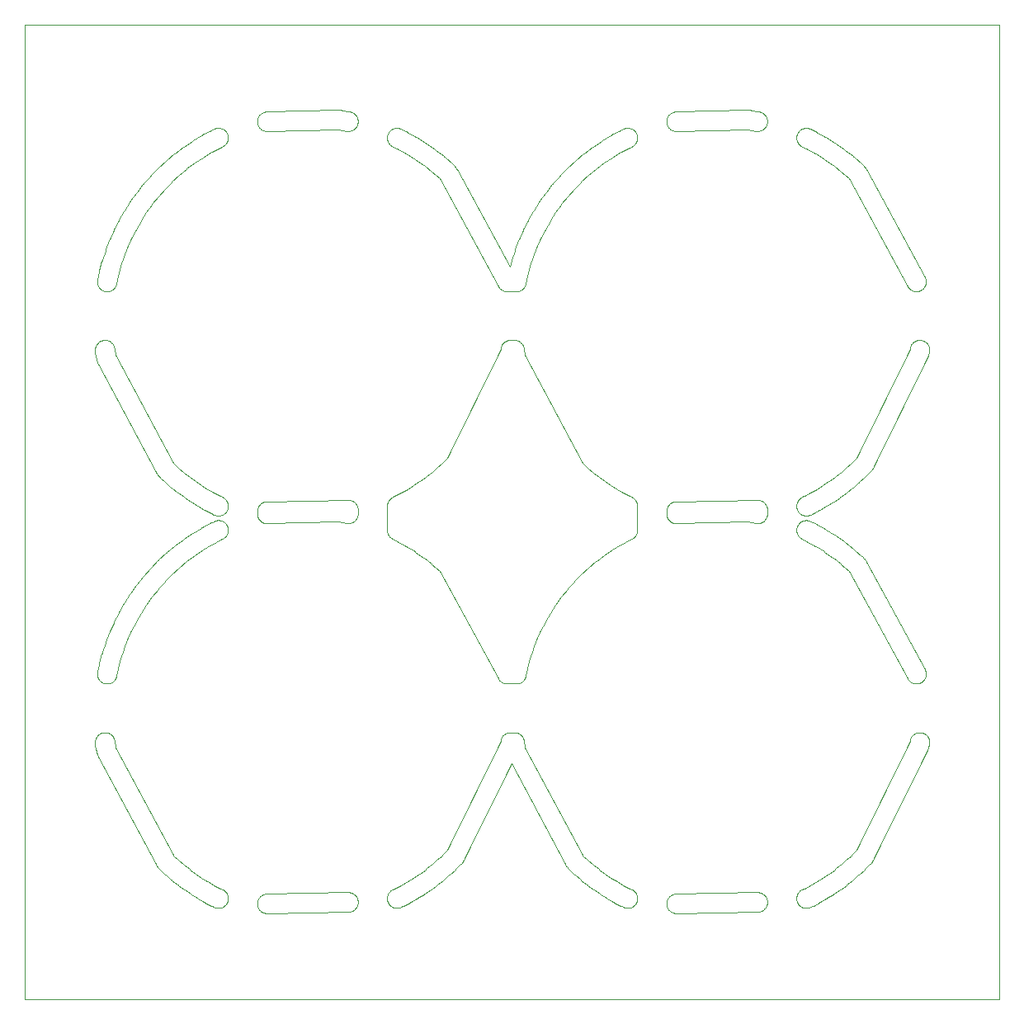
<source format=gbr>
%TF.GenerationSoftware,KiCad,Pcbnew,(6.0.7-1)-1*%
%TF.CreationDate,2022-10-26T11:28:27+01:00*%
%TF.ProjectId,panel,70616e65-6c2e-46b6-9963-61645f706362,rev?*%
%TF.SameCoordinates,Original*%
%TF.FileFunction,Profile,NP*%
%FSLAX46Y46*%
G04 Gerber Fmt 4.6, Leading zero omitted, Abs format (unit mm)*
G04 Created by KiCad (PCBNEW (6.0.7-1)-1) date 2022-10-26 11:28:27*
%MOMM*%
%LPD*%
G01*
G04 APERTURE LIST*
%TA.AperFunction,Profile*%
%ADD10C,0.100000*%
%TD*%
G04 APERTURE END LIST*
D10*
X80844955Y-65342228D02*
X80838988Y-65293929D01*
X64440618Y-42373220D02*
X64392238Y-42372040D01*
X69443846Y-74533563D02*
X69443705Y-74533777D01*
X91108728Y-25265248D02*
X91091481Y-25310308D01*
X38978917Y-24409554D02*
X39005604Y-24368138D01*
X52176338Y-67017811D02*
X52170487Y-66969976D01*
X105817875Y-48192209D02*
X105827619Y-48143784D01*
X24569690Y-81014471D02*
X24563775Y-81038788D01*
X95601351Y-63044309D02*
X95601515Y-63044221D01*
X38975476Y-25452848D02*
X38951455Y-25410524D01*
X77264100Y-27513749D02*
X77066515Y-27606318D01*
X89339492Y-23759524D02*
X89469615Y-23776736D01*
X48541871Y-63851582D02*
X48587087Y-63870891D01*
X91106558Y-64434104D02*
X91122157Y-64480730D01*
X94965111Y-65377955D02*
X94917587Y-65367407D01*
X70452679Y-101197672D02*
X70424905Y-101148938D01*
X23644032Y-77410615D02*
X23653439Y-77387003D01*
X75266397Y-68878087D02*
X74439458Y-69433447D01*
X35832999Y-66919500D02*
X35829402Y-66968116D01*
X98197022Y-67445515D02*
X99050331Y-68043668D01*
X100324560Y-59456544D02*
X100324830Y-59456149D01*
X22523211Y-82094518D02*
X22501616Y-82050477D01*
X77718053Y-63919276D02*
X77739762Y-63962570D01*
X49026878Y-25439709D02*
X49001228Y-25480574D01*
X22449893Y-49670581D02*
X22433931Y-49630837D01*
X95497528Y-65922365D02*
X95542914Y-65940340D01*
X72069262Y-102780787D02*
X72026108Y-102745390D01*
X72743555Y-60475513D02*
X72757189Y-60487571D01*
X68905457Y-35118699D02*
X68892480Y-35140098D01*
X34424084Y-65952243D02*
X34424084Y-65952243D01*
X53352087Y-105630397D02*
X53304150Y-105638873D01*
X107800720Y-88547588D02*
X107802911Y-88595463D01*
X91050508Y-25397643D02*
X91026879Y-25439709D01*
X30815887Y-70714540D02*
X30083428Y-71389636D01*
X53617638Y-103288944D02*
X54246362Y-102929137D01*
X71368070Y-31865479D02*
X71367893Y-31865664D01*
X81117699Y-104486621D02*
X81152156Y-104453180D01*
X66288988Y-89139559D02*
X66289176Y-89140015D01*
X73620927Y-29791683D02*
X73601280Y-29807186D01*
X91124159Y-105329051D02*
X91109269Y-105374701D01*
X90690926Y-25779412D02*
X90649124Y-25803505D01*
X101198619Y-29655379D02*
X101223773Y-29691463D01*
X114992612Y-114999583D02*
X114993082Y-114999440D01*
X22806502Y-82428378D02*
X22768023Y-82397959D01*
X52207734Y-67158821D02*
X52194983Y-67112346D01*
X72203261Y-59978970D02*
X72203566Y-59979345D01*
X23913016Y-87917791D02*
X23946531Y-87953101D01*
X75202185Y-26332719D02*
X75224465Y-26320489D01*
X28674632Y-32649820D02*
X28674470Y-32650018D01*
X24837127Y-39774623D02*
X24837051Y-39774867D01*
X23260608Y-87627979D02*
X23309159Y-87631567D01*
X107600712Y-47763362D02*
X107628820Y-47802179D01*
X32065095Y-104234438D02*
X32049498Y-104224523D01*
X22602786Y-87821014D02*
X22642478Y-87793117D01*
X100080447Y-28597577D02*
X100858483Y-29277579D01*
X15004704Y-15001605D02*
X15004296Y-15001878D01*
X99557920Y-30797509D02*
X99557556Y-30797157D01*
X28658905Y-61246673D02*
X28589489Y-61157038D01*
X101913396Y-100921651D02*
X101879789Y-100965740D01*
X90756730Y-63969780D02*
X90795812Y-63999610D01*
X30402544Y-68459399D02*
X30422696Y-68443912D01*
X58330146Y-59446023D02*
X63801174Y-48285165D01*
X76164178Y-28085979D02*
X76142395Y-28098300D01*
X38845175Y-105347094D02*
X38839086Y-105298307D01*
X38834203Y-24943062D02*
X38834203Y-24925029D01*
X66127423Y-47986412D02*
X66144840Y-48031874D01*
X22342394Y-49343106D02*
X22333495Y-49301211D01*
X91072941Y-105463568D02*
X91051589Y-105506576D01*
X34194627Y-65193615D02*
X34178024Y-65185497D01*
X26397747Y-36004969D02*
X26397623Y-36005193D01*
X24288466Y-48884100D02*
X24288561Y-48884584D01*
X15002170Y-114996097D02*
X15002482Y-114996477D01*
X28690891Y-72884019D02*
X28690724Y-72884212D01*
X66563719Y-40785478D02*
X66389134Y-41592442D01*
X99332684Y-62999116D02*
X99288245Y-63032886D01*
X94241431Y-105039571D02*
X94223881Y-104994164D01*
X65924868Y-82489251D02*
X65882956Y-82512649D01*
X90966495Y-104429243D02*
X90995097Y-104469234D01*
X95804924Y-65193610D02*
X95582494Y-65299820D01*
X91161092Y-25030345D02*
X91155228Y-25078235D01*
X23309159Y-87631567D02*
X23357475Y-87637538D01*
X89052651Y-23747758D02*
X89104736Y-23747791D01*
X91161092Y-65283904D02*
X91155228Y-65331794D01*
X77608084Y-67500513D02*
X77576157Y-67537353D01*
X35350328Y-67721607D02*
X35307831Y-67745491D01*
X81402477Y-66092423D02*
X81358970Y-66070615D01*
X77056297Y-103642311D02*
X77056464Y-103642392D01*
X107761497Y-88938486D02*
X107750224Y-88992238D01*
X107750224Y-48738679D02*
X107735994Y-48791726D01*
X106344095Y-82622071D02*
X106296181Y-82616201D01*
X94391312Y-65035510D02*
X94361315Y-64997169D01*
X35815246Y-26402328D02*
X35823523Y-26450120D01*
X94824379Y-105592931D02*
X94778922Y-105575511D01*
X58330038Y-99699796D02*
X58330146Y-99699582D01*
X35043673Y-27617739D02*
X34164401Y-28085856D01*
X76695849Y-105639092D02*
X76647911Y-105630616D01*
X35507918Y-65141273D02*
X35471006Y-65173012D01*
X94386983Y-27243891D02*
X94357541Y-27205738D01*
X49124158Y-105329051D02*
X49109268Y-105374701D01*
X59209513Y-101648316D02*
X59196251Y-101661190D01*
X35758567Y-64786230D02*
X35738805Y-64830720D01*
X70690892Y-32630460D02*
X70690725Y-32630653D01*
X65762873Y-87794243D02*
X65802643Y-87822321D01*
X70727928Y-29665493D02*
X71460481Y-28990310D01*
X107701433Y-88179701D02*
X107721545Y-88223203D01*
X70830831Y-101685964D02*
X70732270Y-101584670D01*
X35545233Y-25896086D02*
X35578630Y-25931261D01*
X94488951Y-103906174D02*
X94525535Y-103874436D01*
X96594866Y-64780287D02*
X96545917Y-64807105D01*
X106548543Y-87657436D02*
X106596698Y-87646437D01*
X77391600Y-27442102D02*
X77350329Y-27468048D01*
X22417456Y-41270644D02*
X22424239Y-41222064D01*
X107050461Y-47402088D02*
X107096698Y-47414699D01*
X23357475Y-47383979D02*
X23405439Y-47392318D01*
X91165795Y-65187429D02*
X91164617Y-65235784D01*
X22482229Y-41751860D02*
X22465097Y-41705898D01*
X95308809Y-25619852D02*
X95356838Y-25628583D01*
X63854090Y-82434414D02*
X63815905Y-82404881D01*
X106234981Y-47545467D02*
X106276464Y-47518652D01*
X65546068Y-87684871D02*
X65591477Y-87702424D01*
X65287186Y-38087200D02*
X65644033Y-37157056D01*
X102010064Y-60530991D02*
X101978972Y-60576888D01*
X94917587Y-65367407D02*
X94870638Y-65354536D01*
X91165795Y-64771533D02*
X91165795Y-65187429D01*
X72757329Y-100741252D02*
X73308786Y-101210987D01*
X115000000Y-114987727D02*
X115000000Y-15012272D01*
X22492560Y-47662322D02*
X22527737Y-47628911D01*
X30197261Y-100222111D02*
X30197377Y-100222323D01*
X90090381Y-66173856D02*
X90042428Y-66168523D01*
X81053847Y-104558315D02*
X81084903Y-104521694D01*
X76986903Y-105639932D02*
X76938573Y-105645763D01*
X52389104Y-104011570D02*
X52420653Y-103974823D01*
X72083660Y-102792375D02*
X72069262Y-102780787D01*
X72197378Y-100222323D02*
X72202459Y-100231323D01*
X70674471Y-72903577D02*
X70053663Y-73682582D01*
X94208150Y-64097867D02*
X94223295Y-64051863D01*
X57549397Y-30789659D02*
X56764341Y-30103522D01*
X63817874Y-88445768D02*
X63827618Y-88397343D01*
X15001353Y-15005125D02*
X15001122Y-15005558D01*
X28830830Y-61432405D02*
X28732269Y-61331111D01*
X54262149Y-102919711D02*
X54262308Y-102919614D01*
X39368709Y-106079114D02*
X39325632Y-106055416D01*
X107452307Y-81680184D02*
X107448970Y-81728828D01*
X39370745Y-24044865D02*
X39415091Y-24023394D01*
X22424239Y-41222064D02*
X22433444Y-41173758D01*
X74506456Y-102121114D02*
X75106736Y-102526600D01*
X90330898Y-66165322D02*
X90283076Y-66171718D01*
X72402545Y-28205840D02*
X72422697Y-28190353D01*
X38835370Y-64878561D02*
X38838861Y-64830671D01*
X101711450Y-60898366D02*
X101209514Y-61394757D01*
X34507404Y-65337661D02*
X34462048Y-65319979D01*
X35313971Y-63513109D02*
X35356029Y-63537127D01*
X56093094Y-61429367D02*
X56093243Y-61429256D01*
X90138537Y-66176846D02*
X90090381Y-66173856D01*
X106694353Y-47378149D02*
X106743610Y-47374455D01*
X99789763Y-59985491D02*
X99789899Y-59985364D01*
X91164572Y-64722258D02*
X91165795Y-64771533D01*
X91106876Y-24577221D02*
X91122391Y-24623734D01*
X74491412Y-102110542D02*
X74506303Y-102121008D01*
X67511307Y-78127057D02*
X67154506Y-79057082D01*
X22459062Y-87950975D02*
X22492560Y-87915881D01*
X94559978Y-67664364D02*
X94522208Y-67634432D01*
X31326025Y-103735821D02*
X31311004Y-103725052D01*
X65840985Y-47598762D02*
X65877806Y-47630611D01*
X22369426Y-47811936D02*
X22397421Y-47772313D01*
X107794509Y-88747535D02*
X107786206Y-88801966D01*
X24062082Y-88109483D02*
X24085993Y-88151890D01*
X35833012Y-26546632D02*
X35834203Y-26595244D01*
X114999440Y-114993082D02*
X114999583Y-114992612D01*
X66160001Y-88331696D02*
X66172870Y-88378648D01*
X22806502Y-42174819D02*
X22768023Y-42144400D01*
X22343406Y-88106442D02*
X22369426Y-88065495D01*
X94223295Y-104305422D02*
X94240671Y-104260214D01*
X63817874Y-48192209D02*
X63827618Y-48143784D01*
X80863966Y-25184096D02*
X80853287Y-25136616D01*
X98743767Y-30086487D02*
X97923731Y-29443692D01*
X94607269Y-65230640D02*
X94567419Y-65202679D01*
X38834203Y-64926685D02*
X38835370Y-64878561D01*
X23254405Y-82615857D02*
X23206089Y-82607393D01*
X81283784Y-106029609D02*
X81243269Y-106001755D01*
X22564508Y-87850822D02*
X22602786Y-87821014D01*
X97950053Y-104224518D02*
X97934455Y-104234433D01*
X81029609Y-25533704D02*
X81001549Y-25493942D01*
X77776537Y-26262182D02*
X77791725Y-26308247D01*
X63810539Y-48241182D02*
X63817874Y-48192209D01*
X73621129Y-29791528D02*
X73620927Y-29791683D01*
X48304552Y-63789820D02*
X48353126Y-63797423D01*
X74439458Y-69433447D02*
X74439248Y-69433592D01*
X105806256Y-88527045D02*
X105806336Y-88526577D01*
X107761497Y-48684927D02*
X107750224Y-48738679D01*
X24144839Y-88285433D02*
X24160000Y-88331696D01*
X97027025Y-28815106D02*
X97026801Y-28814962D01*
X89116693Y-25746775D02*
X81878126Y-25931723D01*
X24085993Y-47898331D02*
X24107791Y-47941862D01*
X91147216Y-105235855D02*
X91136818Y-105282732D01*
X57789762Y-100239050D02*
X57789898Y-100238923D01*
X48610983Y-105934187D02*
X48567355Y-105954242D01*
X77739762Y-63962570D02*
X77759328Y-64006874D01*
X23795977Y-82553216D02*
X23751116Y-82570290D01*
X28830830Y-101685964D02*
X28732269Y-101584670D01*
X114999275Y-114993544D02*
X114999440Y-114993082D01*
X66601180Y-35124285D02*
X66612946Y-35101757D01*
X33753188Y-62675583D02*
X34381912Y-63035390D01*
X94166983Y-104589474D02*
X94170534Y-104541172D01*
X67222496Y-34038119D02*
X67760677Y-33199746D01*
X24310545Y-82072304D02*
X24288389Y-82114886D01*
X74439248Y-29180033D02*
X74418835Y-29194512D01*
X63839764Y-48095905D02*
X63854284Y-48048693D01*
X52453961Y-63686104D02*
X52488950Y-63652615D01*
X107570759Y-87979509D02*
X107600712Y-88016921D01*
X35833015Y-64336134D02*
X35834203Y-64384674D01*
X90631289Y-104145980D02*
X90674367Y-104169678D01*
X91050508Y-65651202D02*
X91026879Y-65693268D01*
X81695446Y-106181715D02*
X81646872Y-106174112D01*
X63871141Y-88255822D02*
X63890293Y-88210290D01*
X90425326Y-66145584D02*
X90378353Y-66156604D01*
X71368070Y-72119038D02*
X71367893Y-72119223D01*
X89142646Y-66002393D02*
X89142388Y-66002348D01*
X105961013Y-88080208D02*
X105988812Y-88039378D01*
X115000000Y-15012272D02*
X114999996Y-15012027D01*
X23802642Y-47568762D02*
X23840984Y-47598762D01*
X23211816Y-87626779D02*
X23260608Y-87627979D01*
X52959530Y-63380600D02*
X52959696Y-63380515D01*
X105911692Y-47912212D02*
X105935285Y-47868815D01*
X35738544Y-67295323D02*
X35716560Y-67338833D01*
X24364288Y-81938828D02*
X24348539Y-81984172D01*
X58325311Y-99708881D02*
X58330038Y-99699796D01*
X25209039Y-34059681D02*
X25222495Y-34038119D01*
X48356676Y-23940313D02*
X48404767Y-23950495D01*
X23924867Y-82489251D02*
X23882955Y-82512649D01*
X81729394Y-25928631D02*
X81681081Y-25922781D01*
X15008344Y-114999798D02*
X15008830Y-114999870D01*
X68397624Y-36005193D02*
X68385756Y-36027227D01*
X73308786Y-60957428D02*
X73308928Y-60957547D01*
X35791848Y-64098085D02*
X35804724Y-64144775D01*
X31324356Y-27519603D02*
X32151400Y-26964171D01*
X76560031Y-25646786D02*
X76606820Y-25634006D01*
X22906169Y-39252405D02*
X22928093Y-39178855D01*
X23046692Y-47383905D02*
X23094843Y-47377975D01*
X29460399Y-102263741D02*
X29446441Y-102251626D01*
X90356677Y-23940313D02*
X90404768Y-23950495D01*
X99564859Y-71062457D02*
X99559448Y-71053079D01*
X35546036Y-63686322D02*
X35579344Y-63721482D01*
X91164617Y-65235784D02*
X91161092Y-65283904D01*
X76382075Y-103289040D02*
X76398038Y-103297785D01*
X35471006Y-105426571D02*
X35432579Y-105456457D01*
X48912782Y-25595008D02*
X48879701Y-25630130D01*
X77431542Y-67667715D02*
X77391600Y-67695661D01*
X94681384Y-67742658D02*
X94639661Y-67718541D01*
X48378352Y-66156604D02*
X48330897Y-66165322D01*
X29446441Y-61998067D02*
X29404631Y-61961091D01*
X94734376Y-105555878D02*
X94690849Y-105534079D01*
X53207710Y-67999693D02*
X53207474Y-67999567D01*
X76468610Y-25679139D02*
X76513924Y-25661842D01*
X72011927Y-102733536D02*
X71460400Y-102263741D01*
X66289386Y-89140461D02*
X66294117Y-89149886D01*
X98673526Y-103735816D02*
X98627863Y-103767912D01*
X31324356Y-67773162D02*
X32151400Y-67217730D01*
X38907815Y-104805519D02*
X38927057Y-104761526D01*
X52386982Y-27243891D02*
X52357540Y-27205738D01*
X90401265Y-63807429D02*
X90448846Y-63819811D01*
X35638683Y-105250947D02*
X35608687Y-105289288D01*
X38844669Y-105036566D02*
X38852782Y-104989239D01*
X39788203Y-23934716D02*
X39839927Y-23932046D01*
X94261193Y-64830501D02*
X94241431Y-64786012D01*
X66377821Y-81892775D02*
X66364289Y-81938828D01*
X94307152Y-64916299D02*
X94283118Y-64873965D01*
X95158654Y-105650048D02*
X95109985Y-105648992D01*
X47994671Y-66160841D02*
X47142645Y-66002393D01*
X25511306Y-37873498D02*
X25154505Y-38803523D01*
X100316534Y-99718579D02*
X100323641Y-99711206D01*
X35815054Y-67064522D02*
X35804339Y-67112078D01*
X65692758Y-37039150D02*
X66096638Y-36128443D01*
X35716560Y-67338833D02*
X35692461Y-67381209D01*
X22906169Y-79505964D02*
X22928093Y-79432414D01*
X107054745Y-42177098D02*
X107014940Y-42205257D01*
X35129360Y-65354755D02*
X35082412Y-65367626D01*
X65565004Y-82616319D02*
X65517355Y-82622124D01*
X27458044Y-34259086D02*
X27457898Y-34259296D01*
X39033503Y-105795851D02*
X39004902Y-105755860D01*
X33737401Y-102919716D02*
X33753027Y-102929048D01*
X95061427Y-65391985D02*
X95013096Y-65386155D01*
X39125014Y-25644062D02*
X39091415Y-25608855D01*
X54142643Y-28263174D02*
X54120073Y-28249913D01*
X35815054Y-26810963D02*
X35804339Y-26858519D01*
X49136538Y-65426435D02*
X49123758Y-65472960D01*
X22397421Y-88025872D02*
X22427324Y-87987668D01*
X35221076Y-105575730D02*
X35175619Y-105593150D01*
X91164628Y-105092974D02*
X91161137Y-105140864D01*
X76142395Y-28098300D02*
X76142174Y-28098429D01*
X24649339Y-75287745D02*
X24661676Y-75265524D01*
X114995703Y-15001878D02*
X114995295Y-15001605D01*
X52223294Y-64051863D02*
X52240670Y-64006655D01*
X27939238Y-30466035D02*
X28636357Y-29754323D01*
X30065098Y-71407418D02*
X29368069Y-72119038D01*
X99915891Y-62538811D02*
X99347295Y-62987797D01*
X65644033Y-37157056D02*
X65653440Y-37133444D01*
X30711305Y-63032891D02*
X30666866Y-62999121D01*
X39358969Y-66070615D02*
X39316587Y-66046697D01*
X65591477Y-47448865D02*
X65635969Y-47468629D01*
X30743416Y-100728948D02*
X30743554Y-100729072D01*
X66348540Y-81984172D02*
X66330612Y-82028699D01*
X55201701Y-26566586D02*
X56085742Y-27118306D01*
X90517383Y-25863191D02*
X90471706Y-25878730D01*
X48404767Y-23950495D02*
X48452175Y-23963013D01*
X94485940Y-27349138D02*
X94451258Y-27315676D01*
X35717717Y-26129218D02*
X35739488Y-26172560D01*
X35791415Y-104948168D02*
X35776118Y-104994382D01*
X64910627Y-90825086D02*
X64910179Y-90825280D01*
X65252735Y-38183378D02*
X65278386Y-38111043D01*
X28526091Y-101318440D02*
X28452678Y-101197672D01*
X38878025Y-24633629D02*
X38893689Y-24586915D01*
X34398037Y-63044226D02*
X34398200Y-63044314D01*
X53537949Y-105573319D02*
X53492593Y-105591001D01*
X65913017Y-87917791D02*
X65946532Y-87953101D01*
X54892660Y-62273139D02*
X54892815Y-62273036D01*
X59091028Y-29514708D02*
X59119277Y-29548423D01*
X35692846Y-64916518D02*
X35666759Y-64957619D01*
X114992612Y-15000416D02*
X114992136Y-15000297D01*
X25521059Y-78103456D02*
X25520959Y-78103690D01*
X99273427Y-63043931D02*
X98688547Y-63471488D01*
X77739762Y-104216129D02*
X77759328Y-104260433D01*
X32065095Y-63980879D02*
X32049498Y-63970964D01*
X66829902Y-80052410D02*
X66829833Y-80052656D01*
X49146318Y-104829575D02*
X49154822Y-104878000D01*
X23913016Y-47664232D02*
X23946531Y-47699542D01*
X105807827Y-88516541D02*
X105807859Y-88516306D01*
X27457898Y-34259296D02*
X27443845Y-34280004D01*
X28038413Y-33449189D02*
X28038261Y-33449395D01*
X22630531Y-42004850D02*
X22600687Y-41965923D01*
X75106891Y-62273144D02*
X75122160Y-62283050D01*
X26892349Y-75393878D02*
X26397747Y-76258528D01*
X106248609Y-82608002D02*
X106201494Y-82597493D01*
X35396861Y-63563173D02*
X35436371Y-63591185D01*
X54079666Y-25945821D02*
X54150955Y-25982734D01*
X35667943Y-26045988D02*
X35693850Y-26086993D01*
X99242362Y-100741125D02*
X99255996Y-100729067D01*
X94170534Y-104541172D02*
X94176444Y-104493102D01*
X107612972Y-89383030D02*
X107590113Y-89433121D01*
X24183414Y-88426176D02*
X24191630Y-88474286D01*
X64908109Y-90826560D02*
X64907736Y-90826874D01*
X90973619Y-25520142D02*
X90944113Y-25558316D01*
X22632787Y-40263161D02*
X22639109Y-40238544D01*
X81325633Y-106055416D02*
X81283784Y-106029609D01*
X31308927Y-101211106D02*
X31323000Y-101222649D01*
X22527737Y-87882470D02*
X22564508Y-87850822D01*
X22389073Y-89762723D02*
X22376595Y-89721751D01*
X66294117Y-89149886D02*
X66294230Y-89150105D01*
X48903517Y-64100205D02*
X48935943Y-64137163D01*
X94283118Y-105127524D02*
X94261193Y-105084060D01*
X55109746Y-26512145D02*
X55178961Y-26552813D01*
X90935944Y-64137163D02*
X90966495Y-64175684D01*
X49051588Y-105506576D02*
X49028176Y-105548499D01*
X35776536Y-26262182D02*
X35791724Y-26308247D01*
X52304396Y-67378921D02*
X52280820Y-67336890D01*
X64296180Y-42362642D02*
X64248608Y-42354443D01*
X54142872Y-28263313D02*
X54142643Y-28263174D01*
X38954324Y-24452248D02*
X38978917Y-24409554D01*
X80875840Y-104896043D02*
X80890730Y-104850393D01*
X48718446Y-24085625D02*
X48758778Y-24113509D01*
X91135421Y-64528073D02*
X91146319Y-64576016D01*
X52599159Y-67692422D02*
X52559977Y-67664364D01*
X34128112Y-65160515D02*
X34111662Y-65152090D01*
X25146052Y-79080909D02*
X25145969Y-79081151D01*
X48966494Y-64175684D02*
X48995096Y-64215675D01*
X94184511Y-67065306D02*
X94176339Y-67017811D01*
X56107735Y-101671803D02*
X56107882Y-101671689D01*
X54246523Y-62675484D02*
X54262149Y-62666152D01*
X107448970Y-41475269D02*
X107443242Y-41523690D01*
X99557556Y-30797157D02*
X99549587Y-30789828D01*
X64754518Y-39811664D02*
X64754683Y-39811197D01*
X90716215Y-104195485D02*
X90756730Y-104223339D01*
X15003159Y-114997188D02*
X15003522Y-114997517D01*
X64156281Y-47605132D02*
X64194886Y-47574317D01*
X48425325Y-25892025D02*
X48378352Y-25903045D01*
X77511049Y-103906392D02*
X77546037Y-103939881D01*
X77776704Y-64052082D02*
X77791849Y-64098085D01*
X65877806Y-87884170D02*
X65913017Y-87917791D01*
X105810540Y-48241182D02*
X105817875Y-48192209D01*
X35129360Y-105608314D02*
X35082412Y-105621185D01*
X76128113Y-105414074D02*
X76111663Y-105405649D01*
X66829833Y-80052656D02*
X66569755Y-81014223D01*
X24172869Y-88378648D02*
X24183414Y-88426176D01*
X23679434Y-47490556D02*
X23721769Y-47514594D01*
X63839764Y-88349464D02*
X63854284Y-88302252D01*
X64248608Y-82608002D02*
X64201493Y-82597493D01*
X94569479Y-66053810D02*
X94609514Y-66025878D01*
X101843773Y-101007883D02*
X101749859Y-101111757D01*
X81633114Y-66168123D02*
X81585608Y-66157559D01*
X58324829Y-59456149D02*
X58325080Y-59455741D01*
X27443845Y-74533563D02*
X27443704Y-74533777D01*
X77039856Y-63380520D02*
X77040021Y-63380605D01*
X105710609Y-82305627D02*
X105678873Y-82269252D01*
X58324559Y-59456544D02*
X58324829Y-59456149D01*
X105839765Y-88349464D02*
X105854285Y-88302252D01*
X106440619Y-42373220D02*
X106392239Y-42372040D01*
X22414545Y-41466525D02*
X22411630Y-41417561D01*
X107800720Y-48294029D02*
X107802911Y-48341904D01*
X99558265Y-30797879D02*
X99557920Y-30797509D01*
X96150956Y-66236293D02*
X96174398Y-66248832D01*
X38929543Y-25367070D02*
X38909793Y-25322591D01*
X107379426Y-82011928D02*
X107359844Y-82056582D01*
X68385638Y-36027453D02*
X67935835Y-36916233D01*
X35082412Y-105621185D02*
X35034887Y-105631733D01*
X48808606Y-25695335D02*
X48770761Y-25725262D01*
X54892660Y-102526698D02*
X54892815Y-102526595D01*
X107435138Y-41571770D02*
X107424675Y-41619393D01*
X22201734Y-88614332D02*
X22203042Y-88565834D01*
X54594865Y-105033846D02*
X54545916Y-105060664D01*
X81275432Y-66020724D02*
X81235602Y-65992760D01*
X23064484Y-82567816D02*
X23018781Y-82550003D01*
X66288562Y-89138143D02*
X66288680Y-89138622D01*
X22614647Y-80591294D02*
X22632787Y-80516720D01*
X56764341Y-70357081D02*
X56764138Y-70356907D01*
X95492594Y-65337442D02*
X95446424Y-65352873D01*
X73987264Y-104183942D02*
X73386908Y-103778404D01*
X101879789Y-100965740D02*
X101843773Y-101007883D01*
X23946531Y-87953101D02*
X23978270Y-87990017D01*
X99255996Y-60475508D02*
X99256134Y-60475384D01*
X15000000Y-15012272D02*
X15000000Y-114987727D01*
X57557555Y-71050716D02*
X57549586Y-71043387D01*
X67511307Y-37873498D02*
X67154506Y-38803523D01*
X23802642Y-87822321D02*
X23840984Y-87852321D01*
X107590113Y-49179562D02*
X102132954Y-60312128D01*
X81084903Y-64268135D02*
X81117699Y-64233062D01*
X99071895Y-68059217D02*
X99136377Y-68107037D01*
X34507404Y-105591220D02*
X34462048Y-105573538D01*
X57977658Y-28512476D02*
X57998361Y-28529155D01*
X57559183Y-30799088D02*
X57558897Y-30798670D01*
X77791297Y-67159050D02*
X77775958Y-67205322D01*
X34938572Y-105645763D02*
X34890013Y-105649210D01*
X106645342Y-87637854D02*
X106694353Y-87631708D01*
X94283754Y-66382855D02*
X94307916Y-66340439D01*
X67209040Y-34059681D02*
X67222496Y-34038119D01*
X99157518Y-27869598D02*
X99977659Y-28512476D01*
X105570665Y-82109529D02*
X99564982Y-71062678D01*
X64083918Y-47672342D02*
X64119261Y-47637834D01*
X94170534Y-64287613D02*
X94176444Y-64239543D01*
X64050341Y-47708569D02*
X64083918Y-47672342D01*
X65978271Y-87990017D02*
X66008156Y-88028448D01*
X80864706Y-24681064D02*
X80878026Y-24633629D01*
X114997829Y-15003902D02*
X114997517Y-15003522D01*
X24286690Y-48873706D02*
X24288466Y-48884100D01*
X107288265Y-41930452D02*
X107260321Y-41970409D01*
X32506455Y-102121114D02*
X33106735Y-102526600D01*
X72202707Y-100231738D02*
X72202974Y-100232140D01*
X24837051Y-80028426D02*
X24829901Y-80052410D01*
X34986902Y-105639932D02*
X34938572Y-105645763D01*
X77738806Y-105084279D02*
X77716882Y-105127743D01*
X57789898Y-100238923D02*
X57803075Y-100226367D01*
X66289386Y-48886902D02*
X66294117Y-48896327D01*
X66389134Y-81846001D02*
X66377821Y-81892775D01*
X55027024Y-28815106D02*
X55026800Y-28814962D01*
X39492439Y-66129496D02*
X39447002Y-66112065D01*
X39568632Y-63970124D02*
X39615308Y-63958857D01*
X90915096Y-105703400D02*
X90882301Y-105738473D01*
X34398200Y-103297873D02*
X35039855Y-103634079D01*
X81615309Y-63958857D02*
X81662477Y-63949866D01*
X24005046Y-82436505D02*
X23965596Y-82463850D01*
X53617638Y-63035385D02*
X54246362Y-62675578D01*
X35040020Y-103634164D02*
X35056296Y-103642311D01*
X24377820Y-81892775D02*
X24364288Y-81938828D01*
X91046806Y-24443079D02*
X91069037Y-24486783D01*
X48255660Y-63784638D02*
X48304552Y-63789820D01*
X81538679Y-66144673D02*
X81492440Y-66129496D01*
X29556467Y-69159831D02*
X30322544Y-68522938D01*
X48653588Y-105912040D02*
X48610983Y-105934187D01*
X80907816Y-104805519D02*
X80927058Y-104761526D01*
X90735328Y-105861683D02*
X90695069Y-105887853D01*
X25154416Y-38803762D02*
X25146052Y-38827350D01*
X81285531Y-24094287D02*
X81327524Y-24068516D01*
X107129957Y-42115075D02*
X107093115Y-42147013D01*
X94166983Y-64335915D02*
X94170534Y-64287613D01*
X39698441Y-23942929D02*
X39747577Y-23937875D01*
X64915896Y-90824480D02*
X64915412Y-90824417D01*
X77791849Y-64098085D02*
X77804725Y-64144775D01*
X48541871Y-104105141D02*
X48587087Y-104124450D01*
X35543225Y-65107758D02*
X35507918Y-65141273D01*
X29367892Y-72119223D02*
X29350842Y-72137543D01*
X35791724Y-66561806D02*
X35804638Y-66608558D01*
X35758359Y-26997224D02*
X35738544Y-27041764D01*
X91092183Y-105419575D02*
X91072941Y-105463568D01*
X49068518Y-64343461D02*
X49088663Y-64388310D01*
X39757841Y-104192352D02*
X39805935Y-104190291D01*
X22600687Y-82219482D02*
X22572807Y-82179125D01*
X38997239Y-64382298D02*
X39024602Y-64342841D01*
X63893669Y-82462051D02*
X63854090Y-82434414D01*
X81875362Y-25931862D02*
X81826591Y-25933179D01*
X35510154Y-25862589D02*
X35545233Y-25896086D01*
X94165795Y-104659932D02*
X94165795Y-104638014D01*
X94241431Y-64786012D02*
X94223881Y-64740605D01*
X65499850Y-87669572D02*
X65546068Y-87684871D01*
X22600687Y-41965923D02*
X22572807Y-41925566D01*
X94334140Y-66299265D02*
X94362361Y-66259434D01*
X34654179Y-65877091D02*
X34701994Y-65868950D01*
X91165795Y-24933870D02*
X91164617Y-24982225D01*
X52693465Y-25722540D02*
X52737180Y-25700815D01*
X48206571Y-63781890D02*
X48255660Y-63784638D01*
X59843772Y-101007883D02*
X59749858Y-101111757D01*
X31371688Y-63514358D02*
X31326025Y-63482262D01*
X101304670Y-29823836D02*
X101326585Y-29862101D01*
X64201493Y-82597493D02*
X64154946Y-82584701D01*
X38951455Y-25410524D02*
X38929543Y-25367070D01*
X81662477Y-63949866D02*
X81710025Y-63943173D01*
X24348539Y-41730613D02*
X24330611Y-41775140D01*
X81877866Y-25931733D02*
X81875362Y-25931862D01*
X31620926Y-29791683D02*
X31601279Y-29807186D01*
X15000003Y-114987972D02*
X15000057Y-114990190D01*
X80844670Y-105036566D02*
X80852783Y-104989239D01*
X105806028Y-88527965D02*
X105806153Y-88527508D01*
X99557920Y-71051068D02*
X99557556Y-71050716D01*
X94528992Y-65172793D02*
X94492080Y-65141055D01*
X97923519Y-69697089D02*
X97902492Y-69681496D01*
X52943087Y-103642387D02*
X52943254Y-103642305D01*
X107422069Y-41136681D02*
X107433045Y-41184188D01*
X80911335Y-105583225D02*
X80893441Y-105537431D01*
X106843351Y-82550905D02*
X106797882Y-82568510D01*
X55508138Y-61856978D02*
X55508289Y-61856869D01*
X28053662Y-33429023D02*
X28053505Y-33429225D01*
X77264100Y-67767308D02*
X77066515Y-67859877D01*
X80838862Y-64830671D02*
X80844670Y-64783007D01*
X114999996Y-15012027D02*
X114999942Y-15009809D01*
X94530870Y-66083682D02*
X94569479Y-66053810D01*
X107003669Y-87645288D02*
X107050461Y-87655647D01*
X77435289Y-25800947D02*
X77473477Y-25830851D01*
X48157281Y-63781582D02*
X48206571Y-63781890D01*
X53184228Y-27733971D02*
X53183989Y-27733851D01*
X80876966Y-25230994D02*
X80863966Y-25184096D01*
X77716882Y-105127743D02*
X77692847Y-105170077D01*
X94824379Y-65339372D02*
X94778922Y-65321952D01*
X56690622Y-101211101D02*
X56690764Y-101210982D01*
X81091416Y-65862414D02*
X81059589Y-65825598D01*
X107408768Y-41089772D02*
X107422069Y-41136681D01*
X22459062Y-47697416D02*
X22492560Y-47662322D01*
X23546067Y-87684871D02*
X23591476Y-87702424D01*
X76847026Y-25605128D02*
X76895511Y-25606455D01*
X73303440Y-27534041D02*
X73324357Y-27519603D01*
X105801175Y-88538724D02*
X105801277Y-88538510D01*
X47142387Y-66002348D02*
X47130527Y-66000462D01*
X77640608Y-63796475D02*
X77668416Y-63836129D01*
X66563719Y-81039037D02*
X66389134Y-81846001D01*
X64392238Y-42372040D02*
X64344094Y-42368512D01*
X89142388Y-66002348D02*
X89130528Y-66000462D01*
X35470060Y-67637836D02*
X35431541Y-67667715D01*
X77269315Y-25701044D02*
X77312595Y-25722938D01*
X94184891Y-104853544D02*
X94176553Y-104805583D01*
X49106557Y-104687663D02*
X49122156Y-104734289D01*
X94873993Y-25648910D02*
X94921118Y-25636173D01*
X63710608Y-82305627D02*
X63678872Y-82269252D01*
X32439457Y-69433447D02*
X32439247Y-69433592D01*
X57564981Y-71062678D02*
X57564858Y-71062457D01*
X75287737Y-28610970D02*
X75266611Y-28624388D01*
X94184511Y-26811747D02*
X94176339Y-26764252D01*
X114991655Y-114999798D02*
X114992136Y-114999702D01*
X48495752Y-104088100D02*
X48541871Y-104105141D01*
X81744338Y-106186896D02*
X81695446Y-106181715D01*
X98175050Y-27176989D02*
X98197022Y-27191956D01*
X106276464Y-87772211D02*
X106319233Y-87747498D01*
X114997517Y-15003522D02*
X114997188Y-15003159D01*
X32759755Y-64411409D02*
X32743799Y-64402080D01*
X49165794Y-64771533D02*
X49165794Y-65187429D01*
X65405440Y-47392318D02*
X65452937Y-47403004D01*
X81205650Y-24151934D02*
X81244873Y-24122116D01*
X64750509Y-39816567D02*
X64750921Y-39816292D01*
X77391600Y-67695661D02*
X77350329Y-67721607D01*
X90903518Y-104353764D02*
X90935944Y-104390722D01*
X55508289Y-102110428D02*
X56093094Y-101682926D01*
X70053663Y-33429023D02*
X70053506Y-33429225D01*
X66288467Y-48884100D02*
X66288562Y-48884584D01*
X35775957Y-26951763D02*
X35758359Y-26997224D01*
X59711449Y-101151925D02*
X59209513Y-101648316D01*
X71537133Y-28922769D02*
X71556468Y-28906272D01*
X94333239Y-105210959D02*
X94307152Y-105169858D01*
X107332976Y-81163814D02*
X107355259Y-81207321D01*
X48471705Y-66132289D02*
X48425325Y-66145584D01*
X81460451Y-24004156D02*
X81506711Y-23987199D01*
X52261192Y-105084060D02*
X52241430Y-105039571D01*
X32049498Y-63970964D02*
X32002674Y-63940586D01*
X95207317Y-105648710D02*
X95158654Y-105650048D01*
X35578630Y-25931261D02*
X35610263Y-25968029D01*
X96055897Y-66187472D02*
X96079667Y-66199380D01*
X63807826Y-48262982D02*
X63807858Y-48262747D01*
X35666759Y-64957619D02*
X35638683Y-64997388D01*
X97027025Y-69068665D02*
X97026801Y-69068521D01*
X64919118Y-90825564D02*
X64918683Y-90825342D01*
X35432579Y-105456457D02*
X35392729Y-105484418D01*
X49050507Y-65651202D02*
X49026878Y-65693268D01*
X64740571Y-39816990D02*
X64741017Y-39817207D01*
X66829902Y-39798851D02*
X66829833Y-39799097D01*
X24286651Y-48873462D02*
X24286690Y-48873706D01*
X23565003Y-42362760D02*
X23517354Y-42368565D01*
X90471706Y-25878730D02*
X90425326Y-25892025D01*
X107314208Y-82142728D02*
X107288265Y-82184011D01*
X76744144Y-105645201D02*
X76695849Y-105639092D01*
X52166970Y-26668353D02*
X52165794Y-26620053D01*
X24114810Y-42089908D02*
X24079741Y-42122683D01*
X34126435Y-66094216D02*
X34195079Y-66059890D01*
X63961012Y-47826649D02*
X63988811Y-47785819D01*
X101032245Y-29447626D02*
X101091029Y-29514708D01*
X52259317Y-67293760D02*
X52239939Y-67249636D01*
X70038414Y-33449189D02*
X70038262Y-33449395D01*
X106956429Y-87637206D02*
X107003669Y-87645288D01*
X74237465Y-26909124D02*
X74259092Y-26895772D01*
X39117698Y-64233062D02*
X39152155Y-64199621D01*
X24172869Y-48125089D02*
X24183414Y-48172617D01*
X75122317Y-62283150D02*
X75737243Y-62666060D01*
X94165795Y-66851635D02*
X94167002Y-66802711D01*
X65802643Y-87822321D02*
X65840985Y-87852321D01*
X75106736Y-102526600D02*
X75106891Y-102526703D01*
X81053847Y-64304756D02*
X81084903Y-64268135D01*
X53207474Y-27746008D02*
X53184228Y-27733971D01*
X72743417Y-100728948D02*
X72743555Y-100729072D01*
X24140133Y-76289561D02*
X24151319Y-76266739D01*
X57242221Y-60487688D02*
X57242361Y-60487566D01*
X39275431Y-25767165D02*
X39235601Y-25739201D01*
X81878126Y-66185282D02*
X81877866Y-66185292D01*
X76701995Y-25615391D02*
X76750151Y-25609602D01*
X55319449Y-104617393D02*
X55303670Y-104627016D01*
X35225013Y-25681295D02*
X35269314Y-25701044D01*
X76417505Y-105553598D02*
X76194628Y-105447174D01*
X77815055Y-26810963D02*
X77804340Y-26858519D01*
X57255995Y-60475508D02*
X57256133Y-60475384D01*
X39188193Y-64167890D02*
X39225728Y-64137943D01*
X52525534Y-63620877D02*
X52563626Y-63590966D01*
X49161091Y-25030345D02*
X49155227Y-25078235D01*
X114996477Y-114997517D02*
X114996840Y-114997188D01*
X90425326Y-25892025D02*
X90378353Y-25903045D01*
X48255660Y-104038197D02*
X48304552Y-104043379D01*
X80845223Y-24777628D02*
X80853763Y-24729104D01*
X57557919Y-71051068D02*
X57557555Y-71050716D01*
X59879788Y-100965740D02*
X59843772Y-101007883D01*
X105806153Y-88527508D02*
X105806256Y-88527045D01*
X22639109Y-80492103D02*
X22899220Y-79530412D01*
X53582493Y-105553379D02*
X53537949Y-105573319D01*
X90633891Y-24036014D02*
X90676783Y-24059772D01*
X23094843Y-47377975D02*
X23143227Y-47374412D01*
X91135585Y-24670959D02*
X91146424Y-24718779D01*
X80978322Y-105714498D02*
X80953828Y-105671868D01*
X66288390Y-82114886D02*
X66264197Y-82156344D01*
X38835432Y-24875650D02*
X38839107Y-24826517D01*
X94420654Y-63721264D02*
X94453962Y-63686104D01*
X99288245Y-103286445D02*
X99273427Y-103297490D01*
X81662477Y-104203425D02*
X81710025Y-104196732D01*
X24288561Y-48884584D02*
X24288679Y-48885063D01*
X99558898Y-30798670D02*
X99558592Y-30798266D01*
X35833003Y-104708940D02*
X35829415Y-104757488D01*
X94522208Y-67634432D02*
X94485940Y-67602697D01*
X107359844Y-41803023D02*
X107338087Y-41846658D01*
X80853680Y-105395519D02*
X80845176Y-105347094D01*
X34991995Y-25616218D02*
X35039763Y-25624631D01*
X30202458Y-59977764D02*
X30202706Y-59978179D01*
X30757188Y-100741130D02*
X30757328Y-100741252D01*
X80839087Y-105298307D02*
X80835428Y-105249277D01*
X39264670Y-104363411D02*
X39304929Y-104337241D01*
X101146005Y-69836916D02*
X101198619Y-69908938D01*
X99242222Y-60487688D02*
X99242362Y-60487566D01*
X96142873Y-68516872D02*
X96142644Y-68516733D01*
X57332683Y-103252675D02*
X57288244Y-103286445D01*
X100060197Y-28580351D02*
X100080447Y-28597577D01*
X94359391Y-63796257D02*
X94389105Y-63758011D01*
X34462048Y-65319979D02*
X34417504Y-65300039D01*
X94240671Y-64006655D02*
X94260237Y-63962351D01*
X80834204Y-24925029D02*
X80835433Y-24875650D01*
X39777936Y-25932100D02*
X39729393Y-25928631D01*
X49046170Y-104553226D02*
X49068518Y-104597020D01*
X94307152Y-105169858D02*
X94283118Y-105127524D01*
X77396862Y-103816732D02*
X77436372Y-103844744D01*
X66837128Y-80028182D02*
X66837052Y-80028426D01*
X81553758Y-23972564D02*
X81601474Y-23960288D01*
X72065099Y-71407418D02*
X71368070Y-72119038D01*
X48770761Y-65978821D02*
X48731503Y-66006869D01*
X65421374Y-82626779D02*
X64440618Y-82626779D01*
X22369426Y-88065495D02*
X22397421Y-88025872D01*
X94488951Y-63652615D02*
X94525535Y-63620877D01*
X77815247Y-26402328D02*
X77823524Y-26450120D01*
X57242361Y-60487566D02*
X57255995Y-60475508D01*
X63935284Y-47868815D02*
X63961012Y-47826649D01*
X48797680Y-24143355D02*
X48835057Y-24175091D01*
X47129486Y-66000352D02*
X47128963Y-66000338D01*
X54877234Y-62283145D02*
X54877391Y-62283045D01*
X74418835Y-29194512D02*
X74418629Y-29194663D01*
X89130528Y-66000462D02*
X89130009Y-66000394D01*
X22206246Y-48457668D02*
X22202803Y-48409276D01*
X32743799Y-64402080D02*
X32695880Y-64373462D01*
X99998362Y-28529155D02*
X100060197Y-28580351D01*
X94170583Y-104757270D02*
X94166995Y-104708721D01*
X25832314Y-33094182D02*
X26412606Y-32284387D01*
X49122156Y-104734289D02*
X49135420Y-104781632D01*
X94223881Y-64740605D02*
X94208583Y-64694390D01*
X39130701Y-105906631D02*
X39096480Y-105871330D01*
X39053846Y-104558315D02*
X39084902Y-104521694D01*
X53601350Y-103297868D02*
X53601514Y-103297780D01*
X31891815Y-61418248D02*
X31906306Y-61429261D01*
X47994671Y-25907282D02*
X47142645Y-25748834D01*
X81551153Y-106151724D02*
X81504246Y-106136994D01*
X30322544Y-68522938D02*
X30342294Y-68506941D01*
X106548543Y-47403877D02*
X106596698Y-47392878D01*
X75737402Y-62666157D02*
X75753028Y-62675489D01*
X94778922Y-65321952D02*
X94734376Y-65302319D01*
X90674367Y-104169678D02*
X90716215Y-104195485D01*
X49069036Y-24486783D02*
X49089075Y-24531533D01*
X70694398Y-101543485D02*
X70658906Y-101500232D01*
X63854090Y-42180855D02*
X63815905Y-42151322D01*
X15003902Y-15002170D02*
X15003522Y-15002482D01*
X81084903Y-104521694D02*
X81117699Y-104486621D01*
X91091481Y-65563867D02*
X91072059Y-65608034D01*
X39432642Y-64017293D02*
X39477191Y-63999376D01*
X105854091Y-82434414D02*
X105815906Y-82404881D01*
X53016961Y-25617738D02*
X53065448Y-25612086D01*
X106454176Y-87686564D02*
X106500996Y-87670823D01*
X22514311Y-49807221D02*
X22467556Y-49709599D01*
X81777937Y-25932100D02*
X81729394Y-25928631D01*
X66389134Y-41592442D02*
X66377821Y-41639216D01*
X107014940Y-82458816D02*
X106973797Y-82484982D01*
X38890729Y-104850393D02*
X38907815Y-104805519D01*
X105961013Y-47826649D02*
X105988812Y-47785819D01*
X25924995Y-36939074D02*
X25924888Y-36939306D01*
X38890729Y-64596834D02*
X38907815Y-64551960D01*
X66079742Y-42122683D02*
X66043125Y-42153720D01*
X32237464Y-67162683D02*
X32259091Y-67149331D01*
X28053505Y-73682784D02*
X28038413Y-73702748D01*
X30757188Y-60487571D02*
X30757328Y-60487693D01*
X94391312Y-105289069D02*
X94361315Y-105250728D01*
X64194886Y-47574317D02*
X64234980Y-47545467D01*
X34991995Y-65869777D02*
X35039763Y-65878190D01*
X90283076Y-25918159D02*
X90234999Y-25922217D01*
X22608956Y-40362505D02*
X22614647Y-40337735D01*
X77396862Y-63563173D02*
X77436372Y-63591185D01*
X23612314Y-82608212D02*
X23565003Y-82616319D01*
X48716214Y-104195485D02*
X48756729Y-104223339D01*
X59146004Y-29583357D02*
X59198618Y-29655379D01*
X81826591Y-25933179D02*
X81777937Y-25932100D01*
X54892815Y-62273036D02*
X55493095Y-61867550D01*
X95804924Y-105447169D02*
X95582494Y-105553379D01*
X69458045Y-74512645D02*
X69457899Y-74512855D01*
X64063998Y-82552390D02*
X64019814Y-82532949D01*
X90937139Y-24280837D02*
X90967537Y-24319309D01*
X94165795Y-104638014D02*
X94166983Y-104589474D01*
X99803209Y-100226238D02*
X100316366Y-99718749D01*
X25154505Y-79057082D02*
X25154416Y-79057321D01*
X64750083Y-39816821D02*
X64750509Y-39816567D01*
X72743555Y-100729072D02*
X72757189Y-100741130D01*
X24294116Y-48896327D02*
X24294229Y-48896546D01*
X58325311Y-59455322D02*
X58330038Y-59446237D01*
X81875362Y-66185421D02*
X81875362Y-66185421D01*
X48448845Y-63819811D02*
X48495752Y-63834541D01*
X15000416Y-15007387D02*
X15000297Y-15007863D01*
X66008156Y-88028448D02*
X66036116Y-88068302D01*
X22465097Y-41705898D02*
X22450263Y-41659144D01*
X24148249Y-82309030D02*
X24114810Y-82343467D01*
X114999870Y-15008830D02*
X114999798Y-15008344D01*
X27192460Y-31305807D02*
X27852325Y-30559424D01*
X90869297Y-104318463D02*
X90903518Y-104353764D01*
X106319233Y-47493939D02*
X106363182Y-47471391D01*
X23211816Y-47373220D02*
X23260608Y-47374420D01*
X66238022Y-82196580D02*
X66209928Y-82235500D01*
X26489541Y-32182619D02*
X27110429Y-31403513D01*
X100891034Y-69560886D02*
X100971407Y-69637672D01*
X64917784Y-90824965D02*
X64917321Y-90824809D01*
X77833016Y-64336134D02*
X77834204Y-64384674D01*
X90833366Y-104284903D02*
X90869297Y-104318463D01*
X34695848Y-105639092D02*
X34647910Y-105630616D01*
X35640058Y-26006302D02*
X35667943Y-26045988D01*
X39325632Y-106055416D02*
X39283783Y-106029609D01*
X91154823Y-104878000D02*
X91160912Y-104926787D01*
X39458126Y-106119953D02*
X39412911Y-106100644D01*
X28526091Y-61064881D02*
X28452678Y-60944113D01*
X27126521Y-71637400D02*
X27175870Y-71578621D01*
X23517354Y-42368565D02*
X23469480Y-42372053D01*
X70871065Y-101725047D02*
X70830831Y-101685964D01*
X96594866Y-105033846D02*
X96545917Y-105060664D01*
X66288680Y-48885063D02*
X66288823Y-48885535D01*
X98676550Y-60969085D02*
X98690623Y-60957542D01*
X66286691Y-89127265D02*
X66288467Y-89137659D01*
X75753028Y-62675489D02*
X75753189Y-62675583D01*
X22403306Y-49549560D02*
X22389073Y-49509164D01*
X72197262Y-59968552D02*
X72197378Y-59968764D01*
X77666307Y-27168788D02*
X77638158Y-27208588D01*
X102038545Y-100736990D02*
X102010064Y-100784550D01*
X65469481Y-42372053D02*
X65421374Y-42373220D01*
X99973444Y-62491826D02*
X99930289Y-62527223D01*
X22419882Y-41515285D02*
X22414545Y-41466525D01*
X91026879Y-25439709D02*
X91001229Y-25480574D01*
X64920734Y-90826653D02*
X64920351Y-90826351D01*
X114996840Y-15002811D02*
X114996477Y-15002482D01*
X57558591Y-30798266D02*
X57558264Y-30797879D01*
X69458045Y-34259086D02*
X69457899Y-34259296D01*
X32049498Y-104224523D02*
X32002674Y-104194145D01*
X38927057Y-64507967D02*
X38948409Y-64464959D01*
X66036116Y-88068302D02*
X66062083Y-88109483D01*
X64344094Y-42368512D02*
X64296180Y-42362642D01*
X64912979Y-90824458D02*
X64912497Y-90824538D01*
X35392729Y-65230859D02*
X35351553Y-65256827D01*
X95871439Y-105414069D02*
X95821528Y-105439050D01*
X49108727Y-25265248D02*
X49091480Y-25310308D01*
X100316366Y-59465190D02*
X100316534Y-59465020D01*
X73906456Y-101682931D02*
X74491261Y-102110433D01*
X15006455Y-15000724D02*
X15006002Y-15000912D01*
X34195079Y-25806331D02*
X34217955Y-25795256D01*
X34513923Y-25661842D02*
X34560030Y-25646786D01*
X70589490Y-101410597D02*
X70556492Y-101365413D01*
X48674366Y-104169678D02*
X48716214Y-104195485D01*
X22935664Y-79408151D02*
X23244546Y-78460998D01*
X99288245Y-63032886D02*
X99273427Y-63043931D01*
X72816078Y-70714369D02*
X72815888Y-70714540D01*
X91164578Y-24864631D02*
X91165795Y-24913772D01*
X64917321Y-90824809D02*
X64916852Y-90824676D01*
X106797882Y-42314951D02*
X106751601Y-42330297D01*
X99789899Y-59985364D02*
X99803076Y-59972808D01*
X57930288Y-102780782D02*
X57915890Y-102792370D01*
X52528991Y-105426352D02*
X52492079Y-105394614D01*
X95183990Y-67987410D02*
X94724341Y-67764771D01*
X107338087Y-41846658D02*
X107314208Y-41889169D01*
X53887888Y-105405643D02*
X53871438Y-105414069D01*
X107739527Y-48014067D02*
X107755339Y-48059309D01*
X39225728Y-64137943D02*
X39264670Y-64109852D01*
X35829415Y-104757488D02*
X35823445Y-104805802D01*
X22951549Y-87656358D02*
X22998889Y-87645745D01*
X91026879Y-65693268D02*
X91001229Y-65734133D01*
X81646872Y-106174112D02*
X81598735Y-106164106D01*
X91021677Y-64257037D02*
X91046171Y-64299667D01*
X34164401Y-28085856D02*
X34164177Y-28085979D01*
X90186781Y-25923928D02*
X90138537Y-25923287D01*
X99157518Y-68123157D02*
X99977659Y-68766035D01*
X89287826Y-23754061D02*
X89339492Y-23759524D01*
X94921118Y-65889732D02*
X94968813Y-65879333D01*
X94260237Y-104215910D02*
X94281946Y-104172616D01*
X22313296Y-89448431D02*
X22306195Y-89406084D01*
X99242362Y-60487566D02*
X99255996Y-60475508D01*
X57915890Y-102792370D02*
X57347294Y-103241356D01*
X25924995Y-77192633D02*
X25924888Y-77192865D01*
X77667944Y-26045988D02*
X77693851Y-26086993D01*
X55048854Y-28829554D02*
X55027024Y-28815106D01*
X52165794Y-104659932D02*
X52165794Y-104638014D01*
X22951549Y-47402799D02*
X22998889Y-47392186D01*
X107096698Y-87668258D02*
X107142270Y-87683092D01*
X24294229Y-89150105D02*
X30197261Y-100222111D01*
X32491411Y-102110542D02*
X32506302Y-102121008D01*
X48042427Y-66168523D02*
X47994671Y-66160841D01*
X105779207Y-82373522D02*
X105744080Y-82340411D01*
X65517355Y-82622124D02*
X65469481Y-82625612D01*
X94194984Y-67112346D02*
X94184511Y-67065306D01*
X22450263Y-81912703D02*
X22437763Y-81865272D01*
X63620903Y-41938524D02*
X63594809Y-41897912D01*
X66294117Y-48896327D02*
X66294230Y-48896546D01*
X80838988Y-65293929D02*
X80835403Y-65245395D01*
X64912020Y-90824640D02*
X64911549Y-90824766D01*
X101304670Y-70077395D02*
X101326585Y-70115660D01*
X77834204Y-64384674D02*
X77834204Y-66870643D01*
X94778922Y-105575511D02*
X94734376Y-105555878D01*
X90770762Y-25725262D02*
X90731504Y-25753310D01*
X38834203Y-65196621D02*
X38834203Y-64926685D01*
X77066286Y-27606429D02*
X77043901Y-27617622D01*
X28690724Y-32630653D02*
X28674632Y-32649820D01*
X22501616Y-82050477D02*
X22482229Y-82005419D01*
X33266610Y-28624388D02*
X33266396Y-28624528D01*
X72083243Y-71389812D02*
X72065280Y-71407238D01*
X66289176Y-89140015D02*
X66289386Y-89140461D01*
X23517354Y-82622124D02*
X23469480Y-82625612D01*
X90879702Y-65883689D02*
X90844949Y-65917158D01*
X52283117Y-105127524D02*
X52261192Y-105084060D01*
X77823555Y-104493321D02*
X77829465Y-104541391D01*
X35834203Y-26617084D02*
X35832999Y-26665941D01*
X80844955Y-25088669D02*
X80838988Y-25040370D01*
X94224199Y-66516515D02*
X94241845Y-66471001D01*
X100060197Y-68833910D02*
X100080447Y-68851136D01*
X23705480Y-82585170D02*
X23659176Y-82597821D01*
X35269314Y-25701044D02*
X35312594Y-25722938D01*
X52563626Y-63590966D02*
X52603136Y-63562954D01*
X48194062Y-106034803D02*
X39842716Y-106189953D01*
X94781913Y-25681270D02*
X94827554Y-25663955D01*
X39091415Y-25608855D02*
X39059588Y-25572039D01*
X23469480Y-82625612D02*
X23421373Y-82626779D01*
X81757842Y-104192352D02*
X81805936Y-104190291D01*
X23143227Y-47374412D02*
X23191850Y-47373220D01*
X30342294Y-28253382D02*
X30402544Y-28205840D01*
X90255661Y-104038197D02*
X90304553Y-104043379D01*
X94530870Y-25830123D02*
X94569479Y-25800251D01*
X25760676Y-73453305D02*
X25774678Y-73432094D01*
X66062083Y-47855924D02*
X66085994Y-47898331D01*
X90138537Y-25923287D02*
X90090381Y-25920297D01*
X94362361Y-26005875D02*
X94392511Y-25967484D01*
X31601279Y-29807186D02*
X31601080Y-29807347D01*
X35759327Y-104260433D02*
X35776703Y-104305641D01*
X56197021Y-27191956D02*
X57050330Y-27790109D01*
X28053662Y-73682582D02*
X28053505Y-73682784D01*
X94968813Y-25625774D02*
X95016962Y-25617738D01*
X49088663Y-104641869D02*
X49106557Y-104687663D01*
X107359844Y-82056582D02*
X107338087Y-82100217D01*
X23692757Y-37039150D02*
X24096637Y-36128443D01*
X72083243Y-31136253D02*
X72065280Y-31153679D01*
X95016962Y-25617738D02*
X95065449Y-25612086D01*
X35391599Y-27442102D02*
X35350328Y-27468048D01*
X26385637Y-36027453D02*
X25935834Y-36916233D01*
X23882955Y-42259090D02*
X23839958Y-42280428D01*
X32506302Y-61867449D02*
X32506455Y-61867555D01*
X22768023Y-82397959D02*
X22731097Y-82365670D01*
X22482229Y-82005419D02*
X22465097Y-81959457D01*
X55493248Y-61867444D02*
X55508138Y-61856978D01*
X52241844Y-26217442D02*
X52261712Y-26172852D01*
X39875361Y-66185421D02*
X39826590Y-66186738D01*
X25511400Y-78126820D02*
X25511306Y-78127057D01*
X99559184Y-71052647D02*
X99558898Y-71052229D01*
X101091029Y-29514708D02*
X101119278Y-29548423D01*
X90756730Y-104223339D02*
X90795812Y-104253169D01*
X76195080Y-25806331D02*
X76217956Y-25795256D01*
X64063998Y-42298831D02*
X64019814Y-42279390D01*
X22376595Y-49468192D02*
X22353092Y-49384578D01*
X105934548Y-82487726D02*
X105893670Y-82462051D01*
X52222731Y-26951062D02*
X52207734Y-26905262D01*
X94729318Y-103744462D02*
X94943088Y-103642387D01*
X94563627Y-63590966D02*
X94603137Y-63562954D01*
X27126521Y-31383841D02*
X27175870Y-31325062D01*
X35307831Y-27491932D02*
X35264099Y-27513749D01*
X52729317Y-103744462D02*
X52943087Y-103642387D01*
X35576841Y-65072548D02*
X35543225Y-65107758D01*
X107142270Y-47429533D02*
X107187070Y-47446556D01*
X35666306Y-27168788D02*
X35638157Y-27208588D01*
X39235601Y-25739201D02*
X39197194Y-25709314D01*
X90870818Y-24208639D02*
X90904872Y-24243917D01*
X106363182Y-87724950D02*
X106408200Y-87704622D01*
X64741473Y-39817402D02*
X64741938Y-39817573D01*
X107679239Y-47883665D02*
X107701433Y-47926142D01*
X35608083Y-67500513D02*
X35576156Y-67537353D01*
X53821527Y-105439050D02*
X53804923Y-105447169D01*
X94208583Y-104947949D02*
X94195576Y-104901038D01*
X33388559Y-64771262D02*
X32759755Y-64411409D01*
X63806255Y-48273486D02*
X63806335Y-48273018D01*
X49165794Y-65187429D02*
X49164616Y-65235784D01*
X77716561Y-27085274D02*
X77692462Y-27127650D01*
X23351995Y-42372002D02*
X23303080Y-42368359D01*
X23111012Y-42329784D02*
X23064484Y-42314257D01*
X77542456Y-67572576D02*
X77507062Y-67606098D01*
X77718053Y-104172835D02*
X77739762Y-104216129D01*
X72666867Y-103252680D02*
X72652256Y-103241361D01*
X63648947Y-41977815D02*
X63620903Y-41938524D01*
X56690622Y-60957542D02*
X56690764Y-60957423D01*
X57157517Y-27869598D02*
X57977658Y-28512476D01*
X58594918Y-102214646D02*
X58553108Y-102251622D01*
X35354750Y-25746926D02*
X35395681Y-25772950D01*
X90869297Y-64064904D02*
X90903518Y-64100205D01*
X64907378Y-90827207D02*
X64907038Y-90827556D01*
X23191850Y-87626779D02*
X23211816Y-87626779D01*
X15005125Y-114998646D02*
X15005558Y-114998877D01*
X56676404Y-60969202D02*
X56676549Y-60969085D01*
X15008830Y-15000129D02*
X15008344Y-15000201D01*
X57242361Y-100741125D02*
X57255995Y-100729067D01*
X35436371Y-63591185D02*
X35474464Y-63621095D01*
X22467556Y-89963158D02*
X22449893Y-89924140D01*
X81064055Y-105834372D02*
X81033504Y-105795851D01*
X107396786Y-81966365D02*
X107379426Y-82011928D01*
X77579345Y-103975041D02*
X77610894Y-104011788D01*
X99549398Y-71043218D02*
X98764342Y-70357081D01*
X54119841Y-28249781D02*
X53207710Y-27746134D01*
X94195576Y-104901038D02*
X94184891Y-104853544D01*
X64319232Y-87747498D02*
X64363181Y-87724950D01*
X15009809Y-15000057D02*
X15009318Y-15000081D01*
X52917586Y-105620966D02*
X52870637Y-105608095D01*
X80911658Y-24541038D02*
X80931886Y-24496112D01*
X99977659Y-68766035D02*
X99998362Y-68782714D01*
X23064484Y-42314257D02*
X23018781Y-42296444D01*
X75737243Y-102919619D02*
X75737402Y-102919716D01*
X22260248Y-48027900D02*
X22277794Y-47982669D01*
X64363181Y-47471391D02*
X64408199Y-47451063D01*
X49154822Y-64624441D02*
X49160911Y-64673228D01*
X73323146Y-60969206D02*
X73891669Y-61418135D01*
X90811805Y-105803645D02*
X90774270Y-105833591D01*
X107802783Y-88643389D02*
X107800336Y-88691252D01*
X35507061Y-67606098D02*
X35470060Y-67637836D01*
X48995993Y-24359240D02*
X49022437Y-24400530D01*
X52176612Y-26452025D02*
X52184995Y-26403935D01*
X53542913Y-25686781D02*
X53587470Y-25707022D01*
X52194983Y-67112346D02*
X52184510Y-67065306D01*
X53446423Y-105606432D02*
X53399549Y-105619574D01*
X114998877Y-15005558D02*
X114998646Y-15005125D01*
X15003159Y-15002811D02*
X15002811Y-15003159D01*
X94280821Y-27083331D02*
X94259318Y-27040201D01*
X32259091Y-26895772D02*
X33113421Y-26383299D01*
X72835102Y-70697717D02*
X72834908Y-70697883D01*
X64747315Y-39817878D02*
X64747796Y-39817760D01*
X80863966Y-65437655D02*
X80853287Y-65390175D01*
X53061426Y-105645544D02*
X53013095Y-105639714D01*
X55923730Y-29443692D02*
X55923518Y-29443530D01*
X81316588Y-66046697D02*
X81275432Y-66020724D01*
X106119262Y-87891393D02*
X106156282Y-87858691D01*
X52563626Y-103844525D02*
X52603136Y-103816513D01*
X94176444Y-104493102D02*
X94184697Y-104445378D01*
X49165794Y-24913772D02*
X49165794Y-24933870D01*
X48384689Y-106012678D02*
X48337521Y-106021669D01*
X23158253Y-42342987D02*
X23111012Y-42329784D01*
X98175050Y-67430548D02*
X98197022Y-67445515D01*
X107441669Y-41232178D02*
X107447919Y-41280534D01*
X30711305Y-103286450D02*
X30666866Y-103252680D01*
X106156282Y-87858691D02*
X106194887Y-87827876D01*
X28589489Y-61157038D02*
X28556491Y-61111854D01*
X33113421Y-26383299D02*
X33135381Y-26370505D01*
X105871142Y-48002263D02*
X105890294Y-47956731D01*
X65469481Y-82625612D02*
X65421374Y-82626779D01*
X56107882Y-61418130D02*
X56676404Y-60969202D01*
X22306195Y-49152525D02*
X22212071Y-48505956D01*
X94599160Y-27438863D02*
X94559978Y-27410805D01*
X70053663Y-73682582D02*
X70053506Y-73682784D01*
X80951456Y-25410524D02*
X80929544Y-25367070D01*
X22343406Y-47852883D02*
X22369426Y-47811936D01*
X90844949Y-25663599D02*
X90808607Y-25695335D01*
X26412606Y-72537946D02*
X26427673Y-72517477D01*
X54150955Y-25982734D02*
X54174397Y-25995273D01*
X48774269Y-105833591D02*
X48735327Y-105861683D01*
X98690623Y-60957542D02*
X98690765Y-60957423D01*
X99803076Y-100226367D02*
X99803209Y-100226238D01*
X95542914Y-65940340D02*
X95587471Y-65960581D01*
X34798533Y-25606178D02*
X34847025Y-25605128D01*
X30402544Y-28205840D02*
X30422696Y-28190353D01*
X48833365Y-104284903D02*
X48869296Y-104318463D01*
X65635969Y-47468629D02*
X65679435Y-47490556D01*
X57255995Y-100729067D02*
X57256133Y-100728943D01*
X107395906Y-47562919D02*
X107433954Y-47592059D01*
X39117698Y-104486621D02*
X39152155Y-104453180D01*
X114999583Y-114992612D02*
X114999702Y-114992136D01*
X107453244Y-41377876D02*
X107452307Y-41426625D01*
X52176443Y-104493102D02*
X52184696Y-104445378D01*
X31308785Y-60957428D02*
X31308927Y-60957547D01*
X48946151Y-105666779D02*
X48915095Y-105703400D01*
X69869402Y-30540600D02*
X69921688Y-30484417D01*
X94176339Y-67017811D02*
X94170488Y-66969976D01*
X106931415Y-82509090D02*
X106887898Y-82531082D01*
X90653589Y-105912040D02*
X90610984Y-105934187D01*
X97178962Y-26552813D02*
X97201702Y-26566586D01*
X39283783Y-106029609D02*
X39243268Y-106001755D01*
X52331582Y-63835910D02*
X52359390Y-63796257D01*
X72065280Y-31153679D02*
X72065099Y-31153859D01*
X38835427Y-105249277D02*
X38834203Y-105200002D01*
X24612945Y-75355316D02*
X24649339Y-75287745D01*
X23401155Y-42373220D02*
X23401155Y-42373220D01*
X77758568Y-105039789D02*
X77738806Y-105084279D01*
X98764139Y-70356907D02*
X98743975Y-70340213D01*
X73601280Y-29807186D02*
X73601081Y-29807347D01*
X49046805Y-24443079D02*
X49069036Y-24486783D01*
X75753189Y-102929142D02*
X76381913Y-103288949D01*
X52239939Y-67249636D02*
X52222731Y-67204621D01*
X91123759Y-25219401D02*
X91108728Y-25265248D01*
X33266610Y-68877947D02*
X33266396Y-68878087D01*
X96246524Y-102929043D02*
X96262150Y-102919711D01*
X59196251Y-101661190D02*
X59155844Y-101699693D01*
X77546037Y-103939881D02*
X77579345Y-103975041D01*
X107433954Y-87845618D02*
X107470548Y-87876566D01*
X35354750Y-66000485D02*
X35395681Y-66026509D01*
X66288390Y-41861327D02*
X66264197Y-41902785D01*
X35392729Y-105484418D02*
X35351553Y-105510386D01*
X38951455Y-65664083D02*
X38929543Y-65620629D01*
X48448845Y-104073370D02*
X48495752Y-104088100D01*
X34382074Y-103289040D02*
X34398037Y-103297785D01*
X54262149Y-62666152D02*
X54262308Y-62666055D01*
X39615308Y-63958857D02*
X39662476Y-63949866D01*
X94389105Y-104011570D02*
X94420654Y-103974823D01*
X73240840Y-27578443D02*
X73303440Y-27534041D01*
X76991996Y-25616218D02*
X77039764Y-25624631D01*
X57557555Y-30797157D02*
X57549586Y-30789828D01*
X64793114Y-87626779D02*
X65211817Y-87626779D01*
X95537950Y-105573319D02*
X95492594Y-105591001D01*
X55508289Y-61856869D02*
X56093094Y-61429367D01*
X63827618Y-48143784D02*
X63839764Y-48095905D01*
X64909741Y-90825495D02*
X64909314Y-90825731D01*
X58330038Y-59446237D02*
X58330146Y-59446023D01*
X81130702Y-105906631D02*
X81096481Y-105871330D01*
X31303439Y-27534041D02*
X31324356Y-27519603D01*
X81197195Y-65962873D02*
X81160303Y-65931134D01*
X22397421Y-47772313D02*
X22427324Y-47734109D01*
X24289175Y-48886456D02*
X24289385Y-48886902D01*
X49135420Y-64528073D02*
X49146318Y-64576016D01*
X53587470Y-25707022D02*
X54055896Y-25933913D01*
X107768943Y-48105263D02*
X107780307Y-48151822D01*
X35776536Y-66515741D02*
X35791724Y-66561806D01*
X34654179Y-25623532D02*
X34701994Y-25615391D01*
X97996876Y-63940581D02*
X97950053Y-63970959D01*
X48935943Y-104390722D02*
X48966494Y-104429243D01*
X90946152Y-105666779D02*
X90915096Y-105703400D01*
X73386908Y-103778404D02*
X73371689Y-103767917D01*
X38875839Y-64642484D02*
X38890729Y-64596834D01*
X28452678Y-101197672D02*
X28424904Y-101148938D01*
X28690891Y-32630460D02*
X28690724Y-32630653D01*
X28038261Y-33449395D02*
X27458044Y-34259086D01*
X48206571Y-104035449D02*
X48255660Y-104038197D01*
X96892661Y-62273139D02*
X96892816Y-62273036D01*
X89142388Y-25748789D02*
X89130528Y-25746903D01*
X52965110Y-105631514D02*
X52917586Y-105620966D01*
X30211669Y-59987220D02*
X30211845Y-59987385D01*
X31906455Y-101682931D02*
X32491260Y-102110433D01*
X106956429Y-47383647D02*
X107003669Y-47391729D01*
X53356837Y-25628583D02*
X53404376Y-25639672D01*
X94176339Y-26764252D02*
X94170488Y-26716417D01*
X59032244Y-29447626D02*
X59091028Y-29514708D01*
X24036115Y-88068302D02*
X24062082Y-88109483D01*
X68473957Y-32202696D02*
X68489542Y-32182619D01*
X35312594Y-25722938D02*
X35354750Y-25746926D01*
X94165795Y-64406373D02*
X94165795Y-64384455D01*
X101091029Y-69768267D02*
X101119278Y-69801982D01*
X31311004Y-103725052D02*
X30726124Y-103297495D01*
X107795563Y-48485501D02*
X107794509Y-48493976D01*
X64454175Y-87686564D02*
X64500995Y-87670823D01*
X59326584Y-29862101D02*
X64736385Y-39812887D01*
X77578631Y-25931261D02*
X77610264Y-25968029D01*
X98690765Y-60957423D02*
X99242222Y-60487688D01*
X94650876Y-65999954D02*
X94693466Y-65976099D01*
X94184996Y-26403935D02*
X94195740Y-26356316D01*
X38875839Y-104896043D02*
X38890729Y-104850393D01*
X27869401Y-30540600D02*
X27921687Y-30484417D01*
X77056464Y-63388833D02*
X77270681Y-63491122D01*
X15000912Y-114993997D02*
X15001122Y-114994441D01*
X15002811Y-114996840D02*
X15003159Y-114997188D01*
X15004704Y-114998394D02*
X15005125Y-114998646D01*
X48562249Y-25845445D02*
X48517382Y-25863191D01*
X26427673Y-32263918D02*
X26473956Y-32202696D01*
X107411881Y-81920002D02*
X107396786Y-81966365D01*
X39084902Y-104521694D02*
X39117698Y-104486621D01*
X48758778Y-24113509D02*
X48797680Y-24143355D01*
X52569478Y-25800251D02*
X52609513Y-25772319D01*
X22411630Y-81671120D02*
X22411143Y-81622071D01*
X67511401Y-37873261D02*
X67511307Y-37873498D01*
X30834907Y-70697883D02*
X30816077Y-70714369D01*
X64909314Y-90825731D02*
X64908899Y-90825987D01*
X81125015Y-65897621D02*
X81091416Y-65862414D01*
X71460400Y-102263741D02*
X71446442Y-102251626D01*
X89116693Y-66000334D02*
X81878126Y-66185282D01*
X48283075Y-66171718D02*
X48234998Y-66175776D01*
X95887889Y-105405643D02*
X95871439Y-105414069D01*
X34606819Y-65887565D02*
X34654179Y-65877091D01*
X76654180Y-25623532D02*
X76701995Y-25615391D01*
X57256133Y-100728943D02*
X57789762Y-100239050D01*
X52240670Y-104260214D02*
X52260236Y-104215910D01*
X39125014Y-65897621D02*
X39091415Y-65862414D01*
X48498905Y-23977863D02*
X48544842Y-23995009D01*
X49072058Y-65608034D02*
X49050507Y-65651202D01*
X39358969Y-25817056D02*
X39316587Y-25793138D01*
X39460450Y-24004156D02*
X39506710Y-23987199D01*
X77225014Y-25681295D02*
X77269315Y-25701044D01*
X77804639Y-26354999D02*
X77815247Y-26402328D01*
X23653439Y-37133444D02*
X23682750Y-37062514D01*
X98012287Y-104183937D02*
X97996876Y-104194140D01*
X66160001Y-48078137D02*
X66172870Y-48125089D01*
X100858483Y-69531138D02*
X100891034Y-69560886D01*
X39152155Y-64199621D02*
X39188193Y-64167890D01*
X39839927Y-23932046D02*
X47052650Y-23747758D01*
X22614647Y-40337735D02*
X22632787Y-40263161D01*
X34103849Y-66105872D02*
X34126435Y-66094216D01*
X81243269Y-106001755D02*
X81204187Y-105971925D01*
X24829901Y-39798851D02*
X24829832Y-39799097D01*
X99987624Y-62479972D02*
X99973444Y-62491826D01*
X64913463Y-90824402D02*
X64912979Y-90824458D01*
X35815107Y-64600204D02*
X35804422Y-64647698D01*
X106119262Y-47637834D02*
X106156282Y-47605132D01*
X66294230Y-89150105D02*
X72197262Y-100222111D01*
X63805525Y-48275737D02*
X63805713Y-48275301D01*
X34142394Y-68351859D02*
X34142173Y-68351988D01*
X68905593Y-75372042D02*
X68905457Y-75372258D01*
X65659177Y-42344262D02*
X65612315Y-42354653D01*
X38852782Y-64735680D02*
X38863180Y-64688803D01*
X38853286Y-65390175D02*
X38844954Y-65342228D01*
X48912782Y-65848567D02*
X48879701Y-65883689D01*
X34701994Y-25615391D02*
X34750150Y-25609602D01*
X80877842Y-105490805D02*
X80864578Y-105443462D01*
X77350329Y-27468048D02*
X77307832Y-27491932D01*
X107142270Y-87683092D02*
X107187070Y-87700115D01*
X96610992Y-105024815D02*
X96594866Y-105033846D01*
X34701994Y-65868950D02*
X34750150Y-65863161D01*
X76553576Y-105606651D02*
X76507405Y-105591220D01*
X96545917Y-64807105D02*
X96529626Y-64815835D01*
X38834203Y-24925029D02*
X38834203Y-24925029D01*
X24294116Y-89149886D02*
X24294229Y-89150105D01*
X64743609Y-87628014D02*
X64793114Y-87626779D01*
X77313972Y-103766668D02*
X77356030Y-103790686D01*
X114998394Y-114995295D02*
X114998646Y-114994874D01*
X101142346Y-61458759D02*
X100608649Y-61948715D01*
X91001229Y-25480574D02*
X90973619Y-25520142D01*
X39059588Y-65825598D02*
X39029608Y-65787263D01*
X94921118Y-25636173D02*
X94968813Y-25625774D01*
X48795811Y-63999610D02*
X48833365Y-64031344D01*
X34126435Y-25840657D02*
X34195079Y-25806331D01*
X57558264Y-30797879D02*
X57557919Y-30797509D01*
X101196252Y-61407631D02*
X101155845Y-61446134D01*
X39160302Y-25677575D02*
X39125014Y-25644062D01*
X77040021Y-103634164D02*
X77056297Y-103642311D01*
X15005558Y-15001122D02*
X15005125Y-15001353D01*
X35511048Y-63652833D02*
X35546036Y-63686322D01*
X35066285Y-27606429D02*
X35043900Y-27617622D01*
X90995994Y-24359240D02*
X91022438Y-24400530D01*
X65260609Y-47374420D02*
X65309160Y-47378008D01*
X35804724Y-104398334D02*
X35815301Y-104445597D01*
X22221173Y-48167981D02*
X22231904Y-48120668D01*
X90562250Y-66099004D02*
X90517383Y-66116750D01*
X52607268Y-105484199D02*
X52567418Y-105456238D01*
X23978270Y-87990017D02*
X24008155Y-88028448D01*
X52639660Y-27464982D02*
X52599159Y-27438863D01*
X81152156Y-64199621D02*
X81188194Y-64167890D01*
X73324357Y-27519603D02*
X74151401Y-26964171D01*
X66172870Y-48125089D02*
X66183415Y-48172617D01*
X97201702Y-26566586D02*
X98085743Y-27118306D01*
X77608688Y-105289288D02*
X77576842Y-105326107D01*
X49068518Y-104597020D02*
X49088663Y-104641869D01*
X38838861Y-105084230D02*
X38844669Y-105036566D01*
X75469926Y-105069399D02*
X75453635Y-105060670D01*
X31620926Y-70045242D02*
X31601279Y-70060745D01*
X81358970Y-66070615D02*
X81316588Y-66046697D01*
X28556491Y-101365413D02*
X28526091Y-101318440D01*
X90283076Y-66171718D02*
X90234999Y-66175776D01*
X100324830Y-59456149D02*
X100325081Y-59455741D01*
X52165794Y-66873612D02*
X52165794Y-64384455D01*
X31220298Y-67846970D02*
X31240839Y-67832002D01*
X114991169Y-15000129D02*
X114990681Y-15000081D01*
X22376595Y-89721751D02*
X22353092Y-89638137D01*
X59304669Y-29823836D02*
X59326584Y-29862101D01*
X35431541Y-67667715D02*
X35391599Y-67695661D01*
X64737498Y-39814524D02*
X64737826Y-39814896D01*
X105806336Y-88526577D02*
X105807827Y-88516541D01*
X35356029Y-103790686D02*
X35396861Y-103816732D01*
X76462049Y-105573538D02*
X76417505Y-105553598D01*
X35834203Y-104660151D02*
X35833003Y-104708940D01*
X65517355Y-42368565D02*
X65469481Y-42372053D01*
X81601474Y-23960288D02*
X81649742Y-23950402D01*
X39477191Y-63999376D02*
X39522557Y-63983641D01*
X48138536Y-66176846D02*
X48090380Y-66173856D01*
X34128112Y-105414074D02*
X34111662Y-105405649D01*
X65260609Y-87627979D02*
X65309160Y-87631567D01*
X89994672Y-66160841D02*
X89142646Y-66002393D01*
X76398038Y-63044226D02*
X76398201Y-63044314D01*
X39316587Y-25793138D02*
X39275431Y-25767165D01*
X27443704Y-34280218D02*
X26905592Y-35118483D01*
X64742410Y-39817722D02*
X64742890Y-39817847D01*
X34750150Y-65863161D02*
X34798533Y-65859737D01*
X97493096Y-61867550D02*
X97493249Y-61867444D01*
X52781912Y-25681270D02*
X52827553Y-25663955D01*
X24043124Y-82407279D02*
X24005046Y-82436505D01*
X35692461Y-67381209D02*
X35666306Y-67422347D01*
X100316366Y-99718749D02*
X100316534Y-99718579D01*
X32418628Y-29194663D02*
X31621128Y-29791528D01*
X23211816Y-47373220D02*
X23211816Y-47373220D01*
X94165795Y-26598076D02*
X94167002Y-26549152D01*
X65546068Y-47431312D02*
X65591477Y-47448865D01*
X53114155Y-25608831D02*
X53162963Y-25607981D01*
X33106890Y-102526703D02*
X33122159Y-102536609D01*
X77265623Y-105556097D02*
X77221077Y-105575730D01*
X66209928Y-82235500D02*
X66179981Y-82273013D01*
X48378352Y-25903045D02*
X48330897Y-25911763D01*
X35307831Y-67745491D02*
X35264099Y-67767308D01*
X69852326Y-30559424D02*
X69869402Y-30540600D01*
X39346409Y-64059495D02*
X39389014Y-64037348D01*
X107687055Y-48950558D02*
X107667054Y-49001708D01*
X77759328Y-104260433D02*
X77776704Y-104305641D01*
X77717718Y-26129218D02*
X77739489Y-26172560D01*
X48935943Y-64137163D02*
X48966494Y-64175684D01*
X94307916Y-26086880D02*
X94334140Y-26045706D01*
X53617476Y-63035475D02*
X53617638Y-63035385D01*
X72211846Y-59987385D02*
X72743417Y-60475389D01*
X35693850Y-26086993D02*
X35717717Y-26129218D01*
X89104736Y-23747791D02*
X89235945Y-23751310D01*
X94222732Y-26951062D02*
X94207735Y-26905262D01*
X81389015Y-64037348D02*
X81432643Y-64017293D01*
X15000129Y-114991169D02*
X15000201Y-114991655D01*
X91147037Y-65379342D02*
X91136539Y-65426435D01*
X94207735Y-26905262D02*
X94194984Y-26858787D01*
X95871439Y-65160510D02*
X95821528Y-65185491D01*
X22642478Y-87793117D02*
X22683489Y-87767198D01*
X30203565Y-100232904D02*
X30203887Y-100233264D01*
X90690926Y-66032971D02*
X90649124Y-66057064D01*
X64743609Y-47374455D02*
X64793114Y-47373220D01*
X95158654Y-65396489D02*
X95109985Y-65395433D01*
X57256133Y-60475384D02*
X57789762Y-59985491D01*
X39447002Y-25858506D02*
X39402476Y-25838864D01*
X107424675Y-41619393D02*
X107411881Y-41666443D01*
X95601351Y-103297868D02*
X95601515Y-103297780D01*
X77666760Y-105211178D02*
X77638684Y-105250947D01*
X52420653Y-103974823D02*
X52453961Y-103939663D01*
X100539151Y-102263736D02*
X99987624Y-102733531D01*
X35804339Y-67112078D02*
X35791296Y-67159050D01*
X25154416Y-79057321D02*
X25146052Y-79080909D01*
X52281945Y-63919057D02*
X52305746Y-63876876D01*
X63805881Y-88528417D02*
X63806027Y-88527965D01*
X81160303Y-25677575D02*
X81125015Y-25644062D01*
X24389133Y-41592442D02*
X24377820Y-41639216D01*
X34381912Y-63035390D02*
X34382074Y-63035481D01*
X97493249Y-102121003D02*
X97508139Y-102110537D01*
X106201494Y-82597493D02*
X106154947Y-82584701D01*
X91136818Y-105282732D02*
X91124159Y-105329051D01*
X81432643Y-104270852D02*
X81477192Y-104252935D01*
X38844954Y-25088669D02*
X38838987Y-25040370D01*
X97049076Y-69083264D02*
X97048855Y-69083113D01*
X66062083Y-88109483D02*
X66085994Y-88151890D01*
X28452678Y-60944113D02*
X28424904Y-60895379D01*
X94781913Y-65934829D02*
X94827554Y-65917514D01*
X32418834Y-29194512D02*
X32418628Y-29194663D01*
X35436371Y-103844744D02*
X35474464Y-103874654D01*
X35668415Y-104089688D02*
X35694251Y-104130654D01*
X34217955Y-66048815D02*
X34424084Y-65952243D01*
X76507405Y-105591220D02*
X76462049Y-105573538D01*
X52418246Y-27280566D02*
X52386982Y-27243891D01*
X101326585Y-70115660D02*
X107332976Y-81163814D01*
X34986902Y-65386373D02*
X34938572Y-65392204D01*
X77221077Y-105575730D02*
X77175620Y-105593150D01*
X75753028Y-102929048D02*
X75753189Y-102929142D01*
X64645341Y-47384295D02*
X64694352Y-47378149D01*
X106704621Y-82596904D02*
X106657056Y-82607623D01*
X98764139Y-30103348D02*
X98743975Y-30086654D01*
X77833004Y-104708940D02*
X77829416Y-104757488D01*
X15000000Y-114987727D02*
X15000003Y-114987972D01*
X94334140Y-26045706D02*
X94362361Y-26005875D01*
X99558898Y-71052229D02*
X99558592Y-71051825D01*
X52492079Y-105394614D02*
X52456772Y-105361099D01*
X101142346Y-101712318D02*
X100608649Y-102202274D01*
X48330897Y-25911763D02*
X48283075Y-25918159D01*
X22492560Y-87915881D02*
X22527737Y-87882470D01*
X34178024Y-65185497D02*
X34128112Y-65160515D01*
X22244939Y-88327496D02*
X22260248Y-88281459D01*
X105801277Y-48284951D02*
X105805526Y-48275737D01*
X90935944Y-104390722D02*
X90966495Y-104429243D01*
X39389014Y-104290907D02*
X39432642Y-104270852D01*
X66569691Y-40760912D02*
X66563776Y-40785229D01*
X90304553Y-104043379D02*
X90353127Y-104050982D01*
X48690925Y-66032971D02*
X48649123Y-66057064D01*
X96892816Y-62273036D02*
X97493096Y-61867550D01*
X64905610Y-90829527D02*
X64905385Y-90829960D01*
X64754120Y-39812572D02*
X64754331Y-39812123D01*
X63805881Y-48274858D02*
X63806027Y-48274406D01*
X81358970Y-25817056D02*
X81316588Y-25793138D01*
X98085743Y-67371865D02*
X98108106Y-67386240D01*
X95308809Y-65873411D02*
X95356838Y-65882142D01*
X81538679Y-25891114D02*
X81492440Y-25875937D01*
X25520959Y-78103690D02*
X25511400Y-78126820D01*
X89128964Y-25746779D02*
X89116955Y-25746772D01*
X105620904Y-41938524D02*
X105594810Y-41897912D01*
X107230443Y-82262500D02*
X107198705Y-82299514D01*
X22683489Y-47513639D02*
X22725721Y-47489760D01*
X30726124Y-103297495D02*
X30711305Y-103286450D01*
X95492594Y-105591001D02*
X95446424Y-105606432D01*
X75266397Y-28624528D02*
X74439458Y-29179888D01*
X28709459Y-29682956D02*
X28727927Y-29665493D01*
X52223880Y-104994164D02*
X52208582Y-104947949D01*
X48973618Y-25520142D02*
X48944112Y-25558316D01*
X48904871Y-24243917D02*
X48937138Y-24280837D01*
X33287953Y-68864395D02*
X33287736Y-68864529D01*
X39204186Y-105971925D02*
X39166632Y-105940191D01*
X49135420Y-104781632D02*
X49146318Y-104829575D01*
X72834908Y-30444324D02*
X72816078Y-30460810D01*
X95821528Y-105439050D02*
X95804924Y-105447169D01*
X25924888Y-77192865D02*
X25521059Y-78103456D01*
X106109079Y-42316095D02*
X106063999Y-42298831D01*
X47116692Y-66000334D02*
X39878125Y-66185282D01*
X77307832Y-67745491D02*
X77264100Y-67767308D01*
X98093244Y-101682815D02*
X98107736Y-101671803D01*
X75106891Y-102526703D02*
X75122160Y-102536609D01*
X77576842Y-105326107D02*
X77543226Y-105361317D01*
X24377820Y-41639216D02*
X24364288Y-41685269D01*
X67154506Y-79057082D02*
X67154417Y-79057321D01*
X49160937Y-24815733D02*
X49164577Y-24864631D01*
X97255752Y-64402075D02*
X97239796Y-64411404D01*
X48353126Y-63797423D02*
X48401264Y-63807429D01*
X90194063Y-106034803D02*
X81842717Y-106189953D01*
X72211846Y-100240944D02*
X72743417Y-100728948D01*
X114996840Y-114997188D02*
X114997188Y-114996840D01*
X31311004Y-63471493D02*
X30726124Y-63043936D01*
X34381912Y-103288949D02*
X34382074Y-103289040D01*
X80954325Y-24452248D02*
X80978918Y-24409554D01*
X114994874Y-114998646D02*
X114995295Y-114998394D01*
X15012272Y-115000000D02*
X114987727Y-115000000D01*
X72203261Y-100232529D02*
X72203566Y-100232904D01*
X96120074Y-28249913D02*
X96119842Y-28249781D01*
X69457899Y-34259296D02*
X69443846Y-34280004D01*
X52357540Y-67459297D02*
X52329989Y-67419756D01*
X107735994Y-89045285D02*
X107704197Y-89151939D01*
X52329989Y-67419756D02*
X52304396Y-67378921D01*
X15000201Y-15008344D02*
X15000129Y-15008830D01*
X39492439Y-25875937D02*
X39447002Y-25858506D01*
X54120073Y-28249913D02*
X54119841Y-28249781D01*
X35435288Y-25800947D02*
X35473476Y-25830851D01*
X95207317Y-65395151D02*
X95158654Y-65396489D01*
X114995295Y-15001605D02*
X114994874Y-15001353D01*
X35804422Y-64647698D02*
X35791415Y-64694609D01*
X64743865Y-39818025D02*
X64744358Y-39818078D01*
X66288467Y-89137659D02*
X66288562Y-89138143D01*
X52391311Y-105289069D02*
X52361314Y-105250728D01*
X35776703Y-104305641D02*
X35791848Y-104351644D01*
X107424675Y-81872952D02*
X107411881Y-81920002D01*
X64907736Y-90826874D02*
X64907378Y-90827207D01*
X35823523Y-66703679D02*
X35829450Y-66751819D01*
X96079667Y-66199380D02*
X96150956Y-66236293D01*
X107470548Y-87876566D02*
X107505600Y-87909249D01*
X81001549Y-25493942D02*
X80975477Y-25452848D01*
X30202706Y-100231738D02*
X30202973Y-100232140D01*
X54529625Y-105069394D02*
X53887888Y-105405643D01*
X63779206Y-42119963D02*
X63744079Y-42086852D01*
X39167957Y-24183666D02*
X39205649Y-24151934D01*
X34142173Y-68351988D02*
X33287953Y-68864395D01*
X64018612Y-87999985D02*
X64050341Y-87962128D01*
X32237464Y-26909124D02*
X32259091Y-26895772D01*
X35791415Y-64694609D02*
X35776118Y-64740823D01*
X33404685Y-105033851D02*
X33388559Y-105024821D01*
X114997829Y-114996097D02*
X114998121Y-114995703D01*
X71556468Y-28906272D02*
X72322545Y-28269379D01*
X106931415Y-42255531D02*
X106887898Y-42277523D01*
X66114811Y-42089908D02*
X66079742Y-42122683D01*
X25511306Y-78127057D02*
X25154505Y-79057082D01*
X28636357Y-70007882D02*
X28654372Y-69989954D01*
X90731504Y-66006869D02*
X90690926Y-66032971D01*
X35542455Y-67572576D02*
X35507061Y-67606098D01*
X69443846Y-34280004D02*
X69443705Y-34280218D01*
X91160938Y-24815733D02*
X91164578Y-24864631D01*
X38927057Y-104761526D02*
X38948409Y-104718518D01*
X80975477Y-65706407D02*
X80951456Y-65664083D01*
X64344094Y-82622071D02*
X64296180Y-82616201D01*
X22212774Y-48215764D02*
X22221173Y-48167981D01*
X56012286Y-104183937D02*
X55996875Y-104194140D01*
X39553757Y-23972564D02*
X39601473Y-23960288D01*
X38997239Y-104635857D02*
X39024602Y-104596400D01*
X106596698Y-87646437D02*
X106645342Y-87637854D01*
X64921103Y-90826973D02*
X64920734Y-90826653D01*
X33753027Y-62675489D02*
X33753188Y-62675583D01*
X48495752Y-63834541D02*
X48541871Y-63851582D01*
X52559977Y-27410805D02*
X52522207Y-27380873D01*
X99136377Y-27853478D02*
X99157518Y-27869598D01*
X22277794Y-47982669D02*
X22297535Y-47938352D01*
X98108106Y-67386240D02*
X98175050Y-67430548D01*
X100608649Y-61948715D02*
X100594919Y-61961087D01*
X52165794Y-64384455D02*
X52165794Y-64384455D01*
X106363182Y-47471391D02*
X106408200Y-47451063D01*
X29460480Y-28990310D02*
X29479387Y-28973325D01*
X94639661Y-27464982D02*
X94599160Y-27438863D01*
X64752752Y-39814631D02*
X64753066Y-39814248D01*
X47116954Y-25746772D02*
X47116692Y-25746775D01*
X68892480Y-35140098D02*
X68892350Y-35140319D01*
X49164627Y-105092974D02*
X49161136Y-105140864D01*
X98107883Y-61418130D02*
X98676405Y-60969202D01*
X77610894Y-104011788D02*
X77640608Y-104050034D01*
X25156342Y-74400762D02*
X25169242Y-74378864D01*
X64922108Y-90828035D02*
X64921791Y-90827665D01*
X80835403Y-24991836D02*
X80834204Y-24943062D01*
X81710025Y-104196732D02*
X81757842Y-104192352D01*
X32259091Y-67149331D02*
X33113421Y-66636858D01*
X48690925Y-25779412D02*
X48649123Y-25803505D01*
X89235945Y-23751310D02*
X89287826Y-23754061D01*
X31240839Y-27578443D02*
X31303439Y-27534041D01*
X80834204Y-24925029D02*
X80834204Y-24925029D01*
X32002674Y-63940586D02*
X31987263Y-63930383D01*
X100325081Y-99709300D02*
X100325312Y-99708881D01*
X23244546Y-38207439D02*
X23252734Y-38183378D01*
X52170533Y-104541172D02*
X52176443Y-104493102D01*
X30197261Y-59968552D02*
X30197377Y-59968764D01*
X94283754Y-26129296D02*
X94307916Y-26086880D01*
X30202458Y-100231323D02*
X30202706Y-100231738D01*
X39538678Y-66144673D02*
X39492439Y-66129496D01*
X77312595Y-25722938D02*
X77354751Y-25746926D01*
X64738533Y-39815590D02*
X64738912Y-39815910D01*
X64746828Y-39817972D02*
X64747315Y-39817878D01*
X31308785Y-101210987D02*
X31308927Y-101211106D01*
X23244546Y-78460998D02*
X23252734Y-78436937D01*
X64234980Y-87799026D02*
X64276463Y-87772211D01*
X34553575Y-65353092D02*
X34507404Y-65337661D01*
X67520960Y-78103690D02*
X67511401Y-78126820D01*
X15007387Y-114999583D02*
X15007863Y-114999702D01*
X114999275Y-15006455D02*
X114999087Y-15006002D01*
X23046692Y-87637464D02*
X23094843Y-87631534D01*
X65565004Y-42362760D02*
X65517355Y-42368565D01*
X64746337Y-39818042D02*
X64746828Y-39817972D01*
X22277794Y-88236228D02*
X22297535Y-88191911D01*
X107003669Y-47391729D02*
X107050461Y-47402088D01*
X73326026Y-103735821D02*
X73311005Y-103725052D01*
X39064989Y-24289540D02*
X39097540Y-24252554D01*
X67154417Y-38803762D02*
X67146053Y-38827350D01*
X55303670Y-104627016D02*
X55255751Y-104655634D01*
X39412911Y-106100644D02*
X39368709Y-106079114D01*
X63779206Y-82373522D02*
X63744079Y-82340411D01*
X25935722Y-77170022D02*
X25924995Y-77192633D01*
X29368069Y-31865479D02*
X29367892Y-31865664D01*
X66179981Y-42019454D02*
X66148250Y-42055471D01*
X66288823Y-48885535D02*
X66288988Y-48886000D01*
X15012027Y-114999996D02*
X15012272Y-115000000D01*
X74491412Y-61856983D02*
X74506303Y-61867449D01*
X64548542Y-47403877D02*
X64596697Y-47392878D01*
X15001605Y-15004704D02*
X15001353Y-15005125D01*
X30422696Y-28190353D02*
X31220298Y-27593411D01*
X114993997Y-114999087D02*
X114994441Y-114998877D01*
X28694397Y-101543485D02*
X28658905Y-101500232D01*
X23659176Y-42344262D02*
X23612314Y-42354653D01*
X106019815Y-42279390D02*
X105976630Y-42257818D01*
X54246523Y-102929043D02*
X54262149Y-102919711D01*
X91164617Y-24982225D02*
X91161092Y-25030345D01*
X57071894Y-27805658D02*
X57136376Y-27853478D01*
X35638157Y-67462147D02*
X35608083Y-67500513D01*
X23252734Y-38183378D02*
X23278385Y-38111043D01*
X99549587Y-30789828D02*
X99549398Y-30789659D01*
X52208818Y-26309285D02*
X52224198Y-26262956D01*
X77542456Y-27319017D02*
X77507062Y-27352539D01*
X28658905Y-101500232D02*
X28589489Y-101410597D01*
X49091480Y-65563867D02*
X49072058Y-65608034D01*
X95207475Y-67999567D02*
X95184229Y-67987530D01*
X64276463Y-87772211D02*
X64319232Y-87747498D01*
X90774270Y-105833591D02*
X90735328Y-105861683D01*
X30065279Y-31153679D02*
X30065098Y-31153859D01*
X35823415Y-67016495D02*
X35815054Y-67064522D01*
X32002674Y-104194145D02*
X31987263Y-104183942D01*
X107721545Y-88223203D02*
X107739527Y-88267626D01*
X75404686Y-105033851D02*
X75388560Y-105024821D01*
X114999918Y-15009318D02*
X114999870Y-15008830D01*
X94208583Y-64694390D02*
X94195576Y-64647479D01*
X72757189Y-60487571D02*
X72757329Y-60487693D01*
X35056296Y-63388752D02*
X35056463Y-63388833D01*
X94424517Y-25930625D02*
X94458301Y-25895389D01*
X52389104Y-63758011D02*
X52420653Y-63721264D01*
X70038262Y-73702954D02*
X69458045Y-74512645D01*
X38835402Y-65245395D02*
X38834203Y-65196621D01*
X95065449Y-25612086D02*
X95114156Y-25608831D01*
X114999996Y-114987972D02*
X115000000Y-114987727D01*
X66043125Y-82407279D02*
X66005047Y-82436505D01*
X54055896Y-25933913D02*
X54079666Y-25945821D01*
X47128963Y-25746779D02*
X47116954Y-25746772D01*
X35056296Y-103642311D02*
X35056463Y-103642392D01*
X48756729Y-63969780D02*
X48795811Y-63999610D01*
X27175870Y-31325062D02*
X27192460Y-31305807D01*
X81506711Y-23987199D02*
X81553758Y-23972564D01*
X35833015Y-104589693D02*
X35834203Y-104638233D01*
X97255752Y-104655634D02*
X97239796Y-104664963D01*
X26473956Y-32202696D02*
X26489541Y-32182619D01*
X95260409Y-65867057D02*
X95308809Y-65873411D01*
X106083919Y-87925901D02*
X106119262Y-87891393D01*
X77834204Y-26617084D02*
X77833000Y-26665941D01*
X77834204Y-26595244D02*
X77834204Y-26617084D01*
X66837052Y-80028426D02*
X66829902Y-80052410D01*
X52195273Y-64144556D02*
X52208149Y-64097867D01*
X94281946Y-63919057D02*
X94305747Y-63876876D01*
X52239939Y-26996077D02*
X52222731Y-26951062D01*
X94453962Y-103939663D02*
X94488951Y-103906174D01*
X105805714Y-88528860D02*
X105805882Y-88528417D01*
X29460399Y-62010182D02*
X29446441Y-61998067D01*
X72834908Y-70697883D02*
X72816078Y-70714369D01*
X66364289Y-81938828D02*
X66348540Y-81984172D01*
X95207711Y-67999693D02*
X95207475Y-67999567D01*
X95162964Y-25607981D02*
X95211755Y-25609538D01*
X48995096Y-64215675D02*
X49021676Y-64257037D01*
X94170583Y-64503711D02*
X94166995Y-64455162D01*
X52943254Y-63388746D02*
X52959530Y-63380600D01*
X52650875Y-25746395D02*
X52693465Y-25722540D01*
X98676405Y-101222761D02*
X98676550Y-101222644D01*
X69939239Y-30466035D02*
X70636358Y-29754323D01*
X90401265Y-104060988D02*
X90448846Y-104073370D01*
X64234980Y-47545467D02*
X64276463Y-47518652D01*
X22731097Y-82365670D02*
X22695817Y-82331593D01*
X48589874Y-24014409D02*
X48633890Y-24036014D01*
X63805713Y-88528860D02*
X63805881Y-88528417D01*
X52176443Y-64239543D02*
X52184696Y-64191819D01*
X101209514Y-61394757D02*
X101196252Y-61407631D01*
X94176613Y-26452025D02*
X94184996Y-26403935D01*
X35431541Y-27414156D02*
X35391599Y-27442102D01*
X72711306Y-103286450D02*
X72666867Y-103252680D01*
X64907038Y-90827556D02*
X64906714Y-90827921D01*
X70038414Y-73702748D02*
X70038262Y-73702954D01*
X95446424Y-65352873D02*
X95399550Y-65366015D01*
X96262150Y-102919711D02*
X96262309Y-102919614D01*
X70690892Y-72884019D02*
X70690725Y-72884212D01*
X107198705Y-42045955D02*
X107165182Y-42081361D01*
X33469925Y-64815840D02*
X33453634Y-64807111D01*
X94418247Y-67534125D02*
X94386983Y-67497450D01*
X35395681Y-66026509D02*
X35435288Y-66054506D01*
X77043901Y-27617622D02*
X77043674Y-27617739D01*
X101223773Y-29691463D02*
X101247303Y-29728626D01*
X22437763Y-41611713D02*
X22427628Y-41563720D01*
X114999440Y-15006917D02*
X114999275Y-15006455D01*
X27852325Y-30559424D02*
X27869401Y-30540600D01*
X76164402Y-68339415D02*
X76164178Y-68339538D01*
X107433045Y-81437747D02*
X107441669Y-81485737D01*
X107393173Y-41043575D02*
X107408768Y-41089772D01*
X98688547Y-103725047D02*
X98673526Y-103735816D01*
X96120074Y-68503472D02*
X96119842Y-68503340D01*
X55923518Y-69697089D02*
X55902491Y-69681496D01*
X107800336Y-88691252D02*
X107795563Y-88739060D01*
X99803076Y-59972808D02*
X99803209Y-59972679D01*
X29368069Y-72119038D02*
X29367892Y-72119223D01*
X49072058Y-25354475D02*
X49050507Y-25397643D01*
X94165795Y-66851635D02*
X94165795Y-66851635D01*
X66209928Y-41981941D02*
X66179981Y-42019454D01*
X90847843Y-105771914D02*
X90811805Y-105803645D01*
X49165794Y-105025092D02*
X49165794Y-105044850D01*
X90090381Y-25920297D02*
X90042428Y-25914964D01*
X107590113Y-89433121D02*
X102132954Y-100565687D01*
X71404632Y-102214650D02*
X71390902Y-102202278D01*
X107273940Y-87740559D02*
X107315805Y-87763886D01*
X107704197Y-48898380D02*
X107687055Y-48950558D01*
X35739488Y-66426119D02*
X35759110Y-66470477D01*
X105570665Y-41855970D02*
X99564982Y-30809119D01*
X29446441Y-102251626D02*
X29404631Y-102214650D01*
X75106736Y-62273041D02*
X75106891Y-62273144D01*
X52208149Y-64097867D02*
X52223294Y-64051863D01*
X26905456Y-35118699D02*
X26892479Y-35140098D01*
X81633114Y-25914564D02*
X81585608Y-25904000D01*
X77507062Y-27352539D02*
X77470061Y-27384277D01*
X98673526Y-63482257D02*
X98627863Y-63514353D01*
X31371688Y-103767917D02*
X31326025Y-103735821D01*
X39649741Y-23950402D02*
X39698441Y-23942929D01*
X94451258Y-27315676D02*
X94418247Y-27280566D01*
X107789405Y-88452435D02*
X107796214Y-88499875D01*
X63648947Y-82231374D02*
X63620903Y-82192083D01*
X77576157Y-67537353D02*
X77542456Y-67572576D01*
X55902274Y-29427780D02*
X55049075Y-28829705D01*
X114991169Y-114999870D02*
X114991655Y-114999798D01*
X106018613Y-47746426D02*
X106050342Y-47708569D01*
X77039856Y-103634079D02*
X77040021Y-103634164D01*
X73906456Y-61429372D02*
X74491261Y-61856874D01*
X56676404Y-101222761D02*
X56676549Y-101222644D01*
X77511049Y-63652833D02*
X77546037Y-63686322D01*
X97902275Y-29427780D02*
X97049076Y-28829705D01*
X94392511Y-66221043D02*
X94424517Y-66184184D01*
X66569691Y-81014471D02*
X66563776Y-81038788D01*
X94194984Y-26858787D02*
X94184511Y-26811747D01*
X77545234Y-25896086D02*
X77578631Y-25931261D01*
X22411630Y-41417561D02*
X22411143Y-41368512D01*
X64596697Y-87646437D02*
X64645341Y-87637854D01*
X77834204Y-104638233D02*
X77834204Y-104660151D01*
X65762873Y-47540684D02*
X65802643Y-47568762D01*
X76792682Y-105648929D02*
X76744144Y-105645201D01*
X66649340Y-35034186D02*
X66661677Y-35011965D01*
X72211670Y-100240779D02*
X72211846Y-100240944D01*
X114990681Y-15000081D02*
X114990190Y-15000057D01*
X114993997Y-15000912D02*
X114993544Y-15000724D01*
X47130008Y-66000394D02*
X47129486Y-66000352D01*
X97086647Y-26498984D02*
X97109747Y-26512145D01*
X75224465Y-26320489D02*
X76103850Y-25852313D01*
X22930301Y-42254143D02*
X22887741Y-42229758D01*
X66563776Y-40785229D02*
X66563719Y-40785478D01*
X114995703Y-114998121D02*
X114996097Y-114997829D01*
X23565003Y-82616319D02*
X23517354Y-82622124D01*
X35264099Y-67767308D02*
X35066514Y-67859877D01*
X24127422Y-47986412D02*
X24144839Y-48031874D01*
X80853763Y-24729104D02*
X80864706Y-24681064D01*
X90912783Y-65848567D02*
X90879702Y-65883689D01*
X34744143Y-65391642D02*
X34695848Y-65385533D01*
X95601515Y-63044221D02*
X95617477Y-63035475D01*
X39729393Y-25928631D02*
X39681080Y-25922781D01*
X52778921Y-105575511D02*
X52734375Y-105555878D01*
X80890730Y-104850393D02*
X80907816Y-104805519D01*
X101002530Y-29415196D02*
X101032245Y-29447626D01*
X107452307Y-41426625D02*
X107448970Y-41475269D01*
X99564982Y-71062678D02*
X99564859Y-71062457D01*
X34142173Y-28098429D02*
X33287953Y-28610836D01*
X35066514Y-67859877D02*
X35066285Y-67859988D01*
X91160912Y-64673228D02*
X91164572Y-64722258D01*
X22427628Y-41563720D02*
X22419882Y-41515285D01*
X90042428Y-25914964D02*
X89994672Y-25907282D01*
X22437763Y-81865272D02*
X22427628Y-81817279D01*
X94943088Y-63388828D02*
X94943255Y-63388746D01*
X52418246Y-67534125D02*
X52386982Y-67497450D01*
X52170487Y-66969976D02*
X52166970Y-66921912D01*
X105827619Y-48143784D02*
X105839765Y-48095905D01*
X22928093Y-79432414D02*
X22935664Y-79408151D01*
X56743974Y-30086654D02*
X56743766Y-30086487D01*
X25935834Y-36916233D02*
X25935722Y-36916463D01*
X101198619Y-69908938D02*
X101223773Y-69945022D01*
X98012287Y-63930378D02*
X97996876Y-63940581D01*
X107539030Y-47690031D02*
X107570759Y-47725950D01*
X24330611Y-82028699D02*
X24310545Y-82072304D01*
X91136539Y-65426435D02*
X91123759Y-65472960D01*
X69110430Y-31403513D02*
X69126522Y-31383841D01*
X56093094Y-101682926D02*
X56093243Y-101682815D01*
X56085742Y-27118306D02*
X56108105Y-27132681D01*
X38853679Y-105395519D02*
X38845175Y-105347094D01*
X38953827Y-105671868D02*
X38931480Y-105628074D01*
X34195079Y-66059890D02*
X34217955Y-66048815D01*
X77507919Y-105394832D02*
X77471007Y-105426571D01*
X35640607Y-63796475D02*
X35668415Y-63836129D01*
X35356029Y-63537127D02*
X35396861Y-63563173D01*
X102107107Y-100614888D02*
X102038545Y-100736990D01*
X90844949Y-65917158D02*
X90808607Y-65948894D01*
X77133778Y-25648421D02*
X77179799Y-25663740D01*
X22813438Y-47448348D02*
X22858712Y-47430914D01*
X39777936Y-66185659D02*
X39729393Y-66182190D01*
X95013096Y-105639714D02*
X94965111Y-105631514D01*
X22467556Y-49709599D02*
X22449893Y-49670581D01*
X66107792Y-88195421D02*
X66127423Y-88239971D01*
X91136539Y-25172876D02*
X91123759Y-25219401D01*
X81522558Y-104237200D02*
X81568633Y-104223683D01*
X105815906Y-82404881D02*
X105779207Y-82373522D01*
X65211817Y-47373220D02*
X65260609Y-47374420D01*
X99549587Y-71043387D02*
X99549398Y-71043218D01*
X35759327Y-64006874D02*
X35776703Y-64052082D01*
X48304552Y-104043379D02*
X48353126Y-104050982D01*
X77804340Y-26858519D02*
X77791297Y-26905491D01*
X52392510Y-25967484D02*
X52424516Y-25930625D01*
X52451257Y-67569235D02*
X52418246Y-67534125D01*
X39024602Y-64342841D02*
X39053846Y-64304756D01*
X101223773Y-69945022D02*
X101247303Y-69982185D01*
X105801277Y-88538510D02*
X105805526Y-88529296D01*
X26489541Y-72436178D02*
X27110429Y-71657072D01*
X90562250Y-25845445D02*
X90517383Y-25863191D01*
X66079742Y-82376242D02*
X66043125Y-82407279D01*
X52603136Y-63562954D02*
X52643969Y-63536908D01*
X90448846Y-104073370D02*
X90495753Y-104088100D01*
X24096637Y-76382002D02*
X24107237Y-76358902D01*
X25832314Y-73347741D02*
X26412606Y-72537946D01*
X114993082Y-15000559D02*
X114992612Y-15000416D01*
X106194887Y-87827876D02*
X106234981Y-87799026D01*
X90587088Y-104124450D02*
X90631289Y-104145980D01*
X95537950Y-65319760D02*
X95492594Y-65337442D01*
X52599159Y-27438863D02*
X52559977Y-27410805D01*
X90808607Y-65948894D02*
X90770762Y-65978821D01*
X94392511Y-25967484D02*
X94424517Y-25930625D01*
X94569479Y-25800251D02*
X94609514Y-25772319D01*
X35815301Y-64192038D02*
X35823554Y-64239762D01*
X77270681Y-103744681D02*
X77313972Y-103766668D01*
X35579344Y-103975041D02*
X35610893Y-104011788D01*
X76424085Y-25698684D02*
X76468610Y-25679139D01*
X48695068Y-105887853D02*
X48653588Y-105912040D01*
X94603137Y-63562954D02*
X94643970Y-63536908D01*
X22523211Y-41840959D02*
X22501616Y-41796918D01*
X52361314Y-105250728D02*
X52333238Y-105210959D01*
X55049075Y-28829705D02*
X55048854Y-28829554D01*
X24288466Y-89137659D02*
X24288561Y-89138143D01*
X57347294Y-103241356D02*
X57332683Y-103252675D01*
X53211754Y-25609538D02*
X53260408Y-25613498D01*
X106793115Y-47373220D02*
X106813023Y-47373220D01*
X25817775Y-73368588D02*
X25832314Y-73347741D01*
X114987972Y-15000003D02*
X114987727Y-15000000D01*
X52329989Y-27166197D02*
X52304396Y-27125362D01*
X89994672Y-25907282D02*
X89142646Y-25748834D01*
X65309160Y-87631567D02*
X65357476Y-87637538D01*
X22904786Y-87669278D02*
X22951549Y-87656358D01*
X76142395Y-68351859D02*
X76142174Y-68351988D01*
X67760677Y-33199746D02*
X67774679Y-33178535D01*
X48587087Y-63870891D02*
X48631288Y-63892421D01*
X22203042Y-48312275D02*
X22206725Y-48263900D01*
X49146423Y-24718779D02*
X49154881Y-24767076D01*
X58316533Y-99718579D02*
X58323640Y-99711206D01*
X106560631Y-82621976D02*
X106512005Y-82625575D01*
X66144840Y-88285433D02*
X66160001Y-88331696D01*
X33122159Y-102536609D02*
X33122316Y-102536709D01*
X23278385Y-38111043D02*
X23287185Y-38087200D01*
X22433931Y-89884396D02*
X22403306Y-89803119D01*
X48138536Y-25923287D02*
X48090380Y-25920297D01*
X106500996Y-87670823D02*
X106548543Y-87657436D01*
X81568633Y-63970124D02*
X81615309Y-63958857D01*
X106743610Y-47374455D02*
X106793115Y-47373220D01*
X39757841Y-63938793D02*
X39805935Y-63936732D01*
X65946532Y-87953101D02*
X65978271Y-87990017D01*
X48844948Y-65917158D02*
X48808606Y-65948894D01*
X107187070Y-87700115D02*
X107230995Y-87719285D01*
X100608649Y-102202274D02*
X100594919Y-102214646D01*
X35833003Y-64455381D02*
X35829415Y-64503929D01*
X90234999Y-25922217D02*
X90186781Y-25923928D01*
X22319423Y-47895055D02*
X22343406Y-47852883D01*
X53601514Y-103297780D02*
X53617476Y-103289034D01*
X63805525Y-88529296D02*
X63805713Y-88528860D01*
X49028176Y-105548499D02*
X49002758Y-105589237D01*
X77175620Y-105593150D02*
X77129361Y-105608314D01*
X58323640Y-59457647D02*
X58323964Y-59457294D01*
X48401264Y-104060988D02*
X48448845Y-104073370D01*
X90495753Y-104088100D02*
X90541872Y-104105141D01*
X32491260Y-102110433D02*
X32491411Y-102110542D01*
X52208582Y-104947949D02*
X52195575Y-104901038D01*
X39875361Y-66185421D02*
X39875361Y-66185421D01*
X96246363Y-102929137D02*
X96246524Y-102929043D01*
X107393173Y-81297134D02*
X107408768Y-81343331D01*
X81024603Y-64342841D02*
X81053847Y-64304756D01*
X49154881Y-24767076D02*
X49160937Y-24815733D01*
X107687055Y-89204117D02*
X107667054Y-89255267D01*
X77739489Y-26172560D02*
X77759111Y-26216918D01*
X33135381Y-66624064D02*
X33202184Y-66586278D01*
X98627863Y-103767912D02*
X98612644Y-103778399D01*
X94690849Y-65280520D02*
X94648446Y-65256608D01*
X52485939Y-27349138D02*
X52451257Y-27315676D01*
X70732270Y-101584670D02*
X70694398Y-101543485D01*
X39793427Y-106189645D02*
X39744337Y-106186896D01*
X48975395Y-105628694D02*
X48946151Y-105666779D01*
X100325312Y-99708881D02*
X100330039Y-99699796D01*
X24837127Y-80028182D02*
X24837051Y-80028426D01*
X33737401Y-62666157D02*
X33753027Y-62675489D01*
X24079741Y-82376242D02*
X24043124Y-82407279D01*
X77179799Y-25663740D02*
X77225014Y-25681295D01*
X33224464Y-66574048D02*
X34103849Y-66105872D01*
X81432643Y-64017293D02*
X81477192Y-63999376D01*
X64050341Y-87962128D02*
X64083918Y-87925901D01*
X90904872Y-24243917D02*
X90937139Y-24280837D01*
X76798534Y-25606178D02*
X76847026Y-25605128D01*
X94361315Y-64997169D02*
X94333239Y-64957400D01*
X27921687Y-70737976D02*
X27939238Y-70719594D01*
X95352088Y-105630397D02*
X95304151Y-105638873D01*
X94223881Y-104994164D02*
X94208583Y-104947949D01*
X34606819Y-25634006D02*
X34654179Y-25623532D01*
X95304151Y-105638873D02*
X95255855Y-105644983D01*
X64248608Y-42354443D02*
X64201493Y-42343934D01*
X107375322Y-81251760D02*
X107393173Y-81297134D01*
X106743610Y-87628014D02*
X106793115Y-87626779D01*
X26905456Y-75372258D02*
X26892479Y-75393657D01*
X56764138Y-30103348D02*
X56743974Y-30086654D01*
X22608956Y-80616064D02*
X22614647Y-80591294D01*
X96246363Y-62675578D02*
X96246524Y-62675484D01*
X94165795Y-64384455D02*
X94165795Y-64384455D01*
X32439457Y-29179888D02*
X32439247Y-29180033D01*
X39695445Y-106181715D02*
X39646871Y-106174112D01*
X65679435Y-87744115D02*
X65721770Y-87768153D01*
X39152155Y-104453180D02*
X39188193Y-104421449D01*
X102107107Y-60361329D02*
X102038545Y-60483431D01*
X64754683Y-39811197D02*
X64754824Y-39810722D01*
X75113422Y-26383299D02*
X75135382Y-26370505D01*
X35759110Y-66470477D02*
X35776536Y-66515741D01*
X69192461Y-31305807D02*
X69852326Y-30559424D01*
X30083659Y-62538816D02*
X30069261Y-62527228D01*
X68385638Y-76281012D02*
X67935835Y-77169792D01*
X94304397Y-27125362D02*
X94280821Y-27083331D01*
X95399550Y-105619574D02*
X95352088Y-105630397D01*
X52184890Y-104853544D02*
X52176552Y-104805583D01*
X80864578Y-105443462D02*
X80853680Y-105395519D01*
X52488950Y-103906174D02*
X52525534Y-103874436D01*
X35473476Y-66084410D02*
X35510154Y-66116148D01*
X30065279Y-71407238D02*
X30065098Y-71407418D01*
X49026878Y-65693268D02*
X49001228Y-65734133D01*
X24569690Y-40760912D02*
X24563775Y-40785229D01*
X97178962Y-66806372D02*
X97201702Y-66820145D01*
X35474464Y-63621095D02*
X35511048Y-63652833D01*
X64156281Y-87858691D02*
X64194886Y-87827876D01*
X64119261Y-87891393D02*
X64156281Y-87858691D01*
X96142644Y-68516733D02*
X96120074Y-68503472D01*
X15000297Y-114992136D02*
X15000416Y-114992612D01*
X105806153Y-48273949D02*
X105806256Y-48273486D01*
X35692461Y-27127650D02*
X35666306Y-27168788D01*
X15001122Y-15005558D02*
X15000912Y-15006002D01*
X31906306Y-61429261D02*
X31906455Y-61429372D01*
X107230995Y-47465726D02*
X107273940Y-47487000D01*
X94224199Y-26262956D02*
X94241845Y-26217442D01*
X54892815Y-102526595D02*
X55493095Y-102121109D01*
X15001605Y-114995295D02*
X15001878Y-114995703D01*
X101711450Y-101151925D02*
X101209514Y-101648316D01*
X52184995Y-26403935D02*
X52195739Y-26356316D01*
X90042428Y-66168523D02*
X89994672Y-66160841D01*
X94176553Y-64552024D02*
X94170583Y-64503711D01*
X107794509Y-48493976D02*
X107786206Y-48548407D01*
X64500995Y-47417264D02*
X64548542Y-47403877D01*
X24151319Y-36013180D02*
X24601179Y-35124285D01*
X29350671Y-72137732D02*
X28690891Y-72884019D01*
X57789898Y-59985364D02*
X57803075Y-59972808D01*
X98108106Y-27132681D02*
X98175050Y-27176989D01*
X77833000Y-66919500D02*
X77829403Y-66968116D01*
X35265622Y-105556097D02*
X35221076Y-105575730D01*
X59002529Y-29415196D02*
X59032244Y-29447626D01*
X77043901Y-67871181D02*
X77043674Y-67871298D01*
X35834203Y-66848803D02*
X35834203Y-66870643D01*
X59913395Y-100921651D02*
X59879788Y-100965740D01*
X35823523Y-26450120D02*
X35829450Y-26498260D01*
X106063999Y-82552390D02*
X106019815Y-82532949D01*
X49146318Y-64576016D02*
X49154822Y-64624441D01*
X105976630Y-82511377D02*
X105934548Y-82487726D01*
X91165795Y-24913772D02*
X91165795Y-24933870D01*
X39346409Y-104313054D02*
X39389014Y-104290907D01*
X35179798Y-65917299D02*
X35225013Y-65934854D01*
X24191630Y-88474286D02*
X24286651Y-89127021D01*
X24829901Y-80052410D02*
X24829832Y-80052656D01*
X35312594Y-65976497D02*
X35354750Y-66000485D01*
X107448970Y-81728828D02*
X107443242Y-81777249D01*
X64905857Y-90829106D02*
X64905610Y-90829527D01*
X64922688Y-90828820D02*
X64922408Y-90828420D01*
X64920351Y-90826351D02*
X64919953Y-90826069D01*
X32695880Y-104627021D02*
X32680101Y-104617398D01*
X31323145Y-101222765D02*
X31891668Y-101671694D01*
X100330039Y-99699796D02*
X100330147Y-99699582D01*
X66661677Y-35011965D02*
X67156343Y-34147203D01*
X48090380Y-66173856D02*
X48042427Y-66168523D01*
X27443704Y-74533777D02*
X26905592Y-75372042D01*
X81389015Y-104290907D02*
X81432643Y-104270852D01*
X90495753Y-63834541D02*
X90541872Y-63851582D01*
X53871438Y-105414069D02*
X53821527Y-105439050D01*
X53184228Y-67987530D02*
X53183989Y-67987410D01*
X28709459Y-69936515D02*
X28727927Y-69919052D01*
X28727927Y-29665493D02*
X29460480Y-28990310D01*
X56093243Y-101682815D02*
X56107735Y-101671803D01*
X94208819Y-26309285D02*
X94224199Y-26262956D01*
X33113421Y-66636858D02*
X33135381Y-66624064D01*
X24389133Y-81846001D02*
X24377820Y-81892775D01*
X94333239Y-64957400D02*
X94307152Y-64916299D01*
X77474465Y-63621095D02*
X77511049Y-63652833D01*
X77759328Y-64006874D02*
X77776704Y-64052082D01*
X23839958Y-82533987D02*
X23795977Y-82553216D01*
X59119277Y-29548423D02*
X59146004Y-29583357D01*
X107379426Y-41758369D02*
X107359844Y-41803023D01*
X94389105Y-63758011D02*
X94420654Y-63721264D01*
X81034319Y-24328100D02*
X81064990Y-24289540D01*
X38931885Y-24496112D02*
X38954324Y-24452248D01*
X52184510Y-26811747D02*
X52176338Y-26764252D01*
X96142644Y-28263174D02*
X96120074Y-28249913D01*
X59749858Y-101111757D02*
X59711449Y-101151925D01*
X90477442Y-105987894D02*
X90431367Y-106001411D01*
X106560631Y-42368417D02*
X106512005Y-42372016D01*
X81029609Y-65787263D02*
X81001549Y-65747501D01*
X64019814Y-82532949D02*
X63976629Y-82511377D01*
X102132954Y-100565687D02*
X102107107Y-100614888D01*
X23421373Y-42373220D02*
X23401155Y-42373220D01*
X81777937Y-66185659D02*
X81729394Y-66182190D01*
X94686027Y-63512891D02*
X94729318Y-63490903D01*
X53013095Y-105639714D02*
X52965110Y-105631514D01*
X39681080Y-66176340D02*
X39633113Y-66168123D01*
X77829451Y-26498260D02*
X77833013Y-26546632D01*
X23206089Y-82607393D02*
X23158253Y-82596546D01*
X39243268Y-106001755D02*
X39204186Y-105971925D01*
X72197378Y-59968764D02*
X72202459Y-59977764D01*
X95260409Y-25613498D02*
X95308809Y-25619852D01*
X75287954Y-28610836D02*
X75287737Y-28610970D01*
X38839086Y-105298307D02*
X38835427Y-105249277D01*
X52968812Y-25625774D02*
X53016961Y-25617738D01*
X97303671Y-104627016D02*
X97255752Y-104655634D01*
X26892479Y-75393657D02*
X26892349Y-75393878D01*
X48631288Y-104145980D02*
X48674366Y-104169678D01*
X49123758Y-25219401D02*
X49108727Y-25265248D01*
X52522207Y-27380873D02*
X52485939Y-27349138D01*
X31601080Y-29807347D02*
X30835101Y-30444158D01*
X94456773Y-65107540D02*
X94423157Y-65072330D01*
X38876965Y-65484553D02*
X38863965Y-65437655D01*
X90944113Y-65811875D02*
X90912783Y-65848567D01*
X24364288Y-41685269D02*
X24348539Y-41730613D01*
X35510154Y-66116148D02*
X35545233Y-66149645D01*
X94167002Y-26549152D02*
X94170610Y-26500470D01*
X23287185Y-78340759D02*
X23644032Y-77410615D01*
X39001548Y-65747501D02*
X38975476Y-65706407D01*
X52488950Y-63652615D02*
X52525534Y-63620877D01*
X52165794Y-104638014D02*
X52165794Y-104638014D01*
X29350671Y-31884173D02*
X28690891Y-32630460D01*
X23191850Y-47373220D02*
X23211816Y-47373220D01*
X38853286Y-25136616D02*
X38844954Y-25088669D01*
X94603137Y-103816513D02*
X94643970Y-103790467D01*
X53399549Y-105619574D02*
X53352087Y-105630397D01*
X33753188Y-102929142D02*
X34381912Y-103288949D01*
X23405439Y-87645877D02*
X23452936Y-87656563D01*
X35716560Y-27085274D02*
X35692461Y-27127650D01*
X52208149Y-104351426D02*
X52223294Y-104305422D01*
X98107736Y-61418244D02*
X98107883Y-61418130D01*
X107054745Y-82430657D02*
X107014940Y-82458816D01*
X96545917Y-105060664D02*
X96529626Y-105069394D01*
X31323000Y-101222649D02*
X31323145Y-101222765D01*
X97902275Y-69681339D02*
X97049076Y-69083264D01*
X90544843Y-23995009D02*
X90589875Y-24014409D01*
X107780307Y-48151822D02*
X107789405Y-48198876D01*
X96055897Y-25933913D02*
X96079667Y-25945821D01*
X64596697Y-47392878D02*
X64645341Y-47384295D01*
X65751117Y-42316731D02*
X65705481Y-42331611D01*
X54142872Y-68516872D02*
X54142643Y-68516733D01*
X66148250Y-42055471D02*
X66114811Y-42089908D01*
X29537132Y-69176328D02*
X29556467Y-69159831D01*
X66085994Y-47898331D02*
X66107792Y-47941862D01*
X24107237Y-76358902D02*
X24140133Y-76289561D01*
X30083242Y-71389812D02*
X30065279Y-71407238D01*
X95497528Y-25668806D02*
X95542914Y-25686781D01*
X96877235Y-62283145D02*
X96877392Y-62283045D01*
X94873993Y-65902469D02*
X94921118Y-65889732D01*
X81492440Y-66129496D02*
X81447003Y-66112065D01*
X22527737Y-47628911D02*
X22564508Y-47597263D01*
X35066514Y-27606318D02*
X35066285Y-27606429D01*
X24563718Y-81039037D02*
X24389133Y-81846001D01*
X58324271Y-99710485D02*
X58324559Y-99710103D01*
X94357541Y-67459297D02*
X94329990Y-67419756D01*
X74439248Y-69433592D02*
X74418835Y-69448071D01*
X66043125Y-42153720D02*
X66005047Y-42182946D01*
X35313971Y-103766668D02*
X35356029Y-103790686D01*
X63678872Y-82269252D02*
X63648947Y-82231374D01*
X24829832Y-80052656D02*
X24569754Y-81014223D01*
X53065448Y-25612086D02*
X53114155Y-25608831D01*
X106609020Y-82615987D02*
X106560631Y-82621976D01*
X53601350Y-63044309D02*
X53601514Y-63044221D01*
X35082412Y-65367626D02*
X35034887Y-65378174D01*
X35739761Y-63962570D02*
X35759327Y-64006874D01*
X94166971Y-26668353D02*
X94165795Y-26620053D01*
X30211669Y-100240779D02*
X30211845Y-100240944D01*
X52921117Y-25636173D02*
X52968812Y-25625774D01*
X107802911Y-48341904D02*
X107802783Y-48389830D01*
X56764341Y-30103522D02*
X56764138Y-30103348D01*
X94195274Y-104398115D02*
X94208150Y-104351426D01*
X65882956Y-42259090D02*
X65839959Y-42280428D01*
X99050331Y-68043668D02*
X99071895Y-68059217D01*
X94917587Y-105620966D02*
X94870638Y-105608095D01*
X64739715Y-39816491D02*
X64740137Y-39816751D01*
X90242157Y-106032741D02*
X90194063Y-106034803D01*
X55508138Y-102110537D02*
X55508289Y-102110428D01*
X105911692Y-88165771D02*
X105935285Y-88122374D01*
X52824378Y-105592931D02*
X52778921Y-105575511D01*
X75287954Y-68864395D02*
X75287737Y-68864529D01*
X106512005Y-82625575D02*
X106463138Y-82626779D01*
X35610263Y-66221588D02*
X35640058Y-66259861D01*
X94305747Y-63876876D02*
X94331583Y-63835910D01*
X35610263Y-25968029D02*
X35640058Y-26006302D01*
X66364289Y-41685269D02*
X66348540Y-41730613D01*
X65653440Y-37133444D02*
X65682751Y-37062514D01*
X30815887Y-30460981D02*
X30083428Y-31136077D01*
X56688546Y-103725047D02*
X56673525Y-103735816D01*
X114995295Y-114998394D02*
X114995703Y-114998121D01*
X70690725Y-32630653D02*
X70674633Y-32649820D01*
X52724340Y-27511212D02*
X52681383Y-27489099D01*
X24288679Y-89138622D02*
X24288822Y-89139094D01*
X81698442Y-23942929D02*
X81747578Y-23937875D01*
X81649742Y-23950402D02*
X81698442Y-23942929D01*
X57136376Y-27853478D02*
X57157517Y-27869598D01*
X22450263Y-41659144D02*
X22437763Y-41611713D01*
X96119842Y-28249781D02*
X95207711Y-27746134D01*
X66005047Y-42182946D02*
X65965597Y-42210291D01*
X47052650Y-23747758D02*
X47104735Y-23747791D01*
X23946531Y-47699542D02*
X23978270Y-47736458D01*
X58316365Y-99718749D02*
X58316533Y-99718579D01*
X94639661Y-67718541D02*
X94599160Y-67692422D01*
X90157282Y-104035141D02*
X90206572Y-104035449D01*
X25760676Y-33199746D02*
X25774678Y-33178535D01*
X107655016Y-88095871D02*
X107679239Y-88137224D01*
X34178024Y-105439056D02*
X34128112Y-105414074D01*
X30834907Y-30444324D02*
X30816077Y-30460810D01*
X48731503Y-66006869D02*
X48690925Y-66032971D01*
X106083919Y-47672342D02*
X106119262Y-47637834D01*
X65705481Y-82585170D02*
X65659177Y-82597821D01*
X33224464Y-26320489D02*
X34103849Y-25852313D01*
X77507062Y-67606098D02*
X77470061Y-67637836D01*
X105935285Y-47868815D02*
X105961013Y-47826649D01*
X97026801Y-69068521D02*
X96142873Y-68516872D01*
X70556492Y-101365413D02*
X70526092Y-101318440D01*
X49164616Y-24982225D02*
X49161091Y-25030345D01*
X23260608Y-47374420D02*
X23309159Y-47378008D01*
X64753066Y-39814248D02*
X64753361Y-39813849D01*
X76398201Y-63044314D02*
X77039856Y-63380520D01*
X94968813Y-65879333D02*
X95016962Y-65871297D01*
X35823445Y-104805802D02*
X35815107Y-104853763D01*
X94456773Y-105361099D02*
X94423157Y-105325889D01*
X65913017Y-47664232D02*
X65946532Y-47699542D01*
X77576157Y-27283794D02*
X77542456Y-27319017D01*
X39004902Y-105755860D02*
X38978321Y-105714498D01*
X32418628Y-69448222D02*
X31621128Y-70045087D01*
X98743975Y-30086654D02*
X98743767Y-30086487D01*
X39304929Y-64083682D02*
X39346409Y-64059495D01*
X56676549Y-60969085D02*
X56690622Y-60957542D01*
X81327524Y-24068516D02*
X81370746Y-24044865D01*
X23018781Y-42296444D02*
X22974017Y-42276390D01*
X52333238Y-105210959D02*
X52307151Y-105169858D01*
X35309150Y-65280739D02*
X35265622Y-65302538D01*
X33388559Y-105024821D02*
X32759755Y-104664968D01*
X24160000Y-48078137D02*
X24172869Y-48125089D01*
X77470061Y-67637836D02*
X77431542Y-67667715D01*
X106454176Y-47433005D02*
X106500996Y-47417264D01*
X25154505Y-38803523D02*
X25154416Y-38803762D01*
X53404376Y-25639672D02*
X53451311Y-25653090D01*
X27443845Y-34280004D02*
X27443704Y-34280218D01*
X33266396Y-68878087D02*
X32439457Y-69433447D01*
X91122391Y-24623734D02*
X91135585Y-24670959D01*
X48587087Y-104124450D02*
X48631288Y-104145980D01*
X22389073Y-49509164D02*
X22376595Y-49468192D01*
X81204187Y-105971925D02*
X81166633Y-105940191D01*
X52643969Y-103790467D02*
X52686026Y-103766450D01*
X54246362Y-62675578D02*
X54246523Y-62675484D01*
X35804638Y-26354999D02*
X35815246Y-26402328D01*
X94170488Y-66969976D02*
X94166971Y-66921912D01*
X64201493Y-42343934D02*
X64154946Y-42331142D01*
X72083429Y-71389636D02*
X72083243Y-71389812D01*
X94423157Y-65072330D02*
X94391312Y-65035510D01*
X106063999Y-42298831D02*
X106019815Y-42279390D01*
X48833365Y-64031344D02*
X48869296Y-64064904D01*
X99273427Y-103297490D02*
X98688547Y-103725047D01*
X24348539Y-81984172D02*
X24330611Y-82028699D01*
X32491411Y-61856983D02*
X32506302Y-61867449D01*
X95617639Y-63035385D02*
X96246363Y-62675578D01*
X35804339Y-26858519D02*
X35791296Y-26905491D01*
X31906455Y-61429372D02*
X32491260Y-61856874D01*
X31386907Y-63524845D02*
X31371688Y-63514358D01*
X52166994Y-104708721D02*
X52165794Y-104659932D01*
X26892349Y-35140319D02*
X26397747Y-36004969D01*
X65405440Y-87645877D02*
X65452937Y-87656563D01*
X81188194Y-64167890D02*
X81225729Y-64137943D01*
X52195273Y-104398115D02*
X52208149Y-104351426D01*
X65679435Y-47490556D02*
X65721770Y-47514594D01*
X68385756Y-36027227D02*
X68385638Y-36027453D01*
X48649123Y-66057064D02*
X48606197Y-66079093D01*
X67924996Y-36939074D02*
X67924889Y-36939306D01*
X98093244Y-61429256D02*
X98107736Y-61418244D01*
X35667943Y-66299547D02*
X35693850Y-66340552D01*
X96877392Y-102536604D02*
X96892661Y-102526698D01*
X100316534Y-59465020D02*
X100323641Y-59457647D01*
X22546961Y-41883877D02*
X22523211Y-41840959D01*
X94195274Y-64144556D02*
X94208150Y-64097867D01*
X64500995Y-87670823D02*
X64548542Y-87657436D01*
X34895510Y-25606455D02*
X34943872Y-25610154D01*
X105817875Y-88445768D02*
X105827619Y-88397343D01*
X39001548Y-25493942D02*
X38975476Y-25452848D01*
X56743766Y-30086487D02*
X55923730Y-29443692D01*
X22572807Y-41925566D02*
X22546961Y-41883877D01*
X35608083Y-27246954D02*
X35576156Y-27283794D01*
X52281945Y-104172616D02*
X52305746Y-104130435D01*
X58858482Y-29277579D02*
X58891033Y-29307327D01*
X49001228Y-65734133D02*
X48973618Y-65773701D01*
X65421374Y-42373220D02*
X64440618Y-42373220D01*
X98743975Y-70340213D02*
X98743767Y-70340046D01*
X35435288Y-66054506D02*
X35473476Y-66084410D01*
X22769072Y-47467979D02*
X22813438Y-47448348D01*
X39805935Y-63936732D02*
X48157281Y-63781582D01*
X100330147Y-99699582D02*
X105801175Y-88538724D01*
X66114811Y-82343467D02*
X66079742Y-82376242D01*
X76890014Y-105649210D02*
X76841345Y-105650267D01*
X24601179Y-75377844D02*
X24612945Y-75355316D01*
X38864705Y-24681064D02*
X38878025Y-24633629D01*
X77833016Y-104589693D02*
X77834204Y-104638233D01*
X31220298Y-27593411D02*
X31240839Y-27578443D01*
X77694252Y-104130654D02*
X77718053Y-104172835D01*
X68892480Y-75393657D02*
X68892350Y-75393878D01*
X94418247Y-27280566D02*
X94386983Y-27243891D01*
X77510155Y-25862589D02*
X77545234Y-25896086D01*
X95184229Y-27733971D02*
X95183990Y-27733851D01*
X64899221Y-39276853D02*
X64906170Y-39252405D01*
X39662476Y-63949866D02*
X39710024Y-63943173D01*
X91088664Y-64388310D02*
X91106558Y-64434104D01*
X114993544Y-114999275D02*
X114993997Y-114999087D01*
X34895510Y-65860014D02*
X34943872Y-65863713D01*
X91146319Y-104829575D02*
X91154823Y-104878000D01*
X34194627Y-105447174D02*
X34178024Y-105439056D01*
X90452176Y-23963013D02*
X90498906Y-23977863D01*
X22998889Y-87645745D02*
X23046692Y-87637464D01*
X65751117Y-82570290D02*
X65705481Y-82585170D01*
X65452937Y-47403004D02*
X65499850Y-47416013D01*
X22695817Y-82331593D02*
X22662267Y-82295810D01*
X22639109Y-40238544D02*
X22899220Y-39276853D01*
X39005604Y-24368138D02*
X39034318Y-24328100D01*
X34111662Y-65152090D02*
X33469925Y-64815840D01*
X77470061Y-27384277D02*
X77431542Y-27414156D01*
X91109269Y-105374701D02*
X91092183Y-105419575D01*
X105648948Y-82231374D02*
X105620904Y-82192083D01*
X66837052Y-39774867D02*
X66829902Y-39798851D01*
X75753189Y-62675583D02*
X76381913Y-63035390D01*
X114992136Y-15000297D02*
X114991655Y-15000201D01*
X64912497Y-90824538D02*
X64912020Y-90824640D01*
X22413087Y-81573059D02*
X22417456Y-81524203D01*
X67169243Y-34125305D02*
X67209040Y-34059681D01*
X29404631Y-102214650D02*
X29390901Y-102202278D01*
X52305746Y-63876876D02*
X52331582Y-63835910D01*
X94195576Y-64647479D02*
X94184891Y-64599985D01*
X95601515Y-103297780D02*
X95617477Y-103289034D01*
X107628820Y-47802179D02*
X107655016Y-47842312D01*
X100325081Y-59455741D02*
X100325312Y-59455322D01*
X105976630Y-42257818D02*
X105934548Y-42234167D01*
X99050331Y-27790109D02*
X99071895Y-27805658D01*
X39059588Y-25572039D02*
X39029608Y-25533704D01*
X67924889Y-36939306D02*
X67521060Y-37849897D01*
X63961012Y-88080208D02*
X63988811Y-88039378D01*
X64408199Y-47451063D02*
X64454175Y-47433005D01*
X70674633Y-32649820D02*
X70674471Y-32650018D01*
X64694352Y-47378149D02*
X64743609Y-47374455D01*
X58324829Y-99709708D02*
X58325080Y-99709300D01*
X63620903Y-82192083D02*
X63594809Y-82151471D01*
X97508290Y-61856869D02*
X98093095Y-61429367D01*
X15005558Y-114998877D02*
X15006002Y-114999087D01*
X56743974Y-70340213D02*
X56743766Y-70340046D01*
X64928094Y-39178855D02*
X64935665Y-39154592D01*
X66172870Y-88378648D02*
X66183415Y-88426176D01*
X29350842Y-31883984D02*
X29350671Y-31884173D01*
X23211816Y-87626779D02*
X23211816Y-87626779D01*
X31621128Y-29791528D02*
X31620926Y-29791683D01*
X52943254Y-103642305D02*
X52959530Y-103634159D01*
X35471006Y-65173012D02*
X35432579Y-65202898D01*
X80893690Y-24586915D02*
X80911658Y-24541038D01*
X94690849Y-105534079D02*
X94648446Y-105510167D01*
X25774678Y-33178535D02*
X25817775Y-33115029D01*
X64440618Y-82626779D02*
X64392238Y-82625599D01*
X64741017Y-39817207D02*
X64741473Y-39817402D01*
X15006002Y-15000912D02*
X15005558Y-15001122D01*
X76600449Y-105619793D02*
X76553576Y-105606651D01*
X30202973Y-59978581D02*
X30203260Y-59978970D01*
X80852783Y-64735680D02*
X80863181Y-64688803D01*
X77056464Y-103642392D02*
X77270681Y-103744681D01*
X77066515Y-67859877D02*
X77066286Y-67859988D01*
X53492593Y-105591001D02*
X53446423Y-105606432D01*
X99789899Y-100238923D02*
X99803076Y-100226367D01*
X81264671Y-64109852D02*
X81304930Y-64083682D01*
X94567419Y-65202679D02*
X94528992Y-65172793D01*
X35666306Y-67422347D02*
X35638157Y-67462147D01*
X98743767Y-70340046D02*
X97923731Y-69697251D01*
X52386982Y-67497450D02*
X52357540Y-67459297D01*
X38835370Y-105132120D02*
X38838861Y-105084230D01*
X90404768Y-23950495D02*
X90452176Y-23963013D01*
X30026107Y-62491831D02*
X30011926Y-62479977D01*
X23653439Y-77387003D02*
X23682750Y-77316073D01*
X77815108Y-104853763D02*
X77804423Y-104901257D01*
X80863181Y-64688803D02*
X80875840Y-64642484D01*
X76895511Y-25606455D02*
X76943873Y-25610154D01*
X67156343Y-34147203D02*
X67169243Y-34125305D01*
X77829416Y-104757488D02*
X77823446Y-104805802D01*
X76111663Y-105405649D02*
X75469926Y-105069399D01*
X89129487Y-25746793D02*
X89128964Y-25746779D01*
X53109984Y-105648992D02*
X53061426Y-105645544D01*
X48567355Y-105954242D02*
X48522806Y-105972159D01*
X94176613Y-66705584D02*
X94184996Y-66657494D01*
X22928093Y-39178855D02*
X22935664Y-39154592D01*
X23546067Y-47431312D02*
X23591476Y-47448865D01*
X56743766Y-70340046D02*
X55923730Y-69697251D01*
X35179798Y-25663740D02*
X35225013Y-25681295D01*
X64919953Y-90826069D02*
X64919541Y-90825806D01*
X90541872Y-104105141D02*
X90587088Y-104124450D01*
X49147215Y-105235855D02*
X49136817Y-105282732D01*
X52681383Y-67742658D02*
X52639660Y-67718541D01*
X58316533Y-59465020D02*
X58323640Y-59457647D01*
X59142345Y-101712318D02*
X58608648Y-102202274D01*
X52170582Y-104757270D02*
X52166994Y-104708721D01*
X35640607Y-104050034D02*
X35668415Y-104089688D01*
X49089075Y-24531533D02*
X49106875Y-24577221D01*
X28636357Y-29754323D02*
X28654372Y-29736395D01*
X52167001Y-26549152D02*
X52170609Y-26500470D01*
X29404631Y-61961091D02*
X29390901Y-61948719D01*
X91146424Y-24718779D02*
X91154882Y-24767076D01*
X48517382Y-66116750D02*
X48471705Y-66132289D01*
X94184697Y-64191819D02*
X94195274Y-64144556D01*
X63801174Y-48285165D02*
X63801276Y-48284951D01*
X95542914Y-25686781D02*
X95587471Y-25707022D01*
X49001228Y-25480574D02*
X48973618Y-25520142D01*
X107165182Y-42081361D02*
X107129957Y-42115075D01*
X90833366Y-64031344D02*
X90869297Y-64064904D01*
X35815246Y-66655887D02*
X35823523Y-66703679D01*
X39585607Y-25904000D02*
X39538678Y-25891114D01*
X48353126Y-104050982D02*
X48401264Y-104060988D01*
X63854284Y-48048693D02*
X63871141Y-48002263D01*
X52165794Y-26620053D02*
X52165794Y-26598076D01*
X25145969Y-38827592D02*
X24837127Y-39774623D01*
X55996875Y-104194140D02*
X55950052Y-104224518D01*
X114992136Y-114999702D02*
X114992612Y-114999583D01*
X106019815Y-82532949D02*
X105976630Y-82511377D01*
X55902491Y-69681496D02*
X55902274Y-69681339D01*
X15000003Y-15012027D02*
X15000000Y-15012272D01*
X23499849Y-87669572D02*
X23546067Y-87684871D01*
X22206246Y-88711227D02*
X22202803Y-88662835D01*
X94737181Y-65954374D02*
X94781913Y-65934829D01*
X106319233Y-87747498D02*
X106363182Y-87724950D01*
X30757328Y-60487693D02*
X31308785Y-60957428D01*
X15006917Y-15000559D02*
X15006455Y-15000724D01*
X81059589Y-65825598D02*
X81029609Y-65787263D01*
X75266611Y-68877947D02*
X75266397Y-68878087D01*
X80853287Y-25136616D02*
X80844955Y-25088669D01*
X66183415Y-48172617D02*
X66191631Y-48220727D01*
X35738805Y-105084279D02*
X35716881Y-105127743D01*
X47128963Y-66000338D02*
X47116954Y-66000331D01*
X23405439Y-47392318D02*
X23452936Y-47403004D01*
X114999798Y-114991655D02*
X114999870Y-114991169D01*
X63935284Y-88122374D02*
X63961012Y-88080208D01*
X39447002Y-66112065D02*
X39402476Y-66092423D01*
X100325312Y-59455322D02*
X100330039Y-59446237D01*
X30197377Y-100222323D02*
X30202458Y-100231323D01*
X30666866Y-103252680D02*
X30652255Y-103241361D01*
X74418835Y-69448071D02*
X74418629Y-69448222D01*
X48735327Y-105861683D02*
X48695068Y-105887853D01*
X91021677Y-104510596D02*
X91046171Y-104553226D01*
X29479387Y-69226884D02*
X29537132Y-69176328D01*
X77791725Y-26308247D02*
X77804639Y-26354999D01*
X28424904Y-101148938D02*
X22533689Y-90099096D01*
X47142645Y-25748834D02*
X47142387Y-25748789D01*
X90879702Y-25630130D02*
X90844949Y-25663599D01*
X107443242Y-41523690D02*
X107435138Y-41571770D01*
X52639660Y-67718541D02*
X52599159Y-67692422D01*
X25169242Y-34125305D02*
X25209039Y-34059681D01*
X71350672Y-72137732D02*
X70690892Y-72884019D01*
X77693851Y-26086993D02*
X77717718Y-26129218D01*
X23303080Y-82621918D02*
X23254405Y-82615857D01*
X76126436Y-25840657D02*
X76195080Y-25806331D01*
X99256134Y-60475384D02*
X99789763Y-59985491D01*
X39091415Y-65862414D02*
X39059588Y-65825598D01*
X77829465Y-104541391D02*
X77833016Y-104589693D01*
X34398037Y-103297785D02*
X34398200Y-103297873D01*
X57559447Y-71053079D02*
X57559183Y-71052647D01*
X35576841Y-105326107D02*
X35543225Y-105361317D01*
X58324271Y-59456926D02*
X58324559Y-59456544D01*
X95587471Y-65960581D02*
X96055897Y-66187472D01*
X64914926Y-90824378D02*
X64914438Y-90824362D01*
X97950053Y-63970959D02*
X97934455Y-63980874D01*
X97239796Y-104664963D02*
X96610992Y-105024815D01*
X24288987Y-48886000D02*
X24289175Y-48886456D01*
X38971821Y-104676595D02*
X38997239Y-104635857D01*
X97239796Y-64411404D02*
X96610992Y-64771256D01*
X72204228Y-59980048D02*
X72211670Y-59987220D01*
X52280820Y-27083331D02*
X52259317Y-27040201D01*
X23111012Y-82583343D02*
X23064484Y-82567816D01*
X26905592Y-75372042D02*
X26905456Y-75372258D01*
X35546036Y-103939881D02*
X35579344Y-103975041D01*
X107802911Y-88595463D02*
X107802783Y-88643389D01*
X35718052Y-104172835D02*
X35739761Y-104216129D01*
X106344095Y-42368512D02*
X106296181Y-42362642D01*
X48879701Y-65883689D02*
X48844948Y-65917158D01*
X55048854Y-69083113D02*
X55027024Y-69068665D01*
X98690623Y-101211101D02*
X98690765Y-101210982D01*
X65309160Y-47378008D02*
X65357476Y-47383979D01*
X77082413Y-105621185D02*
X77034888Y-105631733D01*
X39053846Y-64304756D02*
X39084902Y-64268135D01*
X90835058Y-24175091D02*
X90870818Y-24208639D01*
X55902491Y-29427937D02*
X55902274Y-29427780D01*
X94522208Y-27380873D02*
X94485940Y-27349138D01*
X70053506Y-73682784D02*
X70038414Y-73702748D01*
X75737243Y-62666060D02*
X75737402Y-62666157D01*
X94261713Y-66426411D02*
X94283754Y-66382855D01*
X30835101Y-70697717D02*
X30834907Y-70697883D01*
X35610893Y-63758229D02*
X35640607Y-63796475D01*
X53162963Y-25607981D02*
X53211754Y-25609538D01*
X56764138Y-70356907D02*
X56743974Y-70340213D01*
X94260237Y-63962351D02*
X94281946Y-63919057D01*
X106296181Y-82616201D02*
X106248609Y-82608002D01*
X106156282Y-47605132D02*
X106194887Y-47574317D01*
X76381913Y-63035390D02*
X76382075Y-63035481D01*
X107187070Y-47446556D02*
X107230995Y-47465726D01*
X73906307Y-61429261D02*
X73906456Y-61429372D01*
X23206089Y-42353834D02*
X23158253Y-42342987D01*
X23094843Y-87631534D02*
X23143227Y-87627971D01*
X49136538Y-25172876D02*
X49123758Y-25219401D01*
X77473477Y-25830851D02*
X77510155Y-25862589D01*
X66612946Y-35101757D02*
X66649340Y-35034186D01*
X32151400Y-26964171D02*
X32172679Y-26950271D01*
X73601081Y-70060906D02*
X72835102Y-70697717D01*
X35829464Y-104541391D02*
X35833015Y-104589693D01*
X114996097Y-114997829D02*
X114996477Y-114997517D01*
X22201734Y-48360773D02*
X22203042Y-48312275D01*
X107735994Y-48791726D02*
X107704197Y-48898380D01*
X53260408Y-25613498D02*
X53308808Y-25619852D01*
X75287737Y-68864529D02*
X75266611Y-68877947D01*
X90471706Y-66132289D02*
X90425326Y-66145584D01*
X94281946Y-104172616D02*
X94305747Y-104130435D01*
X39197194Y-65962873D02*
X39160302Y-65931134D01*
X77668416Y-63836129D02*
X77694252Y-63877095D01*
X48795811Y-104253169D02*
X48833365Y-104284903D01*
X114987727Y-115000000D02*
X114987972Y-114999996D01*
X38892253Y-65530755D02*
X38876965Y-65484553D01*
X80971822Y-64423036D02*
X80997240Y-64382298D01*
X28871064Y-61471488D02*
X28830830Y-61432405D01*
X47130527Y-25746903D02*
X47130008Y-25746835D01*
X77834204Y-104660151D02*
X77833004Y-104708940D01*
X63893669Y-42208492D02*
X63854090Y-42180855D01*
X35043673Y-67871298D02*
X34164401Y-68339415D01*
X94458301Y-66148948D02*
X94493781Y-66115420D01*
X64913950Y-90824370D02*
X64913463Y-90824402D01*
X35638157Y-27208588D02*
X35608083Y-27246954D01*
X94239940Y-26996077D02*
X94222732Y-26951062D01*
X55902274Y-69681339D02*
X55049075Y-69083264D01*
X91154823Y-64624441D02*
X91160912Y-64673228D01*
X63807826Y-88516541D02*
X63807858Y-88516306D01*
X64738171Y-39815252D02*
X64738533Y-39815590D01*
X39166632Y-105940191D02*
X39130701Y-105906631D01*
X101119278Y-29548423D02*
X101146005Y-29583357D01*
X91091481Y-25310308D02*
X91072059Y-25354475D01*
X90944113Y-25558316D02*
X90912783Y-25595008D01*
X81188194Y-104421449D02*
X81225729Y-104391502D01*
X107165182Y-82334920D02*
X107129957Y-82368634D01*
X35432579Y-65202898D02*
X35392729Y-65230859D01*
X96262150Y-62666152D02*
X96262309Y-62666055D01*
X22887741Y-42229758D02*
X22846441Y-42203295D01*
X35776703Y-64052082D02*
X35791848Y-64098085D01*
X99242222Y-100741247D02*
X99242362Y-100741125D01*
X39029608Y-65787263D02*
X39001548Y-65747501D01*
X95821528Y-65185491D02*
X95804924Y-65193610D01*
X53207316Y-105648710D02*
X53158653Y-105650048D01*
X64109078Y-42316095D02*
X64063998Y-42298831D01*
X24310545Y-41818745D02*
X24288389Y-41861327D01*
X107679239Y-88137224D02*
X107701433Y-88179701D01*
X39096480Y-105871330D02*
X39064054Y-105834372D01*
X39415091Y-24023394D02*
X39460450Y-24004156D01*
X48915095Y-105703400D02*
X48882300Y-105738473D01*
X101209514Y-101648316D02*
X101196252Y-101661190D01*
X66310546Y-41818745D02*
X66288390Y-41861327D01*
X25511400Y-37873261D02*
X25511306Y-37873498D01*
X91028177Y-105548499D02*
X91002759Y-105589237D01*
X23591476Y-87702424D02*
X23635968Y-87722188D01*
X22212071Y-48505956D02*
X22206246Y-48457668D01*
X105805882Y-48274858D02*
X105806028Y-48274406D01*
X89521054Y-23784915D02*
X90356677Y-23940313D01*
X80834204Y-64926685D02*
X80835371Y-64878561D01*
X22313296Y-49194872D02*
X22306195Y-49152525D01*
X81304930Y-104337241D02*
X81346410Y-104313054D01*
X34398200Y-63044314D02*
X35039855Y-63380520D01*
X94870638Y-65354536D02*
X94824379Y-65339372D01*
X23357475Y-87637538D02*
X23405439Y-87645877D01*
X52194983Y-26858787D02*
X52184510Y-26811747D01*
X64753361Y-39813849D02*
X64753635Y-39813436D01*
X94729318Y-63490903D02*
X94943088Y-63388828D01*
X106908855Y-47377860D02*
X106956429Y-47383647D01*
X38845222Y-24777628D02*
X38853762Y-24729104D01*
X91089076Y-24531533D02*
X91106876Y-24577221D01*
X63976629Y-42257818D02*
X63934547Y-42234167D01*
X24148249Y-42055471D02*
X24114810Y-42089908D01*
X76606820Y-25634006D02*
X76654180Y-25623532D01*
X77804725Y-104398334D02*
X77815302Y-104445597D01*
X114998646Y-15005125D02*
X114998394Y-15004704D01*
X90206572Y-104035449D02*
X90255661Y-104038197D01*
X49161091Y-65283904D02*
X49155227Y-65331794D01*
X68397624Y-76258752D02*
X68385756Y-76280786D01*
X47116692Y-25746775D02*
X39878125Y-25931723D01*
X96246524Y-62675484D02*
X96262150Y-62666152D01*
X48090380Y-25920297D02*
X48042427Y-25914964D01*
X77638158Y-67462147D02*
X77608084Y-67500513D01*
X27110429Y-31403513D02*
X27126521Y-31383841D01*
X34164177Y-68339538D02*
X34142394Y-68351859D01*
X57242221Y-100741247D02*
X57242361Y-100741125D01*
X64906123Y-90828697D02*
X64905857Y-90829106D01*
X94261193Y-105084060D02*
X94241431Y-105039571D01*
X57564858Y-71062457D02*
X57559447Y-71053079D01*
X48835057Y-24175091D02*
X48870817Y-24208639D01*
X48870817Y-24208639D02*
X48904871Y-24243917D01*
X38852782Y-104989239D02*
X38863180Y-104942362D01*
X24209927Y-82235500D02*
X24179980Y-82273013D01*
X48042427Y-25914964D02*
X47994671Y-25907282D01*
X26427673Y-72517477D02*
X26473956Y-72456255D01*
X32680101Y-104617398D02*
X32065095Y-104234438D01*
X22662267Y-42042251D02*
X22630531Y-42004850D01*
X48606197Y-25825534D02*
X48562249Y-25845445D01*
X69126522Y-31383841D02*
X69175871Y-31325062D01*
X105594810Y-82151471D02*
X105570665Y-82109529D01*
X81839928Y-23932046D02*
X89052651Y-23747758D01*
X99558592Y-30798266D02*
X99558265Y-30797879D01*
X64736901Y-39813733D02*
X64737190Y-39814136D01*
X34560030Y-65900345D02*
X34606819Y-65887565D01*
X39024602Y-104596400D02*
X39053846Y-104558315D01*
X32151400Y-67217730D02*
X32172679Y-67203830D01*
X30083659Y-102792375D02*
X30069261Y-102780787D01*
X15001353Y-114994874D02*
X15001605Y-114995295D01*
X107505600Y-87909249D02*
X107539030Y-87943590D01*
X94331583Y-63835910D02*
X94359391Y-63796257D01*
X94261713Y-26172852D02*
X94283754Y-26129296D01*
X107260321Y-82223968D02*
X107230443Y-82262500D01*
X94492080Y-65141055D02*
X94456773Y-65107540D01*
X81024603Y-104596400D02*
X81053847Y-104558315D01*
X72202707Y-59978179D02*
X72202974Y-59978581D01*
X94239940Y-67249636D02*
X94222732Y-67204621D01*
X49002758Y-105589237D02*
X48975395Y-105628694D01*
X15000081Y-15009318D02*
X15000057Y-15009809D01*
X64906714Y-90827921D02*
X64906409Y-90828302D01*
X71367893Y-72119223D02*
X71350843Y-72137543D01*
X31891668Y-101671694D02*
X31891815Y-101671807D01*
X80931481Y-105628074D02*
X80911335Y-105583225D01*
X64743375Y-39817948D02*
X64743865Y-39818025D01*
X90353127Y-63797423D02*
X90401265Y-63807429D01*
X94241845Y-66471001D02*
X94261713Y-66426411D01*
X30743416Y-60475389D02*
X30743554Y-60475513D01*
X80834204Y-24943062D02*
X80834204Y-24925029D01*
X39744337Y-106186896D02*
X39695445Y-106181715D01*
X47142387Y-25748789D02*
X47130527Y-25746903D01*
X81197195Y-25709314D02*
X81160303Y-25677575D01*
X94359391Y-104049816D02*
X94389105Y-104011570D01*
X24661676Y-75265524D02*
X25156342Y-74400762D01*
X114990190Y-15000057D02*
X114987972Y-15000003D01*
X81805936Y-104190291D02*
X90157282Y-104035141D01*
X48944112Y-25558316D02*
X48912782Y-25595008D01*
X91161137Y-105140864D02*
X91155329Y-105188528D01*
X34938572Y-65392204D02*
X34890013Y-65395651D01*
X15004296Y-15001878D02*
X15003902Y-15002170D01*
X23452936Y-47403004D02*
X23499849Y-47416013D01*
X72211670Y-59987220D02*
X72211846Y-59987385D01*
X81842717Y-106189953D02*
X81793428Y-106189645D01*
X94241845Y-26217442D02*
X94261713Y-26172852D01*
X55026800Y-28814962D02*
X54142872Y-28263313D01*
X52724340Y-67764771D02*
X52681383Y-67742658D01*
X94493781Y-25861861D02*
X94530870Y-25830123D01*
X63976629Y-82511377D02*
X63934547Y-82487726D01*
X99998362Y-68782714D02*
X100060197Y-68833910D01*
X54877391Y-102536604D02*
X54892660Y-102526698D01*
X107433954Y-47592059D02*
X107470548Y-47623007D01*
X22899220Y-79530412D02*
X22906169Y-79505964D01*
X35776118Y-104994382D02*
X35758567Y-105039789D01*
X39432642Y-104270852D02*
X39477191Y-104252935D01*
X24569754Y-81014223D02*
X24569690Y-81014471D01*
X24127422Y-88239971D02*
X24144839Y-88285433D01*
X57803075Y-100226367D02*
X57803208Y-100226238D01*
X39538678Y-25891114D02*
X39492439Y-25875937D01*
X66288562Y-48884584D02*
X66288680Y-48885063D01*
X48869296Y-64064904D02*
X48903517Y-64100205D01*
X53804923Y-105447169D02*
X53582493Y-105553379D01*
X55934454Y-104234433D02*
X55319449Y-104617393D01*
X90758779Y-24113509D02*
X90797681Y-24143355D01*
X39402476Y-25838864D02*
X39358969Y-25817056D01*
X107355259Y-81207321D02*
X107375322Y-81251760D01*
X30204227Y-59980048D02*
X30211669Y-59987220D01*
X64923188Y-90829657D02*
X64922948Y-90829232D01*
X32680101Y-64363839D02*
X32065095Y-63980879D01*
X52734375Y-105555878D02*
X52690848Y-105534079D01*
X25817775Y-33115029D02*
X25832314Y-33094182D01*
X106408200Y-87704622D02*
X106454176Y-87686564D01*
X34513923Y-65915401D02*
X34560030Y-65900345D01*
X24107791Y-88195421D02*
X24127422Y-88239971D01*
X35791724Y-26308247D02*
X35804638Y-26354999D01*
X66179981Y-82273013D02*
X66148250Y-82309030D01*
X65840985Y-87852321D02*
X65877806Y-87884170D01*
X64752070Y-39815350D02*
X64752420Y-39814999D01*
X91088664Y-104641869D02*
X91106558Y-104687663D01*
X95211755Y-65863097D02*
X95260409Y-65867057D01*
X48869296Y-104318463D02*
X48903517Y-104353764D01*
X23965596Y-82463850D02*
X23924867Y-82489251D01*
X69457899Y-74512855D02*
X69443846Y-74533563D01*
X31308927Y-60957547D02*
X31323000Y-60969090D01*
X39244872Y-24122116D02*
X39285530Y-24094287D01*
X107447919Y-81534093D02*
X107451780Y-81582698D01*
X22768023Y-42144400D02*
X22731097Y-42112111D01*
X77313972Y-63513109D02*
X77356030Y-63537127D01*
X34142394Y-28098300D02*
X34142173Y-28098429D01*
X77804423Y-104901257D02*
X77791416Y-104948168D01*
X30011926Y-102733536D02*
X29460399Y-102263741D01*
X26385755Y-76280786D02*
X26385637Y-76281012D01*
X48966494Y-104429243D02*
X48995096Y-104469234D01*
X64742890Y-39817847D02*
X64743375Y-39817948D01*
X105801175Y-48285165D02*
X105801277Y-48284951D01*
X52195575Y-104901038D02*
X52184890Y-104853544D01*
X94423157Y-105325889D02*
X94391312Y-105289069D01*
X63806335Y-48273018D02*
X63807826Y-48262982D01*
X48808606Y-65948894D02*
X48770761Y-65978821D01*
X66107238Y-36105343D02*
X66140134Y-36036002D01*
X105890294Y-47956731D02*
X105911692Y-47912212D01*
X35039855Y-63380520D02*
X35040020Y-63380605D01*
X35804638Y-66608558D02*
X35815246Y-66655887D01*
X22632787Y-80516720D02*
X22639109Y-80492103D01*
X23018781Y-82550003D02*
X22974017Y-82529949D01*
X64741938Y-39817573D02*
X64742410Y-39817722D01*
X63988811Y-47785819D02*
X64018612Y-47746426D01*
X57803208Y-100226238D02*
X58316365Y-99718749D01*
X97048855Y-69083113D02*
X97027025Y-69068665D01*
X107786206Y-48548407D02*
X107761497Y-48684927D01*
X76142174Y-68351988D02*
X75287954Y-68864395D01*
X94222732Y-67204621D02*
X94207735Y-67158821D01*
X107315805Y-87763886D02*
X107356492Y-87789212D01*
X74172680Y-26950271D02*
X74237465Y-26909124D01*
X35395681Y-25772950D02*
X35435288Y-25800947D01*
X81097541Y-24252554D02*
X81131893Y-24217233D01*
X66264197Y-82156344D02*
X66238022Y-82196580D01*
X66286652Y-89127021D02*
X66286691Y-89127265D01*
X95356838Y-65882142D02*
X95404377Y-65893231D01*
X114997188Y-15003159D02*
X114996840Y-15002811D01*
X30069261Y-62527228D02*
X30026107Y-62491831D01*
X94165795Y-66873612D02*
X94165795Y-66851635D01*
X95404377Y-25639672D02*
X95451312Y-25653090D01*
X100594919Y-102214646D02*
X100553109Y-102251622D01*
X94609514Y-66025878D02*
X94650876Y-65999954D01*
X72202974Y-100232140D02*
X72203261Y-100232529D01*
X22206725Y-48263900D02*
X22212774Y-48215764D01*
X98085743Y-27118306D02*
X98108106Y-27132681D01*
X22424239Y-81475623D02*
X22433444Y-81427317D01*
X34744143Y-105645201D02*
X34695848Y-105639092D01*
X48471705Y-25878730D02*
X48425325Y-25892025D01*
X48401264Y-63807429D02*
X48448845Y-63819811D01*
X81681081Y-66176340D02*
X81633114Y-66168123D01*
X38911657Y-24541038D02*
X38931885Y-24496112D01*
X34164401Y-68339415D02*
X34164177Y-68339538D01*
X105779207Y-42119963D02*
X105744080Y-42086852D01*
X107332976Y-40910255D02*
X107355259Y-40953762D01*
X90384690Y-106012678D02*
X90337522Y-106021669D01*
X22887741Y-82483317D02*
X22846441Y-82456854D01*
X100553109Y-61998063D02*
X100539151Y-62010177D01*
X39064054Y-105834372D02*
X39033503Y-105795851D01*
X81402477Y-25838864D02*
X81358970Y-25817056D01*
X22846441Y-82456854D02*
X22806502Y-82428378D01*
X35834203Y-104638233D02*
X35834203Y-104660151D01*
X81152156Y-104453180D02*
X81188194Y-104421449D01*
X24183414Y-48172617D02*
X24191630Y-48220727D01*
X38978321Y-105714498D02*
X38953827Y-105671868D01*
X22501616Y-41796918D02*
X22482229Y-41751860D01*
X77436372Y-63591185D02*
X77474465Y-63621095D01*
X35351553Y-65256827D02*
X35309150Y-65280739D01*
X81477192Y-104252935D02*
X81522558Y-104237200D01*
X52609513Y-25772319D02*
X52650875Y-25746395D01*
X66151320Y-36013180D02*
X66601180Y-35124285D01*
X22514311Y-90060780D02*
X22467556Y-89963158D01*
X106154947Y-42331142D02*
X106109079Y-42316095D01*
X35692846Y-105170077D02*
X35666759Y-105211178D01*
X39477191Y-104252935D02*
X39522557Y-104237200D01*
X91165795Y-105025092D02*
X91165795Y-105044850D01*
X99977659Y-28512476D02*
X99998362Y-28529155D01*
X65357476Y-47383979D02*
X65405440Y-47392318D01*
X38877841Y-105490805D02*
X38864577Y-105443462D01*
X72083429Y-31136077D02*
X72083243Y-31136253D01*
X94208819Y-66562844D02*
X94224199Y-66516515D01*
X35804724Y-64144775D02*
X35815301Y-64192038D01*
X23635968Y-47468629D02*
X23679434Y-47490556D01*
X95162964Y-65861540D02*
X95211755Y-65863097D01*
X70636358Y-29754323D02*
X70654373Y-29736395D01*
X90795812Y-104253169D02*
X90833366Y-104284903D01*
X97319450Y-64363834D02*
X97303671Y-64373457D01*
X48431366Y-106001411D02*
X48384689Y-106012678D01*
X91155329Y-105188528D02*
X91147216Y-105235855D01*
X107539030Y-87943590D02*
X107570759Y-87979509D01*
X22221173Y-88421540D02*
X22231904Y-88374227D01*
X64276463Y-47518652D02*
X64319232Y-47493939D01*
X34462048Y-105573538D02*
X34417504Y-105553598D01*
X22564508Y-47597263D02*
X22602786Y-47567455D01*
X29537132Y-28922769D02*
X29556467Y-28906272D01*
X35758567Y-105039789D02*
X35738805Y-105084279D01*
X64319232Y-47493939D02*
X64363181Y-47471391D01*
X64296180Y-82616201D02*
X64248608Y-82608002D01*
X64749197Y-39817264D02*
X64749645Y-39817054D01*
X80844670Y-64783007D02*
X80852783Y-64735680D01*
X67935723Y-77170022D02*
X67924996Y-77192633D01*
X26892479Y-35140098D02*
X26892349Y-35140319D01*
X68892350Y-35140319D02*
X68397748Y-36004969D01*
X35608687Y-65035729D02*
X35576841Y-65072548D01*
X75453635Y-105060670D02*
X75404686Y-105033851D01*
X48242156Y-106032741D02*
X48194062Y-106034803D01*
X91106558Y-104687663D02*
X91122157Y-104734289D01*
X66238022Y-41943021D02*
X66209928Y-41981941D01*
X106392239Y-42372040D02*
X106344095Y-42368512D01*
X35804422Y-104901257D02*
X35791415Y-104948168D01*
X39598734Y-106164106D02*
X39551152Y-106151724D01*
X35668415Y-63836129D02*
X35694251Y-63877095D01*
X106843351Y-42297346D02*
X106797882Y-42314951D01*
X70526092Y-101318440D02*
X70452679Y-101197672D01*
X52362360Y-26005875D02*
X52392510Y-25967484D01*
X64751703Y-39815683D02*
X64752070Y-39815350D01*
X75122317Y-102536709D02*
X75737243Y-102919619D01*
X48844948Y-25663599D02*
X48808606Y-25695335D01*
X23287185Y-38087200D02*
X23644032Y-37157056D01*
X33287736Y-68864529D02*
X33266610Y-68877947D01*
X77356030Y-103790686D02*
X77396862Y-103816732D01*
X94943255Y-63388746D02*
X94959531Y-63380600D01*
X15009809Y-15000057D02*
X15009809Y-15000057D01*
X55493095Y-61867550D02*
X55493248Y-61867444D01*
X81160303Y-65931134D02*
X81125015Y-65897621D01*
X80951456Y-65664083D02*
X80929544Y-65620629D01*
X94943088Y-103642387D02*
X94943255Y-103642305D01*
X96150956Y-25982734D02*
X96174398Y-25995273D01*
X23839958Y-42280428D02*
X23795977Y-42299657D01*
X57803075Y-59972808D02*
X57803208Y-59972679D01*
X52222731Y-67204621D02*
X52207734Y-67158821D01*
X101155845Y-61446134D02*
X101142346Y-61458759D01*
X90157282Y-63781582D02*
X90206572Y-63781890D01*
X81477192Y-63999376D02*
X81522558Y-63983641D01*
X114990190Y-114999942D02*
X114990681Y-114999918D01*
X24062082Y-47855924D02*
X24085993Y-47898331D01*
X39316587Y-66046697D02*
X39275431Y-66020724D01*
X28732269Y-101584670D02*
X28694397Y-101543485D01*
X52184696Y-64191819D02*
X52195273Y-64144556D01*
X107755339Y-88312868D02*
X107768943Y-88358822D01*
X105806028Y-48274406D02*
X105806153Y-48273949D01*
X99930289Y-102780782D02*
X99915891Y-102792370D01*
X99564982Y-30809119D02*
X99564859Y-30808898D01*
X33202184Y-66586278D02*
X33224464Y-66574048D01*
X23659176Y-82597821D02*
X23612314Y-82608212D01*
X33287953Y-28610836D02*
X33287736Y-28610970D01*
X114994441Y-15001122D02*
X114993997Y-15000912D01*
X38876965Y-25230994D02*
X38863965Y-25184096D01*
X60107106Y-100614888D02*
X60038544Y-100736990D01*
X63807858Y-88516306D02*
X63810539Y-88494741D01*
X63805713Y-48275301D02*
X63805881Y-48274858D01*
X105988812Y-47785819D02*
X106018613Y-47746426D01*
X48731503Y-25753310D02*
X48690925Y-25779412D01*
X49022437Y-24400530D02*
X49046805Y-24443079D01*
X24191630Y-48220727D02*
X24286651Y-48873462D01*
X35716881Y-64874184D02*
X35692846Y-64916518D01*
X35133777Y-25648421D02*
X35179798Y-25663740D01*
X76178025Y-105439056D02*
X76128113Y-105414074D01*
X95207475Y-27746008D02*
X95184229Y-27733971D01*
X23840984Y-87852321D02*
X23877805Y-87884170D01*
X114999798Y-15008344D02*
X114999702Y-15007863D01*
X35221076Y-65322171D02*
X35175619Y-65339591D01*
X22244939Y-48073937D02*
X22260248Y-48027900D01*
X64745348Y-39818109D02*
X64745844Y-39818088D01*
X100539151Y-62010177D02*
X99987624Y-62479972D01*
X26412606Y-32284387D02*
X26427673Y-32263918D01*
X22935664Y-39154592D02*
X23244546Y-38207439D01*
X91123759Y-65472960D02*
X91108728Y-65518807D01*
X48517382Y-25863191D02*
X48471705Y-25878730D01*
X106694353Y-87631708D02*
X106743610Y-87628014D01*
X15001878Y-114995703D02*
X15002170Y-114996097D01*
X77356030Y-63537127D02*
X77396862Y-63563173D01*
X99136377Y-68107037D02*
X99157518Y-68123157D01*
X15007387Y-15000416D02*
X15006917Y-15000559D01*
X54119841Y-68503340D02*
X53207710Y-67999693D01*
X24288987Y-89139559D02*
X24289175Y-89140015D01*
X32506455Y-61867555D02*
X33106735Y-62273041D01*
X94643970Y-103790467D02*
X94686027Y-103766450D01*
X94959531Y-103634159D02*
X94959697Y-103634074D01*
X94167002Y-66802711D02*
X94170610Y-66754029D01*
X81681081Y-25922781D02*
X81633114Y-25914564D01*
X63934547Y-82487726D02*
X63893669Y-82462051D01*
X70038262Y-33449395D02*
X69458045Y-34259086D01*
X39205649Y-24151934D02*
X39244872Y-24122116D01*
X24563775Y-81038788D02*
X24563718Y-81039037D01*
X76103850Y-25852313D02*
X76126436Y-25840657D01*
X64914438Y-90824362D02*
X64913950Y-90824370D01*
X106657056Y-82607623D02*
X106609020Y-82615987D01*
X100323641Y-99711206D02*
X100323965Y-99710853D01*
X49109268Y-105374701D02*
X49092182Y-105419575D01*
X77776119Y-104994382D02*
X77758568Y-105039789D01*
X48633890Y-24036014D02*
X48676782Y-24059772D01*
X81059589Y-25572039D02*
X81029609Y-25533704D01*
X22427324Y-87987668D02*
X22459062Y-87950975D01*
X24140133Y-36036002D02*
X24151319Y-36013180D01*
X77351554Y-105510386D02*
X77309151Y-105534298D01*
X94329990Y-27166197D02*
X94304397Y-27125362D01*
X73308928Y-101211106D02*
X73323001Y-101222649D01*
X33753027Y-102929048D02*
X33753188Y-102929142D01*
X76943873Y-25610154D02*
X76991996Y-25616218D01*
X67146053Y-38827350D02*
X67145970Y-38827592D01*
X22203042Y-88565834D02*
X22206725Y-88517459D01*
X66107792Y-47941862D02*
X66127423Y-47986412D01*
X22725721Y-47489760D02*
X22769072Y-47467979D01*
X35056463Y-103642392D02*
X35270680Y-103744681D01*
X63911691Y-47912212D02*
X63935284Y-47868815D01*
X90975396Y-105628694D02*
X90946152Y-105666779D01*
X100324272Y-59456926D02*
X100324560Y-59456544D01*
X64916376Y-90824566D02*
X64915896Y-90824480D01*
X102132954Y-60312128D02*
X102107107Y-60361329D01*
X66348540Y-41730613D02*
X66330612Y-41775140D01*
X49091480Y-25310308D02*
X49072058Y-25354475D01*
X35175619Y-105593150D02*
X35129360Y-105608314D01*
X52307151Y-105169858D02*
X52283117Y-105127524D01*
X97508290Y-102110428D02*
X98093095Y-101682926D01*
X80931886Y-24496112D02*
X80954325Y-24452248D01*
X77546037Y-63686322D02*
X77579345Y-63721482D01*
X22333495Y-49301211D02*
X22313296Y-49194872D01*
X94648446Y-105510167D02*
X94607269Y-105484199D01*
X90206572Y-63781890D02*
X90255661Y-63784638D01*
X35638683Y-64997388D02*
X35608687Y-65035729D01*
X72757329Y-60487693D02*
X73308786Y-60957428D01*
X39877865Y-25931733D02*
X39875361Y-25931862D01*
X24079741Y-42122683D02*
X24043124Y-42153720D01*
X105806256Y-48273486D02*
X105806336Y-48273018D01*
X94259318Y-67293760D02*
X94239940Y-67249636D01*
X77692462Y-27127650D02*
X77666307Y-27168788D01*
X66144840Y-48031874D02*
X66160001Y-48078137D01*
X28556491Y-61111854D02*
X28526091Y-61064881D01*
X65635969Y-87722188D02*
X65679435Y-87744115D01*
X94870638Y-105608095D02*
X94824379Y-105592931D01*
X107701433Y-47926142D02*
X107721545Y-47969644D01*
X91002759Y-105589237D02*
X90975396Y-105628694D01*
X98627863Y-63514353D02*
X98612644Y-63524840D01*
X107050461Y-87655647D02*
X107096698Y-87668258D01*
X68892350Y-75393878D02*
X68397748Y-76258528D01*
X57558897Y-30798670D02*
X57558591Y-30798266D01*
X65965597Y-42210291D02*
X65924868Y-42235692D01*
X35815107Y-104853763D02*
X35804422Y-104901257D01*
X56690764Y-101210982D02*
X57242221Y-100741247D01*
X94223295Y-64051863D02*
X94240671Y-64006655D01*
X38863965Y-25184096D02*
X38853286Y-25136616D01*
X99559184Y-30799088D02*
X99558898Y-30798670D01*
X30652255Y-103241361D02*
X30083659Y-102792375D01*
X57564981Y-30809119D02*
X57564858Y-30808898D01*
X114998121Y-114995703D02*
X114998394Y-114995295D01*
X29556467Y-28906272D02*
X30322544Y-28269379D01*
X81225729Y-64137943D02*
X81264671Y-64109852D01*
X77056297Y-63388752D02*
X77056464Y-63388833D01*
X66289176Y-48886456D02*
X66289386Y-48886902D01*
X94195740Y-26356316D02*
X94208819Y-26309285D01*
X63810539Y-88494741D02*
X63817874Y-88445768D01*
X35579344Y-63721482D02*
X35610893Y-63758229D01*
X90157282Y-104035141D02*
X90157282Y-104035141D01*
X63594809Y-82151471D02*
X63570664Y-82109529D01*
X73621129Y-70045087D02*
X73620927Y-70045242D01*
X80834204Y-105200002D02*
X80834204Y-105180244D01*
X67511401Y-78126820D02*
X67511307Y-78127057D01*
X94305747Y-104130435D02*
X94331583Y-104089469D01*
X31906306Y-101682820D02*
X31906455Y-101682931D01*
X35829415Y-64503929D02*
X35823445Y-64552243D01*
X34847025Y-25605128D02*
X34895510Y-25606455D01*
X114996097Y-15002170D02*
X114995703Y-15001878D01*
X33737242Y-102919619D02*
X33737401Y-102919716D01*
X99559448Y-71053079D02*
X99559184Y-71052647D01*
X94724341Y-27511212D02*
X94681384Y-27489099D01*
X65612315Y-82608212D02*
X65565004Y-82616319D01*
X94170610Y-26500470D02*
X94176613Y-26452025D01*
X24036115Y-47814743D02*
X24062082Y-47855924D01*
X22427324Y-47734109D02*
X22459062Y-47697416D01*
X52959696Y-103634074D02*
X53601350Y-103297868D01*
X64747796Y-39817760D02*
X64748271Y-39817618D01*
X38835402Y-24991836D02*
X38834203Y-24943062D01*
X24288389Y-82114886D02*
X24264196Y-82156344D01*
X63988811Y-88039378D02*
X64018612Y-87999985D01*
X27869401Y-70794159D02*
X27921687Y-70737976D01*
X69175871Y-31325062D02*
X69192461Y-31305807D01*
X65965597Y-82463850D02*
X65924868Y-82489251D01*
X35693850Y-66340552D02*
X35717717Y-66382777D01*
X22930301Y-82507702D02*
X22887741Y-82483317D01*
X24649339Y-35034186D02*
X24661676Y-35011965D01*
X15008344Y-15000201D02*
X15007863Y-15000297D01*
X15006002Y-114999087D02*
X15006455Y-114999275D01*
X100323965Y-59457294D02*
X100324272Y-59456926D01*
X114999918Y-114990681D02*
X114999942Y-114990190D01*
X35834203Y-64406592D02*
X35833003Y-64455381D01*
X29367892Y-31865664D02*
X29350842Y-31883984D01*
X106408200Y-47451063D02*
X106454176Y-47433005D01*
X24294229Y-48896546D02*
X30197261Y-59968552D01*
X90567356Y-105954242D02*
X90522807Y-105972159D01*
X90234999Y-66175776D02*
X90186781Y-66177487D01*
X54610991Y-105024815D02*
X54594865Y-105033846D01*
X99987624Y-102733531D02*
X99973444Y-102745385D01*
X63854284Y-88302252D02*
X63871141Y-88255822D01*
X71390902Y-102202278D02*
X70871065Y-101725047D01*
X72065099Y-31153859D02*
X71368070Y-31865479D01*
X90731504Y-25753310D02*
X90690926Y-25779412D01*
X89469615Y-23776736D02*
X89521054Y-23784915D01*
X81004903Y-105755860D02*
X80978322Y-105714498D01*
X76841345Y-105650267D02*
X76792682Y-105648929D01*
X91108728Y-65518807D02*
X91091481Y-65563867D01*
X76398038Y-103297785D02*
X76398201Y-103297873D01*
X80835403Y-65245395D02*
X80834204Y-65196621D01*
X100323641Y-59457647D02*
X100323965Y-59457294D01*
X52166982Y-64335915D02*
X52170533Y-64287613D01*
X97508139Y-61856978D02*
X97508290Y-61856869D01*
X72815888Y-30460981D02*
X72083429Y-31136077D01*
X107435138Y-81825329D02*
X107424675Y-81872952D01*
X76398201Y-103297873D02*
X77039856Y-103634079D01*
X98676405Y-60969202D02*
X98676550Y-60969085D01*
X107505600Y-47655690D02*
X107539030Y-47690031D01*
X74759756Y-104664968D02*
X74743800Y-104655639D01*
X77738545Y-27041764D02*
X77716561Y-27085274D01*
X64906409Y-90828302D02*
X64906123Y-90828697D01*
X80834204Y-65196621D02*
X80834204Y-64926685D01*
X54262308Y-62666055D02*
X54877234Y-62283145D01*
X15012272Y-15000000D02*
X15012027Y-15000003D01*
X48186780Y-25923928D02*
X48138536Y-25923287D01*
X55086646Y-26498984D02*
X55109746Y-26512145D01*
X22297535Y-47938352D02*
X22319423Y-47895055D01*
X29390901Y-102202278D02*
X28871064Y-101725047D01*
X63801276Y-88538510D02*
X63805525Y-88529296D01*
X64748738Y-39817453D02*
X64749197Y-39817264D01*
X106751601Y-82583856D02*
X106704621Y-82596904D01*
X56612643Y-103778399D02*
X56012286Y-104183937D01*
X97319450Y-104617393D02*
X97303671Y-104627016D01*
X52176338Y-26764252D02*
X52170487Y-26716417D01*
X57549397Y-71043218D02*
X56764341Y-70357081D01*
X52165794Y-26598076D02*
X52167001Y-26549152D01*
X35309150Y-105534298D02*
X35265622Y-105556097D01*
X77829403Y-66968116D02*
X77823416Y-67016495D01*
X34417504Y-105553598D02*
X34194627Y-105447174D01*
X26905592Y-35118483D02*
X26905456Y-35118699D01*
X94176444Y-64239543D02*
X94184697Y-64191819D01*
X75388560Y-105024821D02*
X74759756Y-104664968D01*
X23751116Y-82570290D02*
X23705480Y-82585170D01*
X22533689Y-90099096D02*
X22514311Y-90060780D01*
X80878026Y-24633629D02*
X80893690Y-24586915D01*
X38975476Y-65706407D02*
X38951455Y-65664083D01*
X77474465Y-103874654D02*
X77511049Y-103906392D01*
X95887889Y-65152084D02*
X95871439Y-65160510D01*
X32172679Y-26950271D02*
X32237464Y-26909124D01*
X66127423Y-88239971D02*
X66144840Y-88285433D01*
X58316365Y-59465190D02*
X58316533Y-59465020D01*
X48330897Y-66165322D02*
X48283075Y-66171718D01*
X72197262Y-100222111D02*
X72197378Y-100222323D01*
X48903517Y-104353764D02*
X48935943Y-104390722D01*
X97923519Y-29443530D02*
X97902492Y-29427937D01*
X35087061Y-65888933D02*
X35133777Y-65901980D01*
X81064990Y-24289540D02*
X81097541Y-24252554D01*
X31323145Y-60969206D02*
X31891668Y-61418135D01*
X77692847Y-105170077D02*
X77666760Y-105211178D01*
X72065280Y-71407238D02*
X72065099Y-71407418D01*
X22731097Y-42112111D02*
X22695817Y-42078034D01*
X28727927Y-69919052D02*
X29460480Y-69243869D01*
X48425325Y-66145584D02*
X48378352Y-66156604D01*
X94559978Y-27410805D02*
X94522208Y-27380873D01*
X22411143Y-81622071D02*
X22413087Y-81573059D01*
X35507918Y-105394832D02*
X35471006Y-105426571D01*
X107408768Y-81343331D02*
X107422069Y-81390240D01*
X81091416Y-25608855D02*
X81059589Y-25572039D01*
X52870637Y-105608095D02*
X52824378Y-105592931D01*
X52260236Y-63962351D02*
X52281945Y-63919057D01*
X34647910Y-65377057D02*
X34600448Y-65366234D01*
X64921791Y-90827665D02*
X64921455Y-90827310D01*
X74151401Y-26964171D02*
X74172680Y-26950271D01*
X39264670Y-64109852D02*
X39304929Y-64083682D01*
X15002482Y-15003522D02*
X15002170Y-15003902D01*
X48157281Y-104035141D02*
X48206571Y-104035449D01*
X70654373Y-29736395D02*
X70709460Y-29682956D01*
X90330898Y-25911763D02*
X90283076Y-25918159D01*
X35718052Y-63919276D02*
X35739761Y-63962570D01*
X35791848Y-104351644D02*
X35804724Y-104398334D01*
X22342394Y-89596665D02*
X22333495Y-89554770D01*
X38839107Y-24826517D02*
X38845222Y-24777628D01*
X64119261Y-47637834D02*
X64156281Y-47605132D01*
X65705481Y-42331611D02*
X65659177Y-42344262D01*
X38948409Y-64464959D02*
X38971821Y-64423036D01*
X114999942Y-114990190D02*
X114999996Y-114987972D01*
X77791297Y-26905491D02*
X77775958Y-26951763D01*
X107375322Y-40998201D02*
X107393173Y-41043575D01*
X38863180Y-64688803D02*
X38875839Y-64642484D01*
X55950052Y-104224518D02*
X55934454Y-104234433D01*
X24612945Y-35101757D02*
X24649339Y-35034186D01*
X70674633Y-72903379D02*
X70674471Y-72903577D01*
X35717717Y-66382777D02*
X35739488Y-66426119D01*
X65499850Y-47416013D02*
X65546068Y-47431312D01*
X67154506Y-38803523D02*
X67154417Y-38803762D01*
X35391599Y-67695661D02*
X35350328Y-67721607D01*
X94485940Y-67602697D02*
X94451258Y-67569235D01*
X49165794Y-105044850D02*
X49164627Y-105092974D01*
X68489542Y-32182619D02*
X69110430Y-31403513D01*
X39878125Y-66185282D02*
X39877865Y-66185292D01*
X52195739Y-26356316D02*
X52208818Y-26309285D01*
X35739761Y-104216129D02*
X35759327Y-104260433D01*
X48157281Y-104035141D02*
X48157281Y-104035141D01*
X57288244Y-103286445D02*
X57273426Y-103297490D01*
X56673525Y-103735816D02*
X56627862Y-103767912D01*
X23278385Y-78364602D02*
X23287185Y-78340759D01*
X66310546Y-82072304D02*
X66288390Y-82114886D01*
X28732269Y-61331111D02*
X28694397Y-61289926D01*
X34111662Y-105405649D02*
X33469925Y-105069399D01*
X72652256Y-103241361D02*
X72083660Y-102792375D01*
X31891815Y-101671807D02*
X31906306Y-101682820D01*
X25169242Y-74378864D02*
X25209039Y-74313240D01*
X67924996Y-77192633D02*
X67924889Y-77192865D01*
X76513924Y-25661842D02*
X76560031Y-25646786D01*
X65452937Y-87656563D02*
X65499850Y-87669572D01*
X72202974Y-59978581D02*
X72203261Y-59978970D01*
X95617477Y-103289034D02*
X95617639Y-103288944D01*
X94959697Y-63380515D02*
X95601351Y-63044309D01*
X30757328Y-100741252D02*
X31308785Y-101210987D01*
X90448846Y-63819811D02*
X90495753Y-63834541D01*
X24288822Y-48885535D02*
X24288987Y-48886000D01*
X57987623Y-102733531D02*
X57973443Y-102745385D01*
X75737402Y-102919716D02*
X75753028Y-102929048D01*
X58080446Y-28597577D02*
X58858482Y-29277579D01*
X38834203Y-105200002D02*
X38834203Y-105180244D01*
X77307832Y-27491932D02*
X77264100Y-27513749D01*
X72743417Y-60475389D02*
X72743555Y-60475513D01*
X24289385Y-48886902D02*
X24294116Y-48896327D01*
X94304397Y-67378921D02*
X94280821Y-67336890D01*
X53207710Y-27746134D02*
X53207474Y-27746008D01*
X81235602Y-65992760D02*
X81197195Y-65962873D01*
X26385637Y-76281012D02*
X25935834Y-77169792D01*
X98107883Y-101671689D02*
X98676405Y-101222761D01*
X34792681Y-105648929D02*
X34744143Y-105645201D01*
X29479387Y-28973325D02*
X29537132Y-28922769D01*
X66005047Y-82436505D02*
X65965597Y-82463850D01*
X35640058Y-66259861D02*
X35667943Y-66299547D01*
X67146053Y-79080909D02*
X67145970Y-79081151D01*
X100330147Y-59446023D02*
X105801175Y-48285165D01*
X24209927Y-41981941D02*
X24179980Y-42019454D01*
X94240671Y-104260214D02*
X94260237Y-104215910D01*
X107396786Y-41712806D02*
X107379426Y-41758369D01*
X67832315Y-33094182D02*
X68412607Y-32284387D01*
X27192460Y-71559366D02*
X27852325Y-70812983D01*
X81167958Y-24183666D02*
X81205650Y-24151934D01*
X35834203Y-64384674D02*
X35834203Y-64406592D01*
X64908899Y-90825987D02*
X64908497Y-90826264D01*
X35738805Y-64830720D02*
X35716881Y-64874184D01*
X53308808Y-25619852D02*
X53356837Y-25628583D01*
X77066286Y-67859988D02*
X77043901Y-67871181D01*
X53451311Y-25653090D02*
X53497527Y-25668806D01*
X24144839Y-48031874D02*
X24160000Y-48078137D01*
X34424084Y-25698684D02*
X34468609Y-25679139D01*
X66377821Y-41639216D02*
X66364289Y-41685269D01*
X38893689Y-24586915D02*
X38911657Y-24541038D01*
X77776704Y-104305641D02*
X77791849Y-104351644D01*
X35576156Y-27283794D02*
X35542455Y-27319017D01*
X54877391Y-62283045D02*
X54892660Y-62273139D01*
X35716881Y-105127743D02*
X35692846Y-105170077D01*
X65721770Y-87768153D02*
X65762873Y-87794243D01*
X74418629Y-69448222D02*
X73621129Y-70045087D01*
X22319423Y-88148614D02*
X22343406Y-88106442D01*
X81568633Y-104223683D02*
X81615309Y-104212416D01*
X39826590Y-25933179D02*
X39777936Y-25932100D01*
X94259318Y-27040201D02*
X94239940Y-26996077D01*
X67924889Y-77192865D02*
X67521060Y-78103456D01*
X66140134Y-36036002D02*
X66151320Y-36013180D01*
X38911334Y-105583225D02*
X38893440Y-105537431D01*
X22813438Y-87701907D02*
X22858712Y-87684473D01*
X94609514Y-25772319D02*
X94650876Y-25746395D01*
X65795978Y-82553216D02*
X65751117Y-82570290D01*
X35829450Y-26498260D02*
X35833012Y-26546632D01*
X38929543Y-65620629D02*
X38909793Y-65576150D01*
X15000129Y-15008830D02*
X15000081Y-15009318D01*
X98197022Y-27191956D02*
X99050331Y-27790109D01*
X25209039Y-74313240D02*
X25222495Y-74291678D01*
X39568632Y-104223683D02*
X39615308Y-104212416D01*
X22642478Y-47539558D02*
X22683489Y-47513639D01*
X106596698Y-47392878D02*
X106645342Y-47384295D01*
X23158253Y-82596546D02*
X23111012Y-82583343D01*
X60132953Y-100565687D02*
X60107106Y-100614888D01*
X90649124Y-25803505D02*
X90606198Y-25825534D01*
X29350842Y-72137543D02*
X29350671Y-72137732D01*
X30342294Y-68506941D02*
X30402544Y-68459399D01*
X99558592Y-71051825D02*
X99558265Y-71051438D01*
X52827553Y-25663955D02*
X52873992Y-25648910D01*
X25222495Y-34038119D02*
X25760676Y-33199746D01*
X22572807Y-82179125D02*
X22546961Y-82137436D01*
X96262309Y-62666055D02*
X96877235Y-62283145D01*
X34847025Y-65858687D02*
X34895510Y-65860014D01*
X95211755Y-25609538D02*
X95260409Y-25613498D01*
X47287825Y-23754061D02*
X47339491Y-23759524D01*
X49164616Y-65235784D02*
X49161091Y-65283904D01*
X52305746Y-104130435D02*
X52331582Y-104089469D01*
X99332684Y-103252675D02*
X99288245Y-103286445D01*
X97923731Y-69697251D02*
X97923519Y-69697089D01*
X35270680Y-63491122D02*
X35313971Y-63513109D01*
X77039764Y-25624631D02*
X77087062Y-25635374D01*
X57789762Y-59985491D02*
X57789898Y-59985364D01*
X90255661Y-63784638D02*
X90304553Y-63789820D01*
X66294230Y-48896546D02*
X72197262Y-59968552D01*
X100324560Y-99710103D02*
X100324830Y-99709708D01*
X77833000Y-26665941D02*
X77829403Y-26714557D01*
X15009318Y-114999918D02*
X15009809Y-114999942D01*
X24563718Y-40785478D02*
X24389133Y-41592442D01*
X33453634Y-105060670D02*
X33404685Y-105033851D01*
X24829832Y-39799097D02*
X24569754Y-40760664D01*
X91001229Y-65734133D02*
X90973619Y-65773701D01*
X68427674Y-32263918D02*
X68473957Y-32202696D01*
X38907815Y-64551960D02*
X38927057Y-64507967D01*
X72726125Y-103297495D02*
X72711306Y-103286450D01*
X94563627Y-103844525D02*
X94603137Y-103816513D01*
X15005125Y-15001353D02*
X15004704Y-15001605D01*
X64745844Y-39818088D02*
X64746337Y-39818042D01*
X77610894Y-63758229D02*
X77640608Y-63796475D01*
X64908497Y-90826264D02*
X64908109Y-90826560D01*
X55049075Y-69083264D02*
X55048854Y-69083113D01*
X105893670Y-42208492D02*
X105854091Y-42180855D01*
X90903518Y-64100205D02*
X90935944Y-64137163D01*
X30816077Y-70714369D02*
X30815887Y-70714540D01*
X39034318Y-24328100D02*
X39064989Y-24289540D01*
X33106735Y-62273041D02*
X33106890Y-62273144D01*
X64109078Y-82569654D02*
X64063998Y-82552390D01*
X48944112Y-65811875D02*
X48912782Y-65848567D01*
X75135382Y-26370505D02*
X75202185Y-26332719D01*
X95016962Y-65871297D02*
X95065449Y-65865645D01*
X47130527Y-66000462D02*
X47130008Y-66000394D01*
X97086647Y-66752543D02*
X97109747Y-66765704D01*
X90966495Y-64175684D02*
X90995097Y-64215675D01*
X77716561Y-67338833D02*
X77692462Y-67381209D01*
X15000724Y-15006455D02*
X15000559Y-15006917D01*
X114994441Y-114998877D02*
X114994874Y-114998646D01*
X47129486Y-25746793D02*
X47128963Y-25746779D01*
X39402476Y-66092423D02*
X39358969Y-66070615D01*
X90353127Y-104050982D02*
X90401265Y-104060988D01*
X35350328Y-27468048D02*
X35307831Y-27491932D01*
X48937138Y-24280837D02*
X48967536Y-24319309D01*
X63806027Y-88527965D02*
X63806152Y-88527508D01*
X63570664Y-41855970D02*
X57564981Y-30809119D01*
X106440619Y-82626779D02*
X106392239Y-82625599D01*
X52304396Y-27125362D02*
X52280820Y-27083331D01*
X35823554Y-64239762D02*
X35829464Y-64287832D01*
X64739306Y-39816210D02*
X64739715Y-39816491D01*
X39197194Y-25709314D02*
X39160302Y-25677575D01*
X89130009Y-25746835D02*
X89129487Y-25746793D01*
X94607269Y-105484199D02*
X94567419Y-105456238D01*
X32172679Y-67203830D02*
X32237464Y-67162683D01*
X63806027Y-48274406D02*
X63806152Y-48273949D01*
X24330611Y-41775140D02*
X24310545Y-41818745D01*
X47521053Y-23784915D02*
X48356676Y-23940313D01*
X24288389Y-41861327D02*
X24264196Y-41902785D01*
X39551152Y-106151724D02*
X39504245Y-106136994D01*
X94528992Y-105426352D02*
X94492080Y-105394614D01*
X15012027Y-15000003D02*
X15009809Y-15000057D01*
X96529626Y-105069394D02*
X95887889Y-105405643D01*
X35834203Y-66870643D02*
X35832999Y-66919500D01*
X64736385Y-39812887D02*
X64736633Y-39813316D01*
X49122156Y-64480730D02*
X49135420Y-64528073D01*
X23143227Y-87627971D02*
X23191850Y-87626779D01*
X63815905Y-82404881D02*
X63779206Y-82373522D01*
X72816078Y-30460810D02*
X72815888Y-30460981D01*
X95451312Y-25653090D02*
X95497528Y-25668806D01*
X95183990Y-27733851D02*
X94724341Y-27511212D01*
X81166633Y-105940191D02*
X81130702Y-105906631D01*
X66330612Y-82028699D02*
X66310546Y-82072304D01*
X54877234Y-102536704D02*
X54877391Y-102536604D01*
X101196252Y-101661190D02*
X101155845Y-101699693D01*
X64754824Y-39810722D02*
X64899221Y-39276853D01*
X34600448Y-105619793D02*
X34553575Y-105606651D01*
X38948409Y-104718518D02*
X38971821Y-104676595D01*
X24286690Y-89127265D02*
X24288466Y-89137659D01*
X96610992Y-64771256D02*
X96594866Y-64780287D01*
X30203887Y-59979705D02*
X30204227Y-59980048D01*
X99347295Y-62987797D02*
X99332684Y-62999116D01*
X31621128Y-70045087D02*
X31620926Y-70045242D01*
X57559183Y-71052647D02*
X57558897Y-71052229D01*
X97049076Y-28829705D02*
X97048855Y-28829554D01*
X107315805Y-47510327D02*
X107356492Y-47535653D01*
X58323964Y-59457294D02*
X58324271Y-59456926D01*
X77804340Y-67112078D02*
X77791297Y-67159050D01*
X74695881Y-104627021D02*
X74680102Y-104617398D01*
X72422697Y-28190353D02*
X73220299Y-27593411D01*
X72342295Y-28253382D02*
X72402545Y-28205840D01*
X66288680Y-89138622D02*
X66288823Y-89139094D01*
X106861055Y-47374383D02*
X106908855Y-47377860D01*
X39662476Y-104203425D02*
X39710024Y-104196732D01*
X94280821Y-67336890D02*
X94259318Y-67293760D01*
X71350843Y-31883984D02*
X71350672Y-31884173D01*
X63890293Y-88210290D02*
X63911691Y-88165771D01*
X98093095Y-61429367D02*
X98093244Y-61429256D01*
X64922948Y-90829232D02*
X64922688Y-90828820D01*
X101879789Y-60712181D02*
X101843773Y-60754324D01*
X90808607Y-25695335D02*
X90770762Y-25725262D01*
X89130528Y-25746903D02*
X89130009Y-25746835D01*
X64793114Y-47373220D02*
X65211817Y-47373220D01*
X24107237Y-36105343D02*
X24140133Y-36036002D01*
X38893440Y-105537431D02*
X38877841Y-105490805D01*
X23882955Y-82512649D02*
X23839958Y-82533987D01*
X52959696Y-63380515D02*
X53601350Y-63044309D01*
X114999087Y-114993997D02*
X114999275Y-114993544D01*
X96262309Y-102919614D02*
X96877235Y-102536704D01*
X49108727Y-65518807D02*
X49091480Y-65563867D01*
X94458301Y-25895389D02*
X94493781Y-25861861D01*
X26473956Y-72456255D02*
X26489541Y-72436178D01*
X22725721Y-87743319D02*
X22769072Y-87721538D01*
X74506456Y-61867555D02*
X75106736Y-62273041D01*
X15000416Y-114992612D02*
X15000559Y-114993082D01*
X49164577Y-24864631D02*
X49165794Y-24913772D01*
X39522557Y-104237200D02*
X39568632Y-104223683D01*
X69921688Y-30484417D02*
X69939239Y-30466035D01*
X64736633Y-39813316D02*
X64736901Y-39813733D01*
X30202973Y-100232140D02*
X30203260Y-100232529D01*
X81747578Y-23937875D02*
X81788204Y-23934716D01*
X76382075Y-63035481D02*
X76398038Y-63044226D01*
X107355259Y-40953762D02*
X107375322Y-40998201D01*
X39710024Y-63943173D02*
X39757841Y-63938793D01*
X94184697Y-104445378D02*
X94195274Y-104398115D01*
X94166971Y-66921912D02*
X94165795Y-66873612D01*
X38853762Y-24729104D02*
X38864705Y-24681064D01*
X22904786Y-47415719D02*
X22951549Y-47402799D01*
X52165794Y-104638014D02*
X52166982Y-104589474D01*
X23762872Y-47540684D02*
X23802642Y-47568762D01*
X77775958Y-67205322D02*
X77758360Y-67250783D01*
X107443242Y-81777249D02*
X107435138Y-81825329D01*
X70424905Y-101148938D02*
X64923188Y-90829657D01*
X30069261Y-102780787D02*
X30026107Y-102745390D01*
X94734376Y-65302319D02*
X94690849Y-65280520D01*
X73308786Y-101210987D02*
X73308928Y-101211106D01*
X91046171Y-104553226D02*
X91068519Y-104597020D01*
X94307916Y-66340439D02*
X94334140Y-66299265D01*
X59155844Y-101699693D02*
X59142345Y-101712318D01*
X65795978Y-42299657D02*
X65751117Y-42316731D01*
X59198618Y-29655379D02*
X59223772Y-29691463D01*
X95109985Y-105648992D02*
X95061427Y-105645544D01*
X72026108Y-102745390D02*
X72011927Y-102733536D01*
X24289175Y-89140015D02*
X24289385Y-89140461D01*
X94681384Y-27489099D02*
X94639661Y-27464982D01*
X72204228Y-100233607D02*
X72211670Y-100240779D01*
X80927058Y-64507967D02*
X80948410Y-64464959D01*
X22662267Y-82295810D02*
X22630531Y-82258409D01*
X77823446Y-104805802D02*
X77815108Y-104853763D01*
X49147036Y-25125783D02*
X49136538Y-25172876D01*
X48716214Y-63941926D02*
X48756729Y-63969780D01*
X63911691Y-88165771D02*
X63935284Y-88122374D01*
X107014940Y-42205257D02*
X106973797Y-42231423D01*
X34750150Y-25609602D02*
X34798533Y-25606178D01*
X28871064Y-101725047D02*
X28830830Y-101685964D01*
X105854285Y-48048693D02*
X105871142Y-48002263D01*
X55923518Y-29443530D02*
X55902491Y-29427937D01*
X99255996Y-100729067D02*
X99256134Y-100728943D01*
X33122159Y-62283050D02*
X33122316Y-62283150D01*
X94943255Y-103642305D02*
X94959531Y-103634159D01*
X100330039Y-59446237D02*
X100330147Y-59446023D01*
X76164402Y-28085856D02*
X76164178Y-28085979D01*
X28674470Y-32650018D02*
X28053662Y-33429023D01*
X39304929Y-104337241D02*
X39346409Y-104313054D01*
X114994874Y-15001353D02*
X114994441Y-15001122D01*
X35056463Y-63388833D02*
X35270680Y-63491122D01*
X23692757Y-77292709D02*
X24096637Y-76382002D01*
X56175049Y-27176989D02*
X56197021Y-27191956D01*
X22202803Y-48409276D02*
X22201734Y-48360773D01*
X64363181Y-87724950D02*
X64408199Y-87704622D01*
X97303671Y-64373457D02*
X97255752Y-64402075D01*
X58325080Y-59455741D02*
X58325311Y-59455322D01*
X73323001Y-101222649D02*
X73323146Y-101222765D01*
X22212071Y-88759515D02*
X22206246Y-88711227D01*
X94724341Y-67764771D02*
X94681384Y-67742658D01*
X30652255Y-62987802D02*
X30083659Y-62538816D01*
X101146005Y-29583357D02*
X101198619Y-29655379D01*
X81235602Y-25739201D02*
X81197195Y-25709314D01*
X107667054Y-49001708D02*
X107612972Y-49129471D01*
X73891669Y-61418135D02*
X73891816Y-61418248D01*
X63806255Y-88527045D02*
X63806335Y-88526577D01*
X90995097Y-64215675D02*
X91021677Y-64257037D01*
X28674632Y-72903379D02*
X28674470Y-72903577D01*
X81415092Y-24023394D02*
X81460451Y-24004156D01*
X69443705Y-34280218D02*
X68905593Y-35118483D01*
X63801174Y-88538724D02*
X63801276Y-88538510D01*
X15009318Y-15000081D02*
X15008830Y-15000129D01*
X54246362Y-102929137D02*
X54246523Y-102929043D01*
X94525535Y-103874436D02*
X94563627Y-103844525D01*
X101247303Y-29728626D02*
X101304670Y-29823836D01*
X101749859Y-60858198D02*
X101711450Y-60898366D01*
X39084902Y-64268135D02*
X39117698Y-64233062D01*
X90716215Y-63941926D02*
X90756730Y-63969780D01*
X55026800Y-69068521D02*
X54142872Y-68516872D01*
X106201494Y-42343934D02*
X106154947Y-42331142D01*
X91072059Y-25354475D02*
X91050508Y-25397643D01*
X105815906Y-42151322D02*
X105779207Y-42119963D01*
X105678873Y-42015693D02*
X105648948Y-41977815D01*
X100324272Y-99710485D02*
X100324560Y-99710103D01*
X73601280Y-70060745D02*
X73601081Y-70060906D01*
X66286652Y-48873462D02*
X66286691Y-48873706D01*
X26397623Y-76258752D02*
X26385755Y-76280786D01*
X77815302Y-104445597D02*
X77823555Y-104493321D01*
X105807859Y-48262747D02*
X105810540Y-48241182D01*
X67521060Y-37849897D02*
X67520960Y-37850131D01*
X34792681Y-65395370D02*
X34744143Y-65391642D01*
X35043900Y-27617622D02*
X35043673Y-27617739D01*
X48452175Y-23963013D02*
X48498905Y-23977863D01*
X52165794Y-64384455D02*
X52166982Y-64335915D01*
X77043674Y-27617739D02*
X76164402Y-28085856D01*
X65802643Y-47568762D02*
X65840985Y-47598762D01*
X81757842Y-63938793D02*
X81805936Y-63936732D01*
X15009809Y-114999942D02*
X15012027Y-114999996D01*
X68397748Y-36004969D02*
X68397624Y-36005193D01*
X39633113Y-25914564D02*
X39585607Y-25904000D01*
X57973443Y-102745385D02*
X57930288Y-102780782D01*
X35832999Y-26665941D02*
X35829402Y-26714557D01*
X35834203Y-26595244D02*
X35834203Y-26617084D01*
X81225729Y-104391502D02*
X81264671Y-104363411D01*
X65278386Y-38111043D02*
X65287186Y-38087200D01*
X35039855Y-103634079D02*
X35040020Y-103634164D01*
X39285530Y-24094287D02*
X39327523Y-24068516D01*
X23762872Y-87794243D02*
X23802642Y-87822321D01*
X48967536Y-24319309D02*
X48995993Y-24359240D01*
X34695848Y-65385533D02*
X34647910Y-65377057D01*
X73906307Y-101682820D02*
X73906456Y-101682931D01*
X66096638Y-36128443D02*
X66107238Y-36105343D01*
X32506302Y-102121008D02*
X32506455Y-102121114D01*
X107721545Y-47969644D02*
X107739527Y-48014067D01*
X23252734Y-78436937D02*
X23278385Y-78364602D01*
X90797681Y-24143355D02*
X90835058Y-24175091D01*
X28589489Y-101410597D02*
X28556491Y-101365413D01*
X52686026Y-103766450D02*
X52729317Y-103744462D01*
X105805526Y-48275737D02*
X105805714Y-48275301D01*
X105805526Y-88529296D02*
X105805714Y-88528860D01*
X97508139Y-102110537D02*
X97508290Y-102110428D01*
X52259317Y-27040201D02*
X52239939Y-26996077D01*
X90378353Y-66156604D02*
X90330898Y-66165322D01*
X94170610Y-66754029D02*
X94176613Y-66705584D01*
X22202803Y-88662835D02*
X22201734Y-88614332D01*
X34798533Y-65859737D02*
X34847025Y-65858687D01*
X52423156Y-105325889D02*
X52391311Y-105289069D01*
X15000201Y-114991655D02*
X15000297Y-114992136D01*
X107786206Y-88801966D02*
X107761497Y-88938486D01*
X65244547Y-38207439D02*
X65252735Y-38183378D01*
X15000724Y-114993544D02*
X15000912Y-114993997D01*
X52737180Y-25700815D02*
X52781912Y-25681270D01*
X34841344Y-65396708D02*
X34792681Y-65395370D01*
X64916852Y-90824676D02*
X64916376Y-90824566D01*
X97923731Y-29443692D02*
X97923519Y-29443530D01*
X30835101Y-30444158D02*
X30834907Y-30444324D01*
X64748271Y-39817618D02*
X64748738Y-39817453D01*
X57998361Y-28529155D02*
X58060196Y-28580351D01*
X15006455Y-114999275D02*
X15006917Y-114999440D01*
X98107736Y-101671803D02*
X98107883Y-101671689D01*
X22212774Y-88469323D02*
X22221173Y-88421540D01*
X35759110Y-26216918D02*
X35776536Y-26262182D01*
X35666759Y-105211178D02*
X35638683Y-105250947D01*
X48606197Y-66079093D02*
X48562249Y-66099004D01*
X64744853Y-39818106D02*
X64745348Y-39818109D01*
X22546961Y-82137436D02*
X22523211Y-82094518D01*
X81117699Y-64233062D02*
X81152156Y-64199621D01*
X15001122Y-114994441D02*
X15001353Y-114994874D01*
X33122316Y-102536709D02*
X33737242Y-102919619D01*
X107447919Y-41280534D02*
X107451780Y-41329139D01*
X55923730Y-69697251D02*
X55923518Y-69697089D01*
X49021676Y-104510596D02*
X49046170Y-104553226D01*
X90695069Y-105887853D02*
X90653589Y-105912040D01*
X64919541Y-90825806D02*
X64919118Y-90825564D01*
X91022438Y-24400530D02*
X91046806Y-24443079D01*
X73891816Y-101671807D02*
X73906307Y-101682820D01*
X52456772Y-105361099D02*
X52423156Y-105325889D01*
X35776118Y-64740823D02*
X35758567Y-64786230D01*
X91146319Y-64576016D02*
X91154823Y-64624441D01*
X94650876Y-25746395D02*
X94693466Y-25722540D01*
X74439458Y-29179888D02*
X74439248Y-29180033D01*
X94166995Y-64455162D02*
X94165795Y-64406373D01*
X52261712Y-26172852D02*
X52283753Y-26129296D01*
X81370746Y-24044865D02*
X81415092Y-24023394D01*
X90967537Y-24319309D02*
X90995994Y-24359240D01*
X32743799Y-104655639D02*
X32695880Y-104627021D01*
X32439247Y-29180033D02*
X32418834Y-29194512D01*
X81001549Y-65747501D02*
X80975477Y-65706407D01*
X81033504Y-105795851D02*
X81004903Y-105755860D01*
X34890013Y-105649210D02*
X34841344Y-105650267D01*
X80893441Y-105537431D02*
X80877842Y-105490805D01*
X77640608Y-104050034D02*
X77668416Y-104089688D01*
X94827554Y-25663955D02*
X94873993Y-25648910D01*
X80927058Y-104761526D02*
X80948410Y-104718518D01*
X94208150Y-104351426D02*
X94223295Y-104305422D01*
X91069037Y-24486783D02*
X91089076Y-24531533D01*
X48973618Y-65773701D02*
X48944112Y-65811875D01*
X48234998Y-66175776D02*
X48186780Y-66177487D01*
X81458127Y-106119953D02*
X81412912Y-106100644D01*
X66148250Y-82309030D02*
X66114811Y-82343467D01*
X74506303Y-102121008D02*
X74506456Y-102121114D01*
X97902492Y-29427937D02*
X97902275Y-29427780D01*
X91122157Y-64480730D02*
X91135421Y-64528073D01*
X81096481Y-105871330D02*
X81064055Y-105834372D01*
X90912783Y-25595008D02*
X90879702Y-25630130D01*
X49122390Y-24623734D02*
X49135584Y-24670959D01*
X22465097Y-81959457D02*
X22450263Y-81912703D01*
X81710025Y-63943173D02*
X81757842Y-63938793D01*
X24085993Y-88151890D02*
X24107791Y-88195421D01*
X107780307Y-88405381D02*
X107789405Y-88452435D01*
X35578630Y-66184820D02*
X35610263Y-66221588D01*
X105890294Y-88210290D02*
X105911692Y-88165771D01*
X105594810Y-41897912D02*
X105570665Y-41855970D01*
X63806335Y-88526577D02*
X63807826Y-88516541D01*
X81598735Y-106164106D02*
X81551153Y-106151724D01*
X80835433Y-24875650D02*
X80839108Y-24826517D01*
X64694352Y-87631708D02*
X64743609Y-87628014D01*
X80838988Y-25040370D02*
X80835403Y-24991836D01*
X24286651Y-89127021D02*
X24286690Y-89127265D01*
X38971821Y-64423036D02*
X38997239Y-64382298D01*
X77354751Y-25746926D02*
X77395682Y-25772950D01*
X24569754Y-40760664D02*
X24569690Y-40760912D01*
X94693466Y-65976099D02*
X94737181Y-65954374D01*
X39646871Y-106174112D02*
X39598734Y-106164106D01*
X66191631Y-48220727D02*
X66286652Y-48873462D01*
X107273940Y-47487000D02*
X107315805Y-47510327D01*
X56676549Y-101222644D02*
X56690622Y-101211101D01*
X96877392Y-62283045D02*
X96892661Y-62273139D01*
X39681080Y-25922781D02*
X39633113Y-25914564D01*
X64738912Y-39815910D02*
X64739306Y-39816210D01*
X35039763Y-25624631D02*
X35087061Y-25635374D01*
X54142643Y-68516733D02*
X54120073Y-68503472D01*
X96119842Y-68503340D02*
X95207711Y-67999693D01*
X63744079Y-82340411D02*
X63710608Y-82305627D01*
X49164571Y-64722258D02*
X49165794Y-64771533D01*
X106973797Y-82484982D02*
X106931415Y-82509090D01*
X33202184Y-26332719D02*
X33224464Y-26320489D01*
X15000559Y-114993082D02*
X15000724Y-114993544D01*
X64749645Y-39817054D02*
X64750083Y-39816821D01*
X107356492Y-87789212D02*
X107395906Y-87816478D01*
X81346410Y-64059495D02*
X81389015Y-64037348D01*
X114998877Y-114994441D02*
X114999087Y-114993997D01*
X64911084Y-90824915D02*
X64910627Y-90825086D01*
X23401155Y-42373220D02*
X23351995Y-42372002D01*
X15002811Y-15003159D02*
X15002482Y-15003522D01*
X114998394Y-15004704D02*
X114998121Y-15004296D01*
X30211845Y-100240944D02*
X30743416Y-100728948D01*
X67935835Y-36916233D02*
X67935723Y-36916463D01*
X80948410Y-64464959D02*
X80971822Y-64423036D01*
X48649123Y-25803505D02*
X48606197Y-25825534D01*
X94567419Y-105456238D02*
X94528992Y-105426352D01*
X35545233Y-66149645D02*
X35578630Y-66184820D01*
X24288679Y-48885063D02*
X24288822Y-48885535D01*
X39842716Y-106189953D02*
X39793427Y-106189645D01*
X114993082Y-114999440D02*
X114993544Y-114999275D01*
X107096698Y-47414699D02*
X107142270Y-47429533D01*
X97902492Y-69681496D02*
X97902275Y-69681339D01*
X80997240Y-104635857D02*
X81024603Y-104596400D01*
X64911549Y-90824766D02*
X64911084Y-90824915D01*
X72835102Y-30444158D02*
X72834908Y-30444324D01*
X70658906Y-101500232D02*
X70589490Y-101410597D01*
X77040021Y-63380605D02*
X77056297Y-63388752D01*
X96142873Y-28263313D02*
X96142644Y-28263174D01*
X49106875Y-24577221D02*
X49122390Y-24623734D01*
X99347295Y-103241356D02*
X99332684Y-103252675D01*
X106797882Y-82568510D02*
X106751601Y-82583856D01*
X49165794Y-24933870D02*
X49164616Y-24982225D01*
X35225013Y-65934854D02*
X35269314Y-65954603D01*
X15003522Y-114997517D02*
X15003902Y-114997829D01*
X90770762Y-65978821D02*
X90731504Y-66006869D01*
X35040020Y-63380605D02*
X35056296Y-63388752D01*
X53183989Y-27733851D02*
X52724340Y-27511212D01*
X49092182Y-105419575D02*
X49072940Y-105463568D01*
X64753888Y-39813010D02*
X64754120Y-39812572D01*
X94165795Y-64384455D02*
X94166983Y-64335915D01*
X100553109Y-102251622D02*
X100539151Y-102263736D01*
X39601473Y-23960288D02*
X39649741Y-23950402D01*
X77738545Y-67295323D02*
X77716561Y-67338833D01*
X99789763Y-100239050D02*
X99789899Y-100238923D01*
X94165795Y-26598076D02*
X94165795Y-26598076D01*
X38909793Y-65576150D02*
X38892253Y-65530755D01*
X76647911Y-105630616D02*
X76600449Y-105619793D01*
X39729393Y-66182190D02*
X39681080Y-66176340D01*
X39877865Y-66185292D02*
X39875361Y-66185421D01*
X114999702Y-114992136D02*
X114999798Y-114991655D01*
X24288561Y-89138143D02*
X24288679Y-89138622D01*
X48756729Y-104223339D02*
X48795811Y-104253169D01*
X107433045Y-41184188D02*
X107441669Y-41232178D01*
X47104735Y-23747791D02*
X47235944Y-23751310D01*
X74418629Y-29194663D02*
X73621129Y-29791528D01*
X22403306Y-89803119D02*
X22389073Y-89762723D01*
X72203888Y-59979705D02*
X72204228Y-59980048D01*
X96892816Y-102526595D02*
X97493096Y-102121109D01*
X94420654Y-103974823D02*
X94453962Y-103939663D01*
X68412607Y-32284387D02*
X68427674Y-32263918D01*
X58324559Y-99710103D02*
X58324829Y-99709708D01*
X39235601Y-65992760D02*
X39197194Y-65962873D01*
X66330612Y-41775140D02*
X66310546Y-41818745D01*
X29460480Y-69243869D02*
X29479387Y-69226884D01*
X96174398Y-25995273D02*
X97086647Y-26498984D01*
X29390901Y-61948719D02*
X28871064Y-61471488D01*
X72203888Y-100233264D02*
X72204228Y-100233607D01*
X32439247Y-69433592D02*
X32418834Y-69448071D01*
X100324830Y-99709708D02*
X100325081Y-99709300D01*
X38838987Y-65293929D02*
X38835402Y-65245395D01*
X15007863Y-15000297D02*
X15007387Y-15000416D01*
X67154417Y-79057321D02*
X67146053Y-79080909D01*
X35791296Y-26905491D02*
X35775957Y-26951763D01*
X53497527Y-25668806D02*
X53542913Y-25686781D01*
X34890013Y-65395651D02*
X34841344Y-65396708D01*
X80890730Y-64596834D02*
X80907816Y-64551960D01*
X77758360Y-67250783D02*
X77738545Y-67295323D01*
X91068519Y-64343461D02*
X91088664Y-64388310D01*
X76381913Y-103288949D02*
X76382075Y-103289040D01*
X28038413Y-73702748D02*
X28038261Y-73702954D01*
X64392238Y-82625599D02*
X64344094Y-82622071D01*
X35264099Y-27513749D02*
X35066514Y-27606318D01*
X22769072Y-87721538D02*
X22813438Y-87701907D01*
X64019814Y-42279390D02*
X63976629Y-42257818D01*
X95061427Y-105645544D02*
X95013096Y-105639714D01*
X33135381Y-26370505D02*
X33202184Y-26332719D01*
X48522806Y-105972159D02*
X48477441Y-105987894D01*
X64918683Y-90825342D02*
X64918238Y-90825143D01*
X39522557Y-63983641D02*
X39568632Y-63970124D01*
X95617639Y-103288944D02*
X96246363Y-102929137D01*
X66264197Y-41902785D02*
X66238022Y-41943021D01*
X30083428Y-31136077D02*
X30083242Y-31136253D01*
X67520960Y-37850131D02*
X67511401Y-37873261D01*
X64018612Y-47746426D02*
X64050341Y-47708569D01*
X80835428Y-105249277D02*
X80834204Y-105200002D01*
X90186781Y-66177487D02*
X90138537Y-66176846D01*
X39131892Y-24217233D02*
X39167957Y-24183666D01*
X23721769Y-87768153D02*
X23762872Y-87794243D01*
X55493248Y-102121003D02*
X55508138Y-102110537D01*
X71350672Y-31884173D02*
X70690892Y-32630460D01*
X54120073Y-68503472D02*
X54119841Y-68503340D01*
X15000912Y-15006002D02*
X15000724Y-15006455D01*
X49155227Y-65331794D02*
X49147036Y-65379342D01*
X52643969Y-63536908D02*
X52686026Y-63512891D01*
X77823416Y-26762936D02*
X77815055Y-26810963D01*
X106609020Y-42362428D02*
X106560631Y-42368417D01*
X73891669Y-101671694D02*
X73891816Y-101671807D01*
X106154947Y-82584701D02*
X106109079Y-82569654D01*
X23452936Y-87656563D02*
X23499849Y-87669572D01*
X65211817Y-87626779D02*
X65260609Y-87627979D01*
X39327523Y-24068516D02*
X39370745Y-24044865D01*
X66183415Y-88426176D02*
X66191631Y-88474286D01*
X106248609Y-42354443D02*
X106201494Y-42343934D01*
X60038544Y-100736990D02*
X60010063Y-100784550D01*
X32418834Y-69448071D02*
X32418628Y-69448222D01*
X95446424Y-105606432D02*
X95399550Y-105619574D01*
X39389014Y-64037348D02*
X39432642Y-64017293D01*
X106050342Y-87962128D02*
X106083919Y-87925901D01*
X94165795Y-26620053D02*
X94165795Y-26598076D01*
X25924888Y-36939306D02*
X25521059Y-37849897D01*
X66569755Y-81014223D02*
X66569691Y-81014471D01*
X100858483Y-29277579D02*
X100891034Y-29307327D01*
X23705480Y-42331611D02*
X23659176Y-42344262D01*
X64645341Y-87637854D02*
X64694352Y-87631708D01*
X99930289Y-62527223D02*
X99915891Y-62538811D01*
X22858712Y-47430914D02*
X22904786Y-47415719D01*
X64752420Y-39814999D02*
X64752752Y-39814631D01*
X38863965Y-65437655D02*
X38853286Y-65390175D01*
X80978918Y-24409554D02*
X81005605Y-24368138D01*
X49046170Y-64299667D02*
X49068518Y-64343461D01*
X49088663Y-64388310D02*
X49106557Y-64434104D01*
X90606198Y-66079093D02*
X90562250Y-66099004D01*
X114999702Y-15007863D02*
X114999583Y-15007387D01*
X100323965Y-99710853D02*
X100324272Y-99710485D01*
X22449893Y-89924140D02*
X22433931Y-89884396D01*
X25774678Y-73432094D02*
X25817775Y-73368588D01*
X48882300Y-105738473D02*
X48847842Y-105771914D01*
X35823445Y-64552243D02*
X35815107Y-64600204D01*
X97934455Y-104234433D02*
X97319450Y-104617393D01*
X33404685Y-64780292D02*
X33388559Y-64771262D01*
X114998121Y-15004296D02*
X114997829Y-15003902D01*
X63594809Y-41897912D02*
X63570664Y-41855970D01*
X24151319Y-76266739D02*
X24601179Y-75377844D01*
X81304930Y-64083682D02*
X81346410Y-64059495D01*
X80975477Y-25452848D02*
X80951456Y-25410524D01*
X52729317Y-63490903D02*
X52943087Y-63388828D01*
X31240839Y-67832002D02*
X31303439Y-67787600D01*
X58971406Y-29384113D02*
X59002529Y-29415196D01*
X80909794Y-65576150D02*
X80892254Y-65530755D01*
X81793428Y-106189645D02*
X81744338Y-106186896D01*
X48234998Y-25922217D02*
X48186780Y-25923928D01*
X97493096Y-102121109D02*
X97493249Y-102121003D01*
X94492080Y-105394614D02*
X94456773Y-105361099D01*
X75122160Y-62283050D02*
X75122317Y-62283150D01*
X48995096Y-104469234D02*
X49021676Y-104510596D01*
X67145970Y-38827592D02*
X66837128Y-39774623D01*
X89130009Y-66000394D02*
X89129487Y-66000352D01*
X72202459Y-100231323D02*
X72202707Y-100231738D01*
X95451312Y-65906649D02*
X95497528Y-65922365D01*
X54545916Y-105060664D02*
X54529625Y-105069394D01*
X71479388Y-28973325D02*
X71537133Y-28922769D01*
X52260236Y-104215910D02*
X52281945Y-104172616D01*
X73220299Y-27593411D02*
X73240840Y-27578443D01*
X81878126Y-25931723D02*
X81877866Y-25931733D01*
X38838987Y-25040370D02*
X38835402Y-24991836D01*
X105810540Y-88494741D02*
X105817875Y-88445768D01*
X35511048Y-103906392D02*
X35546036Y-103939881D01*
X107755339Y-48059309D02*
X107768943Y-48105263D01*
X57557919Y-30797509D02*
X57557555Y-30797157D01*
X30011926Y-62479977D02*
X29460399Y-62010182D01*
X66829833Y-39799097D02*
X66569755Y-40760664D01*
X22998889Y-47392186D02*
X23046692Y-47383905D01*
X34600448Y-65366234D02*
X34553575Y-65353092D01*
X39805935Y-104190291D02*
X48157281Y-104035141D01*
X114997517Y-114996477D02*
X114997829Y-114996097D01*
X52453961Y-103939663D02*
X52488950Y-103906174D01*
X64753635Y-39813436D02*
X64753888Y-39813010D01*
X72203566Y-100232904D02*
X72203888Y-100233264D01*
X65357476Y-87637538D02*
X65405440Y-87645877D01*
X95013096Y-65386155D02*
X94965111Y-65377955D01*
X80953828Y-105671868D02*
X80931481Y-105628074D01*
X33737242Y-62666060D02*
X33737401Y-62666157D01*
X71446442Y-102251626D02*
X71404632Y-102214650D01*
X52224198Y-26262956D02*
X52241844Y-26217442D01*
X102010064Y-100784550D02*
X101978972Y-100830447D01*
X39097540Y-24252554D02*
X39131892Y-24217233D01*
X30726124Y-63043936D02*
X30711305Y-63032891D01*
X94737181Y-25700815D02*
X94781913Y-25681270D01*
X94451258Y-67569235D02*
X94418247Y-67534125D01*
X107441669Y-81485737D02*
X107447919Y-81534093D01*
X107628820Y-88055738D02*
X107655016Y-88095871D01*
X35833012Y-66800191D02*
X35834203Y-66848803D01*
X90289974Y-106028362D02*
X90242157Y-106032741D01*
X49161136Y-105140864D02*
X49155328Y-105188528D01*
X105839765Y-48095905D02*
X105854285Y-48048693D01*
X15000057Y-114990190D02*
X15000081Y-114990681D01*
X63827618Y-88397343D02*
X63839764Y-88349464D01*
X23612314Y-42354653D02*
X23565003Y-42362760D01*
X91135421Y-104781632D02*
X91146319Y-104829575D01*
X63678872Y-42015693D02*
X63648947Y-41977815D01*
X81788204Y-23934716D02*
X81839928Y-23932046D01*
X52873992Y-25648910D02*
X52921117Y-25636173D01*
X72815888Y-70714540D02*
X72083429Y-71389636D01*
X81826591Y-66186738D02*
X81777937Y-66185659D01*
X107198705Y-82299514D02*
X107165182Y-82334920D01*
X34943872Y-25610154D02*
X34991995Y-25616218D01*
X28038261Y-73702954D02*
X27458044Y-74512645D01*
X64740137Y-39816751D02*
X64740571Y-39816990D01*
X81492440Y-25875937D02*
X81447003Y-25858506D01*
X23877805Y-47630611D02*
X23913016Y-47664232D01*
X47142645Y-66002393D02*
X47142387Y-66002348D01*
X52603136Y-103816513D02*
X52643969Y-103790467D01*
X38909793Y-25322591D02*
X38892253Y-25277196D01*
X52357540Y-27205738D02*
X52329989Y-27166197D01*
X35829402Y-26714557D02*
X35823415Y-26762936D01*
X106234981Y-87799026D02*
X106276464Y-87772211D01*
X64910179Y-90825280D02*
X64909741Y-90825495D01*
X31987263Y-104183942D02*
X31386907Y-103778404D01*
X67935723Y-36916463D02*
X67924996Y-36939074D01*
X23924867Y-42235692D02*
X23882955Y-42259090D01*
X38838861Y-64830671D02*
X38844669Y-64783007D01*
X48186780Y-66177487D02*
X48138536Y-66176846D01*
X77668416Y-104089688D02*
X77694252Y-104130654D01*
X25935722Y-36916463D02*
X25924995Y-36939074D01*
X94170488Y-26716417D02*
X94166971Y-26668353D01*
X57564858Y-30808898D02*
X57559447Y-30799520D01*
X75122160Y-102536609D02*
X75122317Y-102536709D01*
X57549586Y-30789828D02*
X57549397Y-30789659D01*
X80839108Y-24826517D02*
X80845223Y-24777628D01*
X95587471Y-25707022D02*
X96055897Y-25933913D01*
X81585608Y-25904000D02*
X81538679Y-25891114D01*
X55178961Y-26552813D02*
X55201701Y-26566586D01*
X77758360Y-26997224D02*
X77738545Y-27041764D01*
X94207735Y-67158821D02*
X94194984Y-67112346D01*
X39504245Y-106136994D02*
X39458126Y-106119953D01*
X34560030Y-25646786D02*
X34606819Y-25634006D01*
X39747577Y-23937875D02*
X39788203Y-23934716D01*
X52176552Y-104805583D02*
X52170582Y-104757270D01*
X22306195Y-89406084D02*
X22212071Y-88759515D01*
X105805882Y-88528417D02*
X105806028Y-88527965D01*
X77431542Y-27414156D02*
X77391600Y-27442102D01*
X23965596Y-42210291D02*
X23924867Y-42235692D01*
X90882301Y-105738473D02*
X90847843Y-105771914D01*
X100971407Y-29384113D02*
X101002530Y-29415196D01*
X64744358Y-39818078D02*
X64744853Y-39818106D01*
X52241430Y-105039571D02*
X52223880Y-104994164D01*
X81615309Y-104212416D02*
X81662477Y-104203425D01*
X63807858Y-48262747D02*
X63810539Y-48241182D01*
X76164178Y-68339538D02*
X76142395Y-68351859D01*
X101247303Y-69982185D02*
X101304670Y-70077395D01*
X94827554Y-65917514D02*
X94873993Y-65902469D01*
X52170609Y-26500470D02*
X52176612Y-26452025D01*
X35133777Y-65901980D02*
X35179798Y-65917299D01*
X65591477Y-87702424D02*
X65635969Y-87722188D01*
X22683489Y-87767198D02*
X22725721Y-87743319D01*
X58060196Y-28580351D02*
X58080446Y-28597577D01*
X81244873Y-24122116D02*
X81285531Y-24094287D01*
X23877805Y-87884170D02*
X23913016Y-87917791D01*
X49136817Y-105282732D02*
X49124158Y-105329051D01*
X34553575Y-105606651D02*
X34507404Y-105591220D01*
X65659177Y-82597821D02*
X65612315Y-82608212D01*
X15006917Y-114999440D02*
X15007387Y-114999583D01*
X77638684Y-105250947D02*
X77608688Y-105289288D01*
X34647910Y-105630616D02*
X34600448Y-105619793D01*
X106109079Y-82569654D02*
X106063999Y-82552390D01*
X22333495Y-89554770D02*
X22313296Y-89448431D01*
X81131893Y-24217233D02*
X81167958Y-24183666D01*
X63806152Y-88527508D02*
X63806255Y-88527045D01*
X23591476Y-47448865D02*
X23635968Y-47468629D01*
X74049499Y-104224523D02*
X74002675Y-104194145D01*
X23469480Y-42372053D02*
X23421373Y-42373220D01*
X48562249Y-66099004D02*
X48517382Y-66116750D01*
X94362361Y-66259434D02*
X94392511Y-66221043D01*
X52943087Y-63388828D02*
X52943254Y-63388746D01*
X114996477Y-15002482D02*
X114996097Y-15002170D01*
X48676782Y-24059772D02*
X48718446Y-24085625D01*
X90631289Y-63892421D02*
X90674367Y-63916119D01*
X95255855Y-65391424D02*
X95207317Y-65395151D01*
X74065096Y-104234438D02*
X74049499Y-104224523D01*
X64918238Y-90825143D02*
X64917784Y-90824965D01*
X39029608Y-25533704D02*
X39001548Y-25493942D01*
X49072940Y-105463568D02*
X49051588Y-105506576D01*
X34417504Y-65300039D02*
X34194627Y-65193615D01*
X48811804Y-105803645D02*
X48774269Y-105833591D01*
X22231904Y-48120668D02*
X22244939Y-48073937D01*
X33122316Y-62283150D02*
X33737242Y-62666060D01*
X107802783Y-48389830D02*
X107800336Y-48437693D01*
X59223772Y-29691463D02*
X59247302Y-29728626D01*
X98764342Y-30103522D02*
X98764139Y-30103348D01*
X94599160Y-67692422D02*
X94559978Y-67664364D01*
X52485939Y-67602697D02*
X52451257Y-67569235D01*
X107739527Y-88267626D02*
X107755339Y-88312868D01*
X31326025Y-63482262D02*
X31311004Y-63471493D01*
X53304150Y-105638873D02*
X53255854Y-105644983D01*
X28674470Y-72903577D02*
X28053662Y-73682582D01*
X15004296Y-114998121D02*
X15004704Y-114998394D01*
X98676550Y-101222644D02*
X98690623Y-101211101D01*
X94493781Y-66115420D02*
X94530870Y-66083682D01*
X30203260Y-100232529D02*
X30203565Y-100232904D01*
X34943872Y-65863713D02*
X34991995Y-65869777D01*
X91147037Y-25125783D02*
X91136539Y-25172876D01*
X22414545Y-81720084D02*
X22411630Y-81671120D01*
X35269314Y-65954603D02*
X35312594Y-65976497D01*
X52240670Y-64006655D02*
X52260236Y-63962351D01*
X95404377Y-65893231D02*
X95451312Y-65906649D01*
X64408199Y-87704622D02*
X64454175Y-87686564D01*
X97109747Y-66765704D02*
X97178962Y-66806372D01*
X32759755Y-104664968D02*
X32743799Y-104655639D01*
X26397623Y-36005193D02*
X26385755Y-36027227D01*
X52525534Y-103874436D02*
X52563626Y-103844525D01*
X80997240Y-64382298D02*
X81024603Y-64342841D01*
X72202459Y-59977764D02*
X72202707Y-59978179D01*
X80892254Y-25277196D02*
X80876966Y-25230994D01*
X35738544Y-27041764D02*
X35716560Y-27085274D01*
X52331582Y-104089469D02*
X52359390Y-104049816D01*
X114999942Y-15009809D02*
X114999918Y-15009318D01*
X107395906Y-87816478D02*
X107433954Y-87845618D01*
X80971822Y-104676595D02*
X80997240Y-104635857D01*
X22413087Y-41319500D02*
X22417456Y-41270644D01*
X89128964Y-66000338D02*
X89116955Y-66000331D01*
X107789405Y-48198876D02*
X107796214Y-48246316D01*
X94165795Y-104638014D02*
X94165795Y-104638014D01*
X66008156Y-47774889D02*
X66036116Y-47814743D01*
X94184891Y-64599985D02*
X94176553Y-64552024D01*
X107230443Y-42008941D02*
X107198705Y-42045955D01*
X30026107Y-102745390D02*
X30011926Y-102733536D01*
X77043674Y-67871298D02*
X76164402Y-68339415D01*
X52681383Y-27489099D02*
X52639660Y-27464982D01*
X94693466Y-25722540D02*
X94737181Y-25700815D01*
X52559977Y-67664364D02*
X52522207Y-67634432D01*
X22858712Y-87684473D02*
X22904786Y-87669278D01*
X49135584Y-24670959D02*
X49146423Y-24718779D01*
X67145970Y-79081151D02*
X66837128Y-80028182D01*
X49160911Y-104926787D02*
X49164571Y-104975817D01*
X77034888Y-105631733D02*
X76986903Y-105639932D01*
X57559447Y-30799520D02*
X57559183Y-30799088D01*
X35823415Y-26762936D02*
X35815054Y-26810963D01*
X90378353Y-25903045D02*
X90330898Y-25911763D01*
X35775957Y-67205322D02*
X35758359Y-67250783D01*
X89116955Y-25746772D02*
X89116693Y-25746775D01*
X66288988Y-48886000D02*
X66289176Y-48886456D01*
X15007863Y-114999702D02*
X15008344Y-114999798D01*
X97048855Y-28829554D02*
X97027025Y-28815106D01*
X31303439Y-67787600D02*
X31324356Y-67773162D01*
X24096637Y-36128443D02*
X24107237Y-36105343D01*
X39878125Y-25931723D02*
X39877865Y-25931733D01*
X63801276Y-48284951D02*
X63805525Y-48275737D01*
X52170533Y-64287613D02*
X52176443Y-64239543D01*
X33266396Y-28624528D02*
X32439457Y-29179888D01*
X49123758Y-65472960D02*
X49108727Y-65518807D01*
X47469614Y-23776736D02*
X47521053Y-23784915D01*
X114987727Y-15000000D02*
X15012272Y-15000000D01*
X107796214Y-88499875D02*
X107800720Y-88547588D01*
X34468609Y-65932698D02*
X34513923Y-65915401D01*
X22353092Y-89638137D02*
X22342394Y-89596665D01*
X77692462Y-67381209D02*
X77666307Y-67422347D01*
X76194628Y-105447174D02*
X76178025Y-105439056D01*
X80835371Y-105132120D02*
X80838862Y-105084230D01*
X98688547Y-63471488D02*
X98673526Y-63482257D01*
X38834203Y-24925029D02*
X38835432Y-24875650D01*
X89142646Y-25748834D02*
X89142388Y-25748789D01*
X91155228Y-25078235D02*
X91147037Y-25125783D01*
X90606198Y-25825534D02*
X90562250Y-25845445D01*
X15000081Y-114990681D02*
X15000129Y-114991169D01*
X31601080Y-70060906D02*
X30835101Y-70697717D01*
X30203565Y-59979345D02*
X30203887Y-59979705D01*
X90522807Y-105972159D02*
X90477442Y-105987894D01*
X39875361Y-25931862D02*
X39826590Y-25933179D01*
X24264196Y-82156344D02*
X24238021Y-82196580D01*
X48631288Y-63892421D02*
X48674366Y-63916119D01*
X107260321Y-41970409D02*
X107230443Y-42008941D01*
X35043900Y-67871181D02*
X35043673Y-67871298D01*
X91051589Y-105506576D02*
X91028177Y-105548499D01*
X15003522Y-15002482D02*
X15003159Y-15002811D01*
X52223294Y-104305422D02*
X52240670Y-104260214D01*
X76142174Y-28098429D02*
X75287954Y-28610836D01*
X81522558Y-63983641D02*
X81568633Y-63970124D01*
X25146052Y-38827350D02*
X25145969Y-38827592D01*
X23840984Y-47598762D02*
X23877805Y-47630611D01*
X106194887Y-47574317D02*
X106234981Y-47545467D01*
X90649124Y-66057064D02*
X90606198Y-66079093D01*
X52451257Y-27315676D02*
X52418246Y-27280566D01*
X91155228Y-65331794D02*
X91147037Y-65379342D01*
X107704197Y-89151939D02*
X107687055Y-89204117D01*
X52170487Y-26716417D02*
X52166970Y-26668353D01*
X39710024Y-104196732D02*
X39757841Y-104192352D01*
X94195740Y-66609875D02*
X94208819Y-66562844D01*
X90304553Y-63789820D02*
X90353127Y-63797423D01*
X105805714Y-48275301D02*
X105805882Y-48274858D01*
X39225728Y-104391502D02*
X39264670Y-104363411D01*
X98690765Y-101210982D02*
X99242222Y-100741247D01*
X71367893Y-31865664D02*
X71350843Y-31883984D01*
X107795563Y-88739060D02*
X107794509Y-88747535D01*
X48283075Y-25918159D02*
X48234998Y-25922217D01*
X94357541Y-27205738D02*
X94329990Y-27166197D01*
X73891816Y-61418248D02*
X73906307Y-61429261D01*
X59978971Y-100830447D02*
X59913395Y-100921651D01*
X107750224Y-88992238D02*
X107735994Y-89045285D01*
X81877866Y-66185292D02*
X81875362Y-66185421D01*
X80929544Y-25367070D02*
X80909794Y-25322591D01*
X53158653Y-105650048D02*
X53109984Y-105648992D01*
X64548542Y-87657436D02*
X64596697Y-87646437D01*
X69443705Y-74533777D02*
X68905593Y-75372042D01*
X107230995Y-87719285D02*
X107273940Y-87740559D01*
X106500996Y-47417264D02*
X106548543Y-47403877D01*
X25222495Y-74291678D02*
X25760676Y-73453305D01*
X68385756Y-76280786D02*
X68385638Y-76281012D01*
X98612644Y-63524840D02*
X98012287Y-63930378D01*
X73371689Y-103767917D02*
X73326026Y-103735821D01*
X30743554Y-100729072D02*
X30757188Y-100741130D01*
X52530869Y-25830123D02*
X52569478Y-25800251D01*
X77834204Y-66870643D02*
X77833000Y-66919500D01*
X57558591Y-71051825D02*
X57558264Y-71051438D01*
X52184510Y-67065306D02*
X52176338Y-67017811D01*
X34468609Y-25679139D02*
X34513923Y-25661842D01*
X107356492Y-47535653D02*
X107395906Y-47562919D01*
X66286691Y-48873706D02*
X66288467Y-48884100D01*
X114990681Y-114999918D02*
X114991169Y-114999870D01*
X24008155Y-47774889D02*
X24036115Y-47814743D01*
X56108105Y-27132681D02*
X56175049Y-27176989D01*
X35543225Y-105361317D02*
X35507918Y-105394832D01*
X101749859Y-101111757D02*
X101711450Y-101151925D01*
X23499849Y-47416013D02*
X23546067Y-47431312D01*
X105807827Y-48262982D02*
X105807859Y-48262747D01*
X52424516Y-25930625D02*
X52458300Y-25895389D01*
X77471007Y-105426571D02*
X77432580Y-105456457D01*
X107411881Y-41666443D02*
X107396786Y-41712806D01*
X90541872Y-63851582D02*
X90587088Y-63870891D01*
X95582494Y-65299820D02*
X95537950Y-65319760D01*
X57050330Y-27790109D02*
X57071894Y-27805658D01*
X107314208Y-41889169D02*
X107288265Y-41930452D01*
X22260248Y-88281459D02*
X22277794Y-88236228D01*
X101913396Y-60668092D02*
X101879789Y-60712181D01*
X64454175Y-47433005D02*
X64500995Y-47417264D01*
X73311005Y-103725052D02*
X72726125Y-103297495D01*
X77436372Y-103844744D02*
X77474465Y-103874654D01*
X107570759Y-47725950D02*
X107600712Y-47763362D01*
X34103849Y-25852313D02*
X34126435Y-25840657D01*
X49155328Y-105188528D02*
X49147215Y-105235855D01*
X70674471Y-32650018D02*
X70053663Y-33429023D01*
X95109985Y-65395433D02*
X95061427Y-65391985D01*
X99559448Y-30799520D02*
X99559184Y-30799088D01*
X107288265Y-82184011D02*
X107260321Y-82223968D01*
X24264196Y-41902785D02*
X24238021Y-41943021D01*
X24008155Y-88028448D02*
X24036115Y-88068302D01*
X95352088Y-65376838D02*
X95304151Y-65385314D01*
X35039763Y-65878190D02*
X35087061Y-65888933D01*
X105710609Y-42052068D02*
X105678873Y-42015693D01*
X57558264Y-71051438D02*
X57557919Y-71051068D01*
X77309151Y-105534298D02*
X77265623Y-105556097D01*
X35823554Y-104493321D02*
X35829464Y-104541391D01*
X23303080Y-42368359D02*
X23254405Y-42362298D01*
X35829450Y-66751819D02*
X35833012Y-66800191D01*
X55239795Y-104664963D02*
X54610991Y-105024815D01*
X24179980Y-42019454D02*
X24148249Y-42055471D01*
X80892254Y-65530755D02*
X80876966Y-65484553D01*
X94184996Y-66657494D02*
X94195740Y-66609875D01*
X105806336Y-48273018D02*
X105807827Y-48262982D01*
X77392730Y-105484418D02*
X77351554Y-105510386D01*
X25156342Y-34147203D02*
X25169242Y-34125305D01*
X64154946Y-42331142D02*
X64109078Y-42316095D01*
X114998646Y-114994874D02*
X114998877Y-114994441D01*
X114997188Y-114996840D02*
X114997517Y-114996477D01*
X34841344Y-105650267D02*
X34792681Y-105648929D01*
X63744079Y-42086852D02*
X63710608Y-42052068D01*
X101978972Y-100830447D02*
X101913396Y-100921651D01*
X105988812Y-88039378D02*
X106018613Y-87999985D01*
X35087061Y-25635374D02*
X35133777Y-25648421D01*
X23795977Y-42299657D02*
X23751116Y-42316731D01*
X106018613Y-87999985D02*
X106050342Y-87962128D01*
X35694251Y-104130654D02*
X35718052Y-104172835D01*
X81805936Y-63936732D02*
X90157282Y-63781582D01*
X31891668Y-61418135D02*
X31891815Y-61418248D01*
X25520959Y-37850131D02*
X25511400Y-37873261D01*
X77833013Y-26546632D02*
X77834204Y-26595244D01*
X31386907Y-103778404D02*
X31371688Y-103767917D01*
X47130008Y-25746835D02*
X47129486Y-25746793D01*
X91072059Y-65608034D02*
X91050508Y-65651202D01*
X15000559Y-15006917D02*
X15000416Y-15007387D01*
X77823555Y-64239762D02*
X77829465Y-64287832D01*
X67521060Y-78103456D02*
X67520960Y-78103690D01*
X107655016Y-47842312D02*
X107679239Y-47883665D01*
X106793115Y-87626779D02*
X106813023Y-87626779D01*
X24661676Y-35011965D02*
X25156342Y-34147203D01*
X47339491Y-23759524D02*
X47469614Y-23776736D01*
X53207474Y-67999567D02*
X53184228Y-67987530D01*
X94648446Y-65256608D02*
X94607269Y-65230640D01*
X64751319Y-39815997D02*
X64751703Y-39815683D01*
X30743554Y-60475513D02*
X30757188Y-60487571D01*
X80863181Y-104942362D02*
X80875840Y-104896043D01*
X52359390Y-104049816D02*
X52389104Y-104011570D01*
X105648948Y-41977815D02*
X105620904Y-41938524D01*
X106704621Y-42343345D02*
X106657056Y-42354064D01*
X30666866Y-62999121D02*
X30652255Y-62987802D01*
X39160302Y-65931134D02*
X39125014Y-65897621D01*
X38931480Y-105628074D02*
X38911334Y-105583225D01*
X48337521Y-106021669D02*
X48289973Y-106028362D01*
X95114156Y-25608831D02*
X95162964Y-25607981D01*
X64754331Y-39812123D02*
X64754518Y-39811664D01*
X23421373Y-82626779D02*
X23401155Y-82626779D01*
X90498906Y-23977863D02*
X90544843Y-23995009D01*
X114999583Y-15007387D02*
X114999440Y-15006917D01*
X74506303Y-61867449D02*
X74506456Y-61867555D01*
X94283118Y-64873965D02*
X94261193Y-64830501D01*
X81125015Y-25644062D02*
X81091416Y-25608855D01*
X105744080Y-82340411D02*
X105710609Y-82305627D01*
X30816077Y-30460810D02*
X30815887Y-30460981D01*
X105620904Y-82192083D02*
X105594810Y-82151471D01*
X52458300Y-25895389D02*
X52493780Y-25861861D01*
X97201702Y-66820145D02*
X98085743Y-67371865D01*
X30197377Y-59968764D02*
X30202458Y-59977764D01*
X81729394Y-66182190D02*
X81681081Y-66176340D01*
X38863180Y-104942362D02*
X38875839Y-104896043D01*
X94361315Y-105250728D02*
X94333239Y-105210959D01*
X24837051Y-39774867D02*
X24829901Y-39798851D01*
X90674367Y-63916119D02*
X90716215Y-63941926D01*
X28654372Y-69989954D02*
X28709459Y-69936515D01*
X97026801Y-28814962D02*
X96142873Y-28263313D01*
X52165794Y-26598076D02*
X52165794Y-26598076D01*
X28053505Y-33429225D02*
X28038413Y-33449189D01*
X114999870Y-114991169D02*
X114999918Y-114990681D01*
X35608687Y-105289288D02*
X35576841Y-105326107D01*
X94424517Y-66184184D02*
X94458301Y-66148948D01*
X99564859Y-30808898D02*
X99559448Y-30799520D01*
X80835371Y-64878561D02*
X80838862Y-64830671D01*
X81447003Y-25858506D02*
X81402477Y-25838864D01*
X105854285Y-88302252D02*
X105871142Y-88255822D01*
X106463138Y-42373220D02*
X106440619Y-42373220D01*
X97996876Y-104194140D02*
X97950053Y-104224518D01*
X96174398Y-66248832D02*
X97086647Y-66752543D01*
X81504246Y-106136994D02*
X81458127Y-106119953D01*
X55493095Y-102121109D02*
X55493248Y-102121003D01*
X35542455Y-27319017D02*
X35507061Y-27352539D01*
X106645342Y-47384295D02*
X106694353Y-47378149D01*
X65839959Y-82533987D02*
X65795978Y-82553216D01*
X24238021Y-82196580D02*
X24209927Y-82235500D01*
X81412912Y-106100644D02*
X81368710Y-106079114D01*
X35470060Y-27384277D02*
X35431541Y-27414156D01*
X107600712Y-88016921D02*
X107628820Y-88055738D01*
X23721769Y-47514594D02*
X23762872Y-47540684D01*
X81346410Y-104313054D02*
X81389015Y-104290907D01*
X107338087Y-82100217D02*
X107314208Y-82142728D01*
X74491261Y-102110433D02*
X74491412Y-102110542D01*
X73323001Y-60969090D02*
X73323146Y-60969206D01*
X49164571Y-104975817D02*
X49165794Y-105025092D01*
X106296181Y-42362642D02*
X106248609Y-42354443D01*
X22974017Y-82529949D02*
X22930301Y-82507702D01*
X105678873Y-82269252D02*
X105648948Y-82231374D01*
X30203887Y-100233264D02*
X30204227Y-100233607D01*
X55255751Y-104655634D02*
X55239795Y-104664963D01*
X72322545Y-28269379D02*
X72342295Y-28253382D01*
X22231904Y-88374227D02*
X22244939Y-88327496D01*
X105935285Y-88122374D02*
X105961013Y-88080208D01*
X96877235Y-102536704D02*
X96877392Y-102536604D01*
X33469925Y-105069399D02*
X33453634Y-105060670D01*
X81264671Y-104363411D02*
X81304930Y-104337241D01*
X35791296Y-67159050D02*
X35775957Y-67205322D01*
X33287736Y-28610970D02*
X33266610Y-28624388D01*
X106512005Y-42372016D02*
X106463138Y-42373220D01*
X72203566Y-59979345D02*
X72203888Y-59979705D01*
X114993544Y-15000724D02*
X114993082Y-15000559D01*
X100891034Y-29307327D02*
X100971407Y-29384113D01*
X77395682Y-25772950D02*
X77435289Y-25800947D01*
X58539150Y-102263736D02*
X57987623Y-102733531D01*
X91165795Y-105044850D02*
X91164628Y-105092974D01*
X100594919Y-61961087D02*
X100553109Y-61998063D01*
X65924868Y-42235692D02*
X65882956Y-42259090D01*
X34164177Y-28085979D02*
X34142394Y-28098300D01*
X77791849Y-104351644D02*
X77804725Y-104398334D01*
X27458044Y-74512645D02*
X27457898Y-74512855D01*
X52522207Y-67634432D02*
X52485939Y-67602697D01*
X52334139Y-26045706D02*
X52362360Y-26005875D01*
X81585608Y-66157559D02*
X81538679Y-66144673D01*
X63815905Y-42151322D02*
X63779206Y-42119963D01*
X64915412Y-90824417D02*
X64914926Y-90824378D01*
X114987972Y-114999996D02*
X114990190Y-114999942D01*
X74259092Y-26895772D02*
X75113422Y-26383299D01*
X73323146Y-101222765D02*
X73891669Y-101671694D01*
X63871141Y-48002263D02*
X63890293Y-47956731D01*
X64737190Y-39814136D02*
X64737498Y-39814524D01*
X94959531Y-63380600D02*
X94959697Y-63380515D01*
X22206725Y-88517459D02*
X22212774Y-88469323D01*
X77543226Y-105361317D02*
X77507919Y-105394832D01*
X39275431Y-66020724D02*
X39235601Y-65992760D01*
X24043124Y-42153720D02*
X24005046Y-42182946D01*
X32491260Y-61856874D02*
X32491411Y-61856983D01*
X77579345Y-63721482D02*
X77610894Y-63758229D01*
X106973797Y-42231423D02*
X106931415Y-42255531D01*
X98093095Y-101682926D02*
X98093244Y-101682815D01*
X35265622Y-65302538D02*
X35221076Y-65322171D01*
X25521059Y-37849897D02*
X25520959Y-37850131D01*
X80907816Y-64551960D02*
X80927058Y-64507967D01*
X106887898Y-82531082D02*
X106843351Y-82550905D01*
X107768943Y-88358822D02*
X107780307Y-88405381D01*
X35175619Y-65339591D02*
X35129360Y-65354755D01*
X94166995Y-104708721D02*
X94165795Y-104659932D01*
X106813023Y-87626779D02*
X106861055Y-87627942D01*
X77815055Y-67064522D02*
X77804340Y-67112078D01*
X22899220Y-39276853D02*
X22906169Y-39252405D01*
X96079667Y-25945821D02*
X96150956Y-25982734D01*
X94329990Y-67419756D02*
X94304397Y-67378921D01*
X71350843Y-72137543D02*
X71350672Y-72137732D01*
X35829464Y-64287832D02*
X35833015Y-64336134D01*
X24238021Y-41943021D02*
X24209927Y-41981941D01*
X48544842Y-23995009D02*
X48589874Y-24014409D01*
X30422696Y-68443912D02*
X31220298Y-67846970D01*
X80834204Y-105180244D02*
X80835371Y-105132120D01*
X35576156Y-67537353D02*
X35542455Y-67572576D01*
X107129957Y-82368634D02*
X107093115Y-82400572D01*
X80909794Y-25322591D02*
X80892254Y-25277196D01*
X90610984Y-105934187D02*
X90567356Y-105954242D01*
X27175870Y-71578621D02*
X27192460Y-71559366D01*
X22433931Y-49630837D02*
X22403306Y-49549560D01*
X77759111Y-26216918D02*
X77776537Y-26262182D01*
X33453634Y-64807111D02*
X33404685Y-64780292D01*
X67774679Y-33178535D02*
X67817776Y-33115029D01*
X49154822Y-104878000D02*
X49160911Y-104926787D01*
X60010063Y-100784550D02*
X59978971Y-100830447D01*
X66036116Y-47814743D02*
X66062083Y-47855924D01*
X52493780Y-25861861D02*
X52530869Y-25830123D01*
X63570664Y-82109529D02*
X57564981Y-71062678D01*
X15002170Y-15003902D02*
X15001878Y-15004296D01*
X57558897Y-71052229D02*
X57558591Y-71051825D01*
X22974017Y-42276390D02*
X22930301Y-42254143D01*
X76750151Y-25609602D02*
X76798534Y-25606178D01*
X22846441Y-42203295D02*
X22806502Y-42174819D01*
X67817776Y-33115029D02*
X67832315Y-33094182D01*
X24563775Y-40785229D02*
X24563718Y-40785478D01*
X49147036Y-65379342D02*
X49136538Y-65426435D01*
X64194886Y-87827876D02*
X64234980Y-87799026D01*
X74002675Y-104194145D02*
X73987264Y-104183942D01*
X90718447Y-24085625D02*
X90758779Y-24113509D01*
X64083918Y-87925901D02*
X64119261Y-87891393D01*
X22602786Y-47567455D02*
X22642478Y-47539558D01*
X30202706Y-59978179D02*
X30202973Y-59978581D01*
X75266611Y-28624388D02*
X75266397Y-28624528D01*
X107093115Y-42147013D02*
X107054745Y-42177098D01*
X70690725Y-72884212D02*
X70674633Y-72903379D01*
X90587088Y-63870891D02*
X90631289Y-63892421D01*
X22427628Y-81817279D02*
X22419882Y-81768844D01*
X22411143Y-41368512D02*
X22413087Y-41319500D01*
X105854091Y-42180855D02*
X105815906Y-42151322D01*
X27457898Y-74512855D02*
X27443845Y-74533563D01*
X97109747Y-26512145D02*
X97178962Y-26552813D01*
X23679434Y-87744115D02*
X23721769Y-87768153D01*
X35034887Y-105631733D02*
X34986902Y-105639932D01*
X26397747Y-76258528D02*
X26397623Y-76258752D01*
X35474464Y-103874654D02*
X35511048Y-103906392D01*
X66085994Y-88151890D02*
X66107792Y-88195421D01*
X38844954Y-65342228D02*
X38838987Y-65293929D01*
X101032245Y-69701185D02*
X101091029Y-69768267D01*
X24601179Y-35124285D02*
X24612945Y-35101757D01*
X58553108Y-102251622D02*
X58539150Y-102263736D01*
X99803209Y-59972679D02*
X100316366Y-59465190D01*
X56107735Y-61418244D02*
X56107882Y-61418130D01*
X23351995Y-82625561D02*
X23303080Y-82621918D01*
X53255854Y-105644983D02*
X53207316Y-105648710D01*
X101326585Y-29862101D02*
X107332976Y-40910255D01*
X64922408Y-90828420D02*
X64922108Y-90828035D01*
X105827619Y-88397343D02*
X105839765Y-88349464D01*
X70053506Y-33429225D02*
X70038414Y-33449189D01*
X48674366Y-63916119D02*
X48716214Y-63941926D01*
X39826590Y-66186738D02*
X39777936Y-66185659D01*
X52359390Y-63796257D02*
X52389104Y-63758011D01*
X27852325Y-70812983D02*
X27869401Y-70794159D01*
X35694251Y-63877095D02*
X35718052Y-63919276D01*
X59247302Y-29728626D02*
X59304669Y-29823836D01*
X39506710Y-23987199D02*
X39553757Y-23972564D01*
X23682750Y-37062514D02*
X23692757Y-37039150D01*
X32695880Y-64373462D02*
X32680101Y-64363839D01*
X89116955Y-66000331D02*
X89116693Y-66000334D01*
X38864577Y-105443462D02*
X38853679Y-105395519D01*
X64906170Y-39252405D02*
X64928094Y-39178855D01*
X65682751Y-37062514D02*
X65692758Y-37039150D01*
X56690764Y-60957423D02*
X57242221Y-60487688D01*
X95356838Y-25628583D02*
X95404377Y-25639672D01*
X100971407Y-69637672D02*
X101002530Y-69668755D01*
X35066285Y-67859988D02*
X35043900Y-67871181D01*
X96529626Y-64815835D02*
X95887889Y-65152084D01*
X99256134Y-100728943D02*
X99789763Y-100239050D01*
X22695817Y-42078034D02*
X22662267Y-42042251D01*
X106050342Y-47708569D02*
X106083919Y-47672342D01*
X24160000Y-88331696D02*
X24172869Y-88378648D01*
X66191631Y-88474286D02*
X66286652Y-89127021D01*
X23978270Y-47736458D02*
X24008155Y-47774889D01*
X80838862Y-105084230D02*
X80844670Y-105036566D01*
X77129361Y-105608314D02*
X77082413Y-105621185D01*
X114999087Y-15006002D02*
X114998877Y-15005558D01*
X28690724Y-72884212D02*
X28674632Y-72903379D01*
X105893670Y-82462051D02*
X105854091Y-82434414D01*
X39633113Y-66168123D02*
X39585607Y-66157559D01*
X27921687Y-30484417D02*
X27939238Y-30466035D01*
X91068519Y-104597020D02*
X91088664Y-104641869D01*
X39615308Y-104212416D02*
X39662476Y-104203425D01*
X105807859Y-88516306D02*
X105810540Y-88494741D01*
X24179980Y-82273013D02*
X24148249Y-82309030D01*
X49106557Y-64434104D02*
X49122156Y-64480730D01*
X77694252Y-63877095D02*
X77718053Y-63919276D01*
X35270680Y-103744681D02*
X35313971Y-103766668D01*
X22417456Y-81524203D02*
X22424239Y-81475623D01*
X68905593Y-35118483D02*
X68905457Y-35118699D01*
X58891033Y-29307327D02*
X58971406Y-29384113D01*
X30211845Y-59987385D02*
X30743416Y-60475389D01*
X39188193Y-104421449D02*
X39225728Y-104391502D01*
X53183989Y-67987410D02*
X52724340Y-67764771D01*
X38844669Y-64783007D02*
X38852782Y-64735680D01*
X101119278Y-69801982D02*
X101146005Y-69836916D01*
X55027024Y-69068665D02*
X55026800Y-69068521D01*
X101843773Y-60754324D02*
X101749859Y-60858198D01*
X99549398Y-30789659D02*
X98764342Y-30103522D01*
X90676783Y-24059772D02*
X90718447Y-24085625D01*
X97493249Y-61867444D02*
X97508139Y-61856978D01*
X35610893Y-104011788D02*
X35640607Y-104050034D01*
X114991655Y-15000201D02*
X114991169Y-15000129D01*
X107451780Y-41329139D02*
X107453244Y-41377876D01*
X24288822Y-89139094D02*
X24288987Y-89139559D01*
X107800336Y-48437693D02*
X107795563Y-48485501D01*
X70709460Y-29682956D02*
X70727928Y-29665493D01*
X107422069Y-81390240D02*
X107433045Y-81437747D01*
X90337522Y-106021669D02*
X90289974Y-106028362D01*
X95184229Y-67987530D02*
X95183990Y-67987410D01*
X106887898Y-42277523D02*
X106843351Y-42297346D01*
X23401155Y-82626779D02*
X23351995Y-82625561D01*
X28424904Y-60895379D02*
X22533689Y-49845537D01*
X74743800Y-104655639D02*
X74695881Y-104627021D01*
X76938573Y-105645763D02*
X76890014Y-105649210D01*
X35815301Y-104445597D02*
X35823554Y-104493321D01*
X96892661Y-102526698D02*
X96892816Y-102526595D01*
X94643970Y-63536908D02*
X94686027Y-63512891D01*
X77087062Y-25635374D02*
X77133778Y-25648421D01*
X77066515Y-27606318D02*
X77066286Y-27606429D01*
X35351553Y-105510386D02*
X35309150Y-105534298D01*
X106908855Y-87631419D02*
X106956429Y-87637206D01*
X23254405Y-42362298D02*
X23206089Y-42353834D01*
X80876966Y-65484553D02*
X80863966Y-65437655D01*
X56627862Y-103767912D02*
X56612643Y-103778399D01*
X25935834Y-77169792D02*
X25935722Y-77170022D01*
X99973444Y-102745385D02*
X99930289Y-102780782D01*
X73620927Y-70045242D02*
X73601280Y-70060745D01*
X64750921Y-39816292D02*
X64751319Y-39815997D01*
X56107882Y-101671689D02*
X56676404Y-101222761D01*
X95065449Y-65865645D02*
X95114156Y-65862390D01*
X35739488Y-26172560D02*
X35759110Y-26216918D01*
X98612644Y-103778399D02*
X98012287Y-104183937D01*
X73601081Y-29807347D02*
X72835102Y-30444158D01*
X77775958Y-26951763D02*
X77758360Y-26997224D01*
X38892253Y-25277196D02*
X38876965Y-25230994D01*
X64737826Y-39814896D02*
X64738171Y-39815252D01*
X58330146Y-99699582D02*
X63801174Y-88538724D01*
X48770761Y-25725262D02*
X48731503Y-25753310D01*
X80875840Y-64642484D02*
X80890730Y-64596834D01*
X106813023Y-47373220D02*
X106861055Y-47374383D01*
X31323000Y-60969090D02*
X31323145Y-60969206D01*
X15008830Y-114999870D02*
X15009318Y-114999918D01*
X77666307Y-67422347D02*
X77638158Y-67462147D01*
X30203260Y-59978970D02*
X30203565Y-59979345D01*
X99915891Y-102792370D02*
X99347295Y-103241356D01*
X22433444Y-41173758D02*
X22608956Y-40362505D01*
X65882956Y-82512649D02*
X65839959Y-82533987D01*
X65839959Y-42280428D02*
X65795978Y-42299657D01*
X77350329Y-67721607D02*
X77307832Y-67745491D01*
X52690848Y-105534079D02*
X52648445Y-105510167D01*
X91160912Y-104926787D02*
X91164572Y-104975817D01*
X47235944Y-23751310D02*
X47287825Y-23754061D01*
X64935665Y-39154592D02*
X65244547Y-38207439D01*
X80845176Y-105347094D02*
X80839087Y-105298307D01*
X91154882Y-24767076D02*
X91160938Y-24815733D01*
X27110429Y-71657072D02*
X27126521Y-71637400D01*
X53601514Y-63044221D02*
X53617476Y-63035475D01*
X76217956Y-25795256D02*
X76424085Y-25698684D01*
X57549586Y-71043387D02*
X57549397Y-71043218D01*
X66569755Y-40760664D02*
X66569691Y-40760912D01*
X77608084Y-27246954D02*
X77576157Y-27283794D01*
X48477441Y-105987894D02*
X48431366Y-106001411D01*
X49155227Y-25078235D02*
X49147036Y-25125783D01*
X80948410Y-104718518D02*
X80971822Y-104676595D01*
X23309159Y-47378008D02*
X23357475Y-47383979D01*
X64905385Y-90829960D02*
X60132953Y-100565687D01*
X52420653Y-63721264D02*
X52453961Y-63686104D01*
X106751601Y-42330297D02*
X106704621Y-42343345D01*
X98764342Y-70357081D02*
X98764139Y-70356907D01*
X95399550Y-65366015D02*
X95352088Y-65376838D01*
X97934455Y-63980874D02*
X97319450Y-64363834D01*
X58608648Y-102202274D02*
X58594918Y-102214646D01*
X95207711Y-27746134D02*
X95207475Y-27746008D01*
X91122157Y-104734289D02*
X91135421Y-104781632D01*
X38834203Y-105180244D02*
X38835370Y-105132120D01*
X35507061Y-27352539D02*
X35470060Y-27384277D01*
X31601279Y-70060745D02*
X31601080Y-70060906D01*
X107667054Y-89255267D02*
X107612972Y-89383030D01*
X23644032Y-37157056D02*
X23653439Y-37133444D01*
X35473476Y-25830851D02*
X35510154Y-25862589D01*
X105744080Y-42086852D02*
X105710609Y-42052068D01*
X72757189Y-100741130D02*
X72757329Y-100741252D01*
X66837128Y-39774623D02*
X66837052Y-39774867D01*
X30083428Y-71389636D02*
X30083242Y-71389812D01*
X101978972Y-60576888D02*
X101913396Y-60668092D01*
X34424084Y-65952243D02*
X34468609Y-65932698D01*
X48847842Y-105771914D02*
X48811804Y-105803645D01*
X81368710Y-106079114D02*
X81325633Y-106055416D01*
X39585607Y-66157559D02*
X39538678Y-66144673D01*
X106463138Y-82626779D02*
X106440619Y-82626779D01*
X94176553Y-104805583D02*
X94170583Y-104757270D01*
X30065098Y-31153859D02*
X29368069Y-31865479D01*
X56093243Y-61429256D02*
X56107735Y-61418244D01*
X52283753Y-26129296D02*
X52307915Y-26086880D01*
X49050507Y-25397643D02*
X49026878Y-25439709D01*
X102038545Y-60483431D02*
X102010064Y-60530991D01*
X94331583Y-104089469D02*
X94359391Y-10404
... [6626 chars truncated]
</source>
